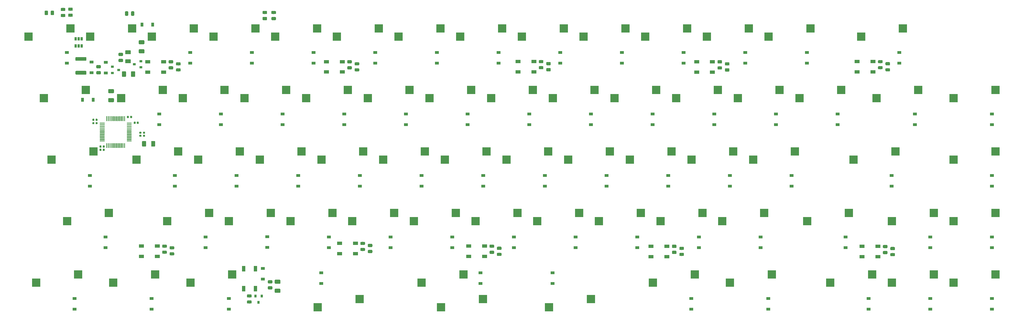
<source format=gbr>
%TF.GenerationSoftware,KiCad,Pcbnew,(5.1.4)-1*%
%TF.CreationDate,2020-06-13T02:43:16-04:00*%
%TF.ProjectId,sixtyfive,73697874-7966-4697-9665-2e6b69636164,rev?*%
%TF.SameCoordinates,Original*%
%TF.FileFunction,Paste,Bot*%
%TF.FilePolarity,Positive*%
%FSLAX46Y46*%
G04 Gerber Fmt 4.6, Leading zero omitted, Abs format (unit mm)*
G04 Created by KiCad (PCBNEW (5.1.4)-1) date 2020-06-13 02:43:16*
%MOMM*%
%LPD*%
G04 APERTURE LIST*
%ADD10C,0.100000*%
%ADD11C,0.975000*%
%ADD12R,2.550000X2.500000*%
%ADD13R,1.100000X1.800000*%
%ADD14R,1.200000X0.900000*%
%ADD15R,0.900000X0.800000*%
%ADD16C,0.300000*%
%ADD17R,0.650000X1.060000*%
%ADD18C,1.250000*%
%ADD19R,0.800000X0.900000*%
%ADD20C,1.125000*%
%ADD21R,1.500000X1.000000*%
%ADD22R,0.900000X1.200000*%
%ADD23C,0.590000*%
G04 APERTURE END LIST*
D10*
%TO.C,RSH2*%
G36*
X280642142Y-239416674D02*
G01*
X280665803Y-239420184D01*
X280689007Y-239425996D01*
X280711529Y-239434054D01*
X280733153Y-239444282D01*
X280753670Y-239456579D01*
X280772883Y-239470829D01*
X280790607Y-239486893D01*
X280806671Y-239504617D01*
X280820921Y-239523830D01*
X280833218Y-239544347D01*
X280843446Y-239565971D01*
X280851504Y-239588493D01*
X280857316Y-239611697D01*
X280860826Y-239635358D01*
X280862000Y-239659250D01*
X280862000Y-240146750D01*
X280860826Y-240170642D01*
X280857316Y-240194303D01*
X280851504Y-240217507D01*
X280843446Y-240240029D01*
X280833218Y-240261653D01*
X280820921Y-240282170D01*
X280806671Y-240301383D01*
X280790607Y-240319107D01*
X280772883Y-240335171D01*
X280753670Y-240349421D01*
X280733153Y-240361718D01*
X280711529Y-240371946D01*
X280689007Y-240380004D01*
X280665803Y-240385816D01*
X280642142Y-240389326D01*
X280618250Y-240390500D01*
X279705750Y-240390500D01*
X279681858Y-240389326D01*
X279658197Y-240385816D01*
X279634993Y-240380004D01*
X279612471Y-240371946D01*
X279590847Y-240361718D01*
X279570330Y-240349421D01*
X279551117Y-240335171D01*
X279533393Y-240319107D01*
X279517329Y-240301383D01*
X279503079Y-240282170D01*
X279490782Y-240261653D01*
X279480554Y-240240029D01*
X279472496Y-240217507D01*
X279466684Y-240194303D01*
X279463174Y-240170642D01*
X279462000Y-240146750D01*
X279462000Y-239659250D01*
X279463174Y-239635358D01*
X279466684Y-239611697D01*
X279472496Y-239588493D01*
X279480554Y-239565971D01*
X279490782Y-239544347D01*
X279503079Y-239523830D01*
X279517329Y-239504617D01*
X279533393Y-239486893D01*
X279551117Y-239470829D01*
X279570330Y-239456579D01*
X279590847Y-239444282D01*
X279612471Y-239434054D01*
X279634993Y-239425996D01*
X279658197Y-239420184D01*
X279681858Y-239416674D01*
X279705750Y-239415500D01*
X280618250Y-239415500D01*
X280642142Y-239416674D01*
X280642142Y-239416674D01*
G37*
D11*
X280162000Y-239903000D03*
D10*
G36*
X280642142Y-241291674D02*
G01*
X280665803Y-241295184D01*
X280689007Y-241300996D01*
X280711529Y-241309054D01*
X280733153Y-241319282D01*
X280753670Y-241331579D01*
X280772883Y-241345829D01*
X280790607Y-241361893D01*
X280806671Y-241379617D01*
X280820921Y-241398830D01*
X280833218Y-241419347D01*
X280843446Y-241440971D01*
X280851504Y-241463493D01*
X280857316Y-241486697D01*
X280860826Y-241510358D01*
X280862000Y-241534250D01*
X280862000Y-242021750D01*
X280860826Y-242045642D01*
X280857316Y-242069303D01*
X280851504Y-242092507D01*
X280843446Y-242115029D01*
X280833218Y-242136653D01*
X280820921Y-242157170D01*
X280806671Y-242176383D01*
X280790607Y-242194107D01*
X280772883Y-242210171D01*
X280753670Y-242224421D01*
X280733153Y-242236718D01*
X280711529Y-242246946D01*
X280689007Y-242255004D01*
X280665803Y-242260816D01*
X280642142Y-242264326D01*
X280618250Y-242265500D01*
X279705750Y-242265500D01*
X279681858Y-242264326D01*
X279658197Y-242260816D01*
X279634993Y-242255004D01*
X279612471Y-242246946D01*
X279590847Y-242236718D01*
X279570330Y-242224421D01*
X279551117Y-242210171D01*
X279533393Y-242194107D01*
X279517329Y-242176383D01*
X279503079Y-242157170D01*
X279490782Y-242136653D01*
X279480554Y-242115029D01*
X279472496Y-242092507D01*
X279466684Y-242069303D01*
X279463174Y-242045642D01*
X279462000Y-242021750D01*
X279462000Y-241534250D01*
X279463174Y-241510358D01*
X279466684Y-241486697D01*
X279472496Y-241463493D01*
X279480554Y-241440971D01*
X279490782Y-241419347D01*
X279503079Y-241398830D01*
X279517329Y-241379617D01*
X279533393Y-241361893D01*
X279551117Y-241345829D01*
X279570330Y-241331579D01*
X279590847Y-241319282D01*
X279612471Y-241309054D01*
X279634993Y-241300996D01*
X279658197Y-241295184D01*
X279681858Y-241291674D01*
X279705750Y-241290500D01*
X280618250Y-241290500D01*
X280642142Y-241291674D01*
X280642142Y-241291674D01*
G37*
D11*
X280162000Y-241778000D03*
%TD*%
D10*
%TO.C,RSH1*%
G36*
X345704242Y-242246474D02*
G01*
X345727903Y-242249984D01*
X345751107Y-242255796D01*
X345773629Y-242263854D01*
X345795253Y-242274082D01*
X345815770Y-242286379D01*
X345834983Y-242300629D01*
X345852707Y-242316693D01*
X345868771Y-242334417D01*
X345883021Y-242353630D01*
X345895318Y-242374147D01*
X345905546Y-242395771D01*
X345913604Y-242418293D01*
X345919416Y-242441497D01*
X345922926Y-242465158D01*
X345924100Y-242489050D01*
X345924100Y-242976550D01*
X345922926Y-243000442D01*
X345919416Y-243024103D01*
X345913604Y-243047307D01*
X345905546Y-243069829D01*
X345895318Y-243091453D01*
X345883021Y-243111970D01*
X345868771Y-243131183D01*
X345852707Y-243148907D01*
X345834983Y-243164971D01*
X345815770Y-243179221D01*
X345795253Y-243191518D01*
X345773629Y-243201746D01*
X345751107Y-243209804D01*
X345727903Y-243215616D01*
X345704242Y-243219126D01*
X345680350Y-243220300D01*
X344767850Y-243220300D01*
X344743958Y-243219126D01*
X344720297Y-243215616D01*
X344697093Y-243209804D01*
X344674571Y-243201746D01*
X344652947Y-243191518D01*
X344632430Y-243179221D01*
X344613217Y-243164971D01*
X344595493Y-243148907D01*
X344579429Y-243131183D01*
X344565179Y-243111970D01*
X344552882Y-243091453D01*
X344542654Y-243069829D01*
X344534596Y-243047307D01*
X344528784Y-243024103D01*
X344525274Y-243000442D01*
X344524100Y-242976550D01*
X344524100Y-242489050D01*
X344525274Y-242465158D01*
X344528784Y-242441497D01*
X344534596Y-242418293D01*
X344542654Y-242395771D01*
X344552882Y-242374147D01*
X344565179Y-242353630D01*
X344579429Y-242334417D01*
X344595493Y-242316693D01*
X344613217Y-242300629D01*
X344632430Y-242286379D01*
X344652947Y-242274082D01*
X344674571Y-242263854D01*
X344697093Y-242255796D01*
X344720297Y-242249984D01*
X344743958Y-242246474D01*
X344767850Y-242245300D01*
X345680350Y-242245300D01*
X345704242Y-242246474D01*
X345704242Y-242246474D01*
G37*
D11*
X345224100Y-242732800D03*
D10*
G36*
X345704242Y-240371474D02*
G01*
X345727903Y-240374984D01*
X345751107Y-240380796D01*
X345773629Y-240388854D01*
X345795253Y-240399082D01*
X345815770Y-240411379D01*
X345834983Y-240425629D01*
X345852707Y-240441693D01*
X345868771Y-240459417D01*
X345883021Y-240478630D01*
X345895318Y-240499147D01*
X345905546Y-240520771D01*
X345913604Y-240543293D01*
X345919416Y-240566497D01*
X345922926Y-240590158D01*
X345924100Y-240614050D01*
X345924100Y-241101550D01*
X345922926Y-241125442D01*
X345919416Y-241149103D01*
X345913604Y-241172307D01*
X345905546Y-241194829D01*
X345895318Y-241216453D01*
X345883021Y-241236970D01*
X345868771Y-241256183D01*
X345852707Y-241273907D01*
X345834983Y-241289971D01*
X345815770Y-241304221D01*
X345795253Y-241316518D01*
X345773629Y-241326746D01*
X345751107Y-241334804D01*
X345727903Y-241340616D01*
X345704242Y-241344126D01*
X345680350Y-241345300D01*
X344767850Y-241345300D01*
X344743958Y-241344126D01*
X344720297Y-241340616D01*
X344697093Y-241334804D01*
X344674571Y-241326746D01*
X344652947Y-241316518D01*
X344632430Y-241304221D01*
X344613217Y-241289971D01*
X344595493Y-241273907D01*
X344579429Y-241256183D01*
X344565179Y-241236970D01*
X344552882Y-241216453D01*
X344542654Y-241194829D01*
X344534596Y-241172307D01*
X344528784Y-241149103D01*
X344525274Y-241125442D01*
X344524100Y-241101550D01*
X344524100Y-240614050D01*
X344525274Y-240590158D01*
X344528784Y-240566497D01*
X344534596Y-240543293D01*
X344542654Y-240520771D01*
X344552882Y-240499147D01*
X344565179Y-240478630D01*
X344579429Y-240459417D01*
X344595493Y-240441693D01*
X344613217Y-240425629D01*
X344632430Y-240411379D01*
X344652947Y-240399082D01*
X344674571Y-240388854D01*
X344697093Y-240380796D01*
X344720297Y-240374984D01*
X344743958Y-240371474D01*
X344767850Y-240370300D01*
X345680350Y-240370300D01*
X345704242Y-240371474D01*
X345704242Y-240371474D01*
G37*
D11*
X345224100Y-240857800D03*
%TD*%
D10*
%TO.C,RRGB10*%
G36*
X314284442Y-313256774D02*
G01*
X314308103Y-313260284D01*
X314331307Y-313266096D01*
X314353829Y-313274154D01*
X314375453Y-313284382D01*
X314395970Y-313296679D01*
X314415183Y-313310929D01*
X314432907Y-313326993D01*
X314448971Y-313344717D01*
X314463221Y-313363930D01*
X314475518Y-313384447D01*
X314485746Y-313406071D01*
X314493804Y-313428593D01*
X314499616Y-313451797D01*
X314503126Y-313475458D01*
X314504300Y-313499350D01*
X314504300Y-313986850D01*
X314503126Y-314010742D01*
X314499616Y-314034403D01*
X314493804Y-314057607D01*
X314485746Y-314080129D01*
X314475518Y-314101753D01*
X314463221Y-314122270D01*
X314448971Y-314141483D01*
X314432907Y-314159207D01*
X314415183Y-314175271D01*
X314395970Y-314189521D01*
X314375453Y-314201818D01*
X314353829Y-314212046D01*
X314331307Y-314220104D01*
X314308103Y-314225916D01*
X314284442Y-314229426D01*
X314260550Y-314230600D01*
X313348050Y-314230600D01*
X313324158Y-314229426D01*
X313300497Y-314225916D01*
X313277293Y-314220104D01*
X313254771Y-314212046D01*
X313233147Y-314201818D01*
X313212630Y-314189521D01*
X313193417Y-314175271D01*
X313175693Y-314159207D01*
X313159629Y-314141483D01*
X313145379Y-314122270D01*
X313133082Y-314101753D01*
X313122854Y-314080129D01*
X313114796Y-314057607D01*
X313108984Y-314034403D01*
X313105474Y-314010742D01*
X313104300Y-313986850D01*
X313104300Y-313499350D01*
X313105474Y-313475458D01*
X313108984Y-313451797D01*
X313114796Y-313428593D01*
X313122854Y-313406071D01*
X313133082Y-313384447D01*
X313145379Y-313363930D01*
X313159629Y-313344717D01*
X313175693Y-313326993D01*
X313193417Y-313310929D01*
X313212630Y-313296679D01*
X313233147Y-313284382D01*
X313254771Y-313274154D01*
X313277293Y-313266096D01*
X313300497Y-313260284D01*
X313324158Y-313256774D01*
X313348050Y-313255600D01*
X314260550Y-313255600D01*
X314284442Y-313256774D01*
X314284442Y-313256774D01*
G37*
D11*
X313804300Y-313743100D03*
D10*
G36*
X314284442Y-315131774D02*
G01*
X314308103Y-315135284D01*
X314331307Y-315141096D01*
X314353829Y-315149154D01*
X314375453Y-315159382D01*
X314395970Y-315171679D01*
X314415183Y-315185929D01*
X314432907Y-315201993D01*
X314448971Y-315219717D01*
X314463221Y-315238930D01*
X314475518Y-315259447D01*
X314485746Y-315281071D01*
X314493804Y-315303593D01*
X314499616Y-315326797D01*
X314503126Y-315350458D01*
X314504300Y-315374350D01*
X314504300Y-315861850D01*
X314503126Y-315885742D01*
X314499616Y-315909403D01*
X314493804Y-315932607D01*
X314485746Y-315955129D01*
X314475518Y-315976753D01*
X314463221Y-315997270D01*
X314448971Y-316016483D01*
X314432907Y-316034207D01*
X314415183Y-316050271D01*
X314395970Y-316064521D01*
X314375453Y-316076818D01*
X314353829Y-316087046D01*
X314331307Y-316095104D01*
X314308103Y-316100916D01*
X314284442Y-316104426D01*
X314260550Y-316105600D01*
X313348050Y-316105600D01*
X313324158Y-316104426D01*
X313300497Y-316100916D01*
X313277293Y-316095104D01*
X313254771Y-316087046D01*
X313233147Y-316076818D01*
X313212630Y-316064521D01*
X313193417Y-316050271D01*
X313175693Y-316034207D01*
X313159629Y-316016483D01*
X313145379Y-315997270D01*
X313133082Y-315976753D01*
X313122854Y-315955129D01*
X313114796Y-315932607D01*
X313108984Y-315909403D01*
X313105474Y-315885742D01*
X313104300Y-315861850D01*
X313104300Y-315374350D01*
X313105474Y-315350458D01*
X313108984Y-315326797D01*
X313114796Y-315303593D01*
X313122854Y-315281071D01*
X313133082Y-315259447D01*
X313145379Y-315238930D01*
X313159629Y-315219717D01*
X313175693Y-315201993D01*
X313193417Y-315185929D01*
X313212630Y-315171679D01*
X313233147Y-315159382D01*
X313254771Y-315149154D01*
X313277293Y-315141096D01*
X313300497Y-315135284D01*
X313324158Y-315131774D01*
X313348050Y-315130600D01*
X314260550Y-315130600D01*
X314284442Y-315131774D01*
X314284442Y-315131774D01*
G37*
D11*
X313804300Y-315618100D03*
%TD*%
D10*
%TO.C,RRGB9*%
G36*
X375498442Y-312520174D02*
G01*
X375522103Y-312523684D01*
X375545307Y-312529496D01*
X375567829Y-312537554D01*
X375589453Y-312547782D01*
X375609970Y-312560079D01*
X375629183Y-312574329D01*
X375646907Y-312590393D01*
X375662971Y-312608117D01*
X375677221Y-312627330D01*
X375689518Y-312647847D01*
X375699746Y-312669471D01*
X375707804Y-312691993D01*
X375713616Y-312715197D01*
X375717126Y-312738858D01*
X375718300Y-312762750D01*
X375718300Y-313250250D01*
X375717126Y-313274142D01*
X375713616Y-313297803D01*
X375707804Y-313321007D01*
X375699746Y-313343529D01*
X375689518Y-313365153D01*
X375677221Y-313385670D01*
X375662971Y-313404883D01*
X375646907Y-313422607D01*
X375629183Y-313438671D01*
X375609970Y-313452921D01*
X375589453Y-313465218D01*
X375567829Y-313475446D01*
X375545307Y-313483504D01*
X375522103Y-313489316D01*
X375498442Y-313492826D01*
X375474550Y-313494000D01*
X374562050Y-313494000D01*
X374538158Y-313492826D01*
X374514497Y-313489316D01*
X374491293Y-313483504D01*
X374468771Y-313475446D01*
X374447147Y-313465218D01*
X374426630Y-313452921D01*
X374407417Y-313438671D01*
X374389693Y-313422607D01*
X374373629Y-313404883D01*
X374359379Y-313385670D01*
X374347082Y-313365153D01*
X374336854Y-313343529D01*
X374328796Y-313321007D01*
X374322984Y-313297803D01*
X374319474Y-313274142D01*
X374318300Y-313250250D01*
X374318300Y-312762750D01*
X374319474Y-312738858D01*
X374322984Y-312715197D01*
X374328796Y-312691993D01*
X374336854Y-312669471D01*
X374347082Y-312647847D01*
X374359379Y-312627330D01*
X374373629Y-312608117D01*
X374389693Y-312590393D01*
X374407417Y-312574329D01*
X374426630Y-312560079D01*
X374447147Y-312547782D01*
X374468771Y-312537554D01*
X374491293Y-312529496D01*
X374514497Y-312523684D01*
X374538158Y-312520174D01*
X374562050Y-312519000D01*
X375474550Y-312519000D01*
X375498442Y-312520174D01*
X375498442Y-312520174D01*
G37*
D11*
X375018300Y-313006500D03*
D10*
G36*
X375498442Y-314395174D02*
G01*
X375522103Y-314398684D01*
X375545307Y-314404496D01*
X375567829Y-314412554D01*
X375589453Y-314422782D01*
X375609970Y-314435079D01*
X375629183Y-314449329D01*
X375646907Y-314465393D01*
X375662971Y-314483117D01*
X375677221Y-314502330D01*
X375689518Y-314522847D01*
X375699746Y-314544471D01*
X375707804Y-314566993D01*
X375713616Y-314590197D01*
X375717126Y-314613858D01*
X375718300Y-314637750D01*
X375718300Y-315125250D01*
X375717126Y-315149142D01*
X375713616Y-315172803D01*
X375707804Y-315196007D01*
X375699746Y-315218529D01*
X375689518Y-315240153D01*
X375677221Y-315260670D01*
X375662971Y-315279883D01*
X375646907Y-315297607D01*
X375629183Y-315313671D01*
X375609970Y-315327921D01*
X375589453Y-315340218D01*
X375567829Y-315350446D01*
X375545307Y-315358504D01*
X375522103Y-315364316D01*
X375498442Y-315367826D01*
X375474550Y-315369000D01*
X374562050Y-315369000D01*
X374538158Y-315367826D01*
X374514497Y-315364316D01*
X374491293Y-315358504D01*
X374468771Y-315350446D01*
X374447147Y-315340218D01*
X374426630Y-315327921D01*
X374407417Y-315313671D01*
X374389693Y-315297607D01*
X374373629Y-315279883D01*
X374359379Y-315260670D01*
X374347082Y-315240153D01*
X374336854Y-315218529D01*
X374328796Y-315196007D01*
X374322984Y-315172803D01*
X374319474Y-315149142D01*
X374318300Y-315125250D01*
X374318300Y-314637750D01*
X374319474Y-314613858D01*
X374322984Y-314590197D01*
X374328796Y-314566993D01*
X374336854Y-314544471D01*
X374347082Y-314522847D01*
X374359379Y-314502330D01*
X374373629Y-314483117D01*
X374389693Y-314465393D01*
X374407417Y-314449329D01*
X374426630Y-314435079D01*
X374447147Y-314422782D01*
X374468771Y-314412554D01*
X374491293Y-314404496D01*
X374514497Y-314398684D01*
X374538158Y-314395174D01*
X374562050Y-314394000D01*
X375474550Y-314394000D01*
X375498442Y-314395174D01*
X375498442Y-314395174D01*
G37*
D11*
X375018300Y-314881500D03*
%TD*%
D10*
%TO.C,RRGB8*%
G36*
X415389142Y-313396474D02*
G01*
X415412803Y-313399984D01*
X415436007Y-313405796D01*
X415458529Y-313413854D01*
X415480153Y-313424082D01*
X415500670Y-313436379D01*
X415519883Y-313450629D01*
X415537607Y-313466693D01*
X415553671Y-313484417D01*
X415567921Y-313503630D01*
X415580218Y-313524147D01*
X415590446Y-313545771D01*
X415598504Y-313568293D01*
X415604316Y-313591497D01*
X415607826Y-313615158D01*
X415609000Y-313639050D01*
X415609000Y-314126550D01*
X415607826Y-314150442D01*
X415604316Y-314174103D01*
X415598504Y-314197307D01*
X415590446Y-314219829D01*
X415580218Y-314241453D01*
X415567921Y-314261970D01*
X415553671Y-314281183D01*
X415537607Y-314298907D01*
X415519883Y-314314971D01*
X415500670Y-314329221D01*
X415480153Y-314341518D01*
X415458529Y-314351746D01*
X415436007Y-314359804D01*
X415412803Y-314365616D01*
X415389142Y-314369126D01*
X415365250Y-314370300D01*
X414452750Y-314370300D01*
X414428858Y-314369126D01*
X414405197Y-314365616D01*
X414381993Y-314359804D01*
X414359471Y-314351746D01*
X414337847Y-314341518D01*
X414317330Y-314329221D01*
X414298117Y-314314971D01*
X414280393Y-314298907D01*
X414264329Y-314281183D01*
X414250079Y-314261970D01*
X414237782Y-314241453D01*
X414227554Y-314219829D01*
X414219496Y-314197307D01*
X414213684Y-314174103D01*
X414210174Y-314150442D01*
X414209000Y-314126550D01*
X414209000Y-313639050D01*
X414210174Y-313615158D01*
X414213684Y-313591497D01*
X414219496Y-313568293D01*
X414227554Y-313545771D01*
X414237782Y-313524147D01*
X414250079Y-313503630D01*
X414264329Y-313484417D01*
X414280393Y-313466693D01*
X414298117Y-313450629D01*
X414317330Y-313436379D01*
X414337847Y-313424082D01*
X414359471Y-313413854D01*
X414381993Y-313405796D01*
X414405197Y-313399984D01*
X414428858Y-313396474D01*
X414452750Y-313395300D01*
X415365250Y-313395300D01*
X415389142Y-313396474D01*
X415389142Y-313396474D01*
G37*
D11*
X414909000Y-313882800D03*
D10*
G36*
X415389142Y-315271474D02*
G01*
X415412803Y-315274984D01*
X415436007Y-315280796D01*
X415458529Y-315288854D01*
X415480153Y-315299082D01*
X415500670Y-315311379D01*
X415519883Y-315325629D01*
X415537607Y-315341693D01*
X415553671Y-315359417D01*
X415567921Y-315378630D01*
X415580218Y-315399147D01*
X415590446Y-315420771D01*
X415598504Y-315443293D01*
X415604316Y-315466497D01*
X415607826Y-315490158D01*
X415609000Y-315514050D01*
X415609000Y-316001550D01*
X415607826Y-316025442D01*
X415604316Y-316049103D01*
X415598504Y-316072307D01*
X415590446Y-316094829D01*
X415580218Y-316116453D01*
X415567921Y-316136970D01*
X415553671Y-316156183D01*
X415537607Y-316173907D01*
X415519883Y-316189971D01*
X415500670Y-316204221D01*
X415480153Y-316216518D01*
X415458529Y-316226746D01*
X415436007Y-316234804D01*
X415412803Y-316240616D01*
X415389142Y-316244126D01*
X415365250Y-316245300D01*
X414452750Y-316245300D01*
X414428858Y-316244126D01*
X414405197Y-316240616D01*
X414381993Y-316234804D01*
X414359471Y-316226746D01*
X414337847Y-316216518D01*
X414317330Y-316204221D01*
X414298117Y-316189971D01*
X414280393Y-316173907D01*
X414264329Y-316156183D01*
X414250079Y-316136970D01*
X414237782Y-316116453D01*
X414227554Y-316094829D01*
X414219496Y-316072307D01*
X414213684Y-316049103D01*
X414210174Y-316025442D01*
X414209000Y-316001550D01*
X414209000Y-315514050D01*
X414210174Y-315490158D01*
X414213684Y-315466497D01*
X414219496Y-315443293D01*
X414227554Y-315420771D01*
X414237782Y-315399147D01*
X414250079Y-315378630D01*
X414264329Y-315359417D01*
X414280393Y-315341693D01*
X414298117Y-315325629D01*
X414317330Y-315311379D01*
X414337847Y-315299082D01*
X414359471Y-315288854D01*
X414381993Y-315280796D01*
X414405197Y-315274984D01*
X414428858Y-315271474D01*
X414452750Y-315270300D01*
X415365250Y-315270300D01*
X415389142Y-315271474D01*
X415389142Y-315271474D01*
G37*
D11*
X414909000Y-315757800D03*
%TD*%
D10*
%TO.C,RRGB7*%
G36*
X471726342Y-313421874D02*
G01*
X471750003Y-313425384D01*
X471773207Y-313431196D01*
X471795729Y-313439254D01*
X471817353Y-313449482D01*
X471837870Y-313461779D01*
X471857083Y-313476029D01*
X471874807Y-313492093D01*
X471890871Y-313509817D01*
X471905121Y-313529030D01*
X471917418Y-313549547D01*
X471927646Y-313571171D01*
X471935704Y-313593693D01*
X471941516Y-313616897D01*
X471945026Y-313640558D01*
X471946200Y-313664450D01*
X471946200Y-314151950D01*
X471945026Y-314175842D01*
X471941516Y-314199503D01*
X471935704Y-314222707D01*
X471927646Y-314245229D01*
X471917418Y-314266853D01*
X471905121Y-314287370D01*
X471890871Y-314306583D01*
X471874807Y-314324307D01*
X471857083Y-314340371D01*
X471837870Y-314354621D01*
X471817353Y-314366918D01*
X471795729Y-314377146D01*
X471773207Y-314385204D01*
X471750003Y-314391016D01*
X471726342Y-314394526D01*
X471702450Y-314395700D01*
X470789950Y-314395700D01*
X470766058Y-314394526D01*
X470742397Y-314391016D01*
X470719193Y-314385204D01*
X470696671Y-314377146D01*
X470675047Y-314366918D01*
X470654530Y-314354621D01*
X470635317Y-314340371D01*
X470617593Y-314324307D01*
X470601529Y-314306583D01*
X470587279Y-314287370D01*
X470574982Y-314266853D01*
X470564754Y-314245229D01*
X470556696Y-314222707D01*
X470550884Y-314199503D01*
X470547374Y-314175842D01*
X470546200Y-314151950D01*
X470546200Y-313664450D01*
X470547374Y-313640558D01*
X470550884Y-313616897D01*
X470556696Y-313593693D01*
X470564754Y-313571171D01*
X470574982Y-313549547D01*
X470587279Y-313529030D01*
X470601529Y-313509817D01*
X470617593Y-313492093D01*
X470635317Y-313476029D01*
X470654530Y-313461779D01*
X470675047Y-313449482D01*
X470696671Y-313439254D01*
X470719193Y-313431196D01*
X470742397Y-313425384D01*
X470766058Y-313421874D01*
X470789950Y-313420700D01*
X471702450Y-313420700D01*
X471726342Y-313421874D01*
X471726342Y-313421874D01*
G37*
D11*
X471246200Y-313908200D03*
D10*
G36*
X471726342Y-315296874D02*
G01*
X471750003Y-315300384D01*
X471773207Y-315306196D01*
X471795729Y-315314254D01*
X471817353Y-315324482D01*
X471837870Y-315336779D01*
X471857083Y-315351029D01*
X471874807Y-315367093D01*
X471890871Y-315384817D01*
X471905121Y-315404030D01*
X471917418Y-315424547D01*
X471927646Y-315446171D01*
X471935704Y-315468693D01*
X471941516Y-315491897D01*
X471945026Y-315515558D01*
X471946200Y-315539450D01*
X471946200Y-316026950D01*
X471945026Y-316050842D01*
X471941516Y-316074503D01*
X471935704Y-316097707D01*
X471927646Y-316120229D01*
X471917418Y-316141853D01*
X471905121Y-316162370D01*
X471890871Y-316181583D01*
X471874807Y-316199307D01*
X471857083Y-316215371D01*
X471837870Y-316229621D01*
X471817353Y-316241918D01*
X471795729Y-316252146D01*
X471773207Y-316260204D01*
X471750003Y-316266016D01*
X471726342Y-316269526D01*
X471702450Y-316270700D01*
X470789950Y-316270700D01*
X470766058Y-316269526D01*
X470742397Y-316266016D01*
X470719193Y-316260204D01*
X470696671Y-316252146D01*
X470675047Y-316241918D01*
X470654530Y-316229621D01*
X470635317Y-316215371D01*
X470617593Y-316199307D01*
X470601529Y-316181583D01*
X470587279Y-316162370D01*
X470574982Y-316141853D01*
X470564754Y-316120229D01*
X470556696Y-316097707D01*
X470550884Y-316074503D01*
X470547374Y-316050842D01*
X470546200Y-316026950D01*
X470546200Y-315539450D01*
X470547374Y-315515558D01*
X470550884Y-315491897D01*
X470556696Y-315468693D01*
X470564754Y-315446171D01*
X470574982Y-315424547D01*
X470587279Y-315404030D01*
X470601529Y-315384817D01*
X470617593Y-315367093D01*
X470635317Y-315351029D01*
X470654530Y-315336779D01*
X470675047Y-315324482D01*
X470696671Y-315314254D01*
X470719193Y-315306196D01*
X470742397Y-315300384D01*
X470766058Y-315296874D01*
X470789950Y-315295700D01*
X471702450Y-315295700D01*
X471726342Y-315296874D01*
X471726342Y-315296874D01*
G37*
D11*
X471246200Y-315783200D03*
%TD*%
D10*
%TO.C,RRGB6*%
G36*
X536902742Y-313482374D02*
G01*
X536926403Y-313485884D01*
X536949607Y-313491696D01*
X536972129Y-313499754D01*
X536993753Y-313509982D01*
X537014270Y-313522279D01*
X537033483Y-313536529D01*
X537051207Y-313552593D01*
X537067271Y-313570317D01*
X537081521Y-313589530D01*
X537093818Y-313610047D01*
X537104046Y-313631671D01*
X537112104Y-313654193D01*
X537117916Y-313677397D01*
X537121426Y-313701058D01*
X537122600Y-313724950D01*
X537122600Y-314212450D01*
X537121426Y-314236342D01*
X537117916Y-314260003D01*
X537112104Y-314283207D01*
X537104046Y-314305729D01*
X537093818Y-314327353D01*
X537081521Y-314347870D01*
X537067271Y-314367083D01*
X537051207Y-314384807D01*
X537033483Y-314400871D01*
X537014270Y-314415121D01*
X536993753Y-314427418D01*
X536972129Y-314437646D01*
X536949607Y-314445704D01*
X536926403Y-314451516D01*
X536902742Y-314455026D01*
X536878850Y-314456200D01*
X535966350Y-314456200D01*
X535942458Y-314455026D01*
X535918797Y-314451516D01*
X535895593Y-314445704D01*
X535873071Y-314437646D01*
X535851447Y-314427418D01*
X535830930Y-314415121D01*
X535811717Y-314400871D01*
X535793993Y-314384807D01*
X535777929Y-314367083D01*
X535763679Y-314347870D01*
X535751382Y-314327353D01*
X535741154Y-314305729D01*
X535733096Y-314283207D01*
X535727284Y-314260003D01*
X535723774Y-314236342D01*
X535722600Y-314212450D01*
X535722600Y-313724950D01*
X535723774Y-313701058D01*
X535727284Y-313677397D01*
X535733096Y-313654193D01*
X535741154Y-313631671D01*
X535751382Y-313610047D01*
X535763679Y-313589530D01*
X535777929Y-313570317D01*
X535793993Y-313552593D01*
X535811717Y-313536529D01*
X535830930Y-313522279D01*
X535851447Y-313509982D01*
X535873071Y-313499754D01*
X535895593Y-313491696D01*
X535918797Y-313485884D01*
X535942458Y-313482374D01*
X535966350Y-313481200D01*
X536878850Y-313481200D01*
X536902742Y-313482374D01*
X536902742Y-313482374D01*
G37*
D11*
X536422600Y-313968700D03*
D10*
G36*
X536902742Y-315357374D02*
G01*
X536926403Y-315360884D01*
X536949607Y-315366696D01*
X536972129Y-315374754D01*
X536993753Y-315384982D01*
X537014270Y-315397279D01*
X537033483Y-315411529D01*
X537051207Y-315427593D01*
X537067271Y-315445317D01*
X537081521Y-315464530D01*
X537093818Y-315485047D01*
X537104046Y-315506671D01*
X537112104Y-315529193D01*
X537117916Y-315552397D01*
X537121426Y-315576058D01*
X537122600Y-315599950D01*
X537122600Y-316087450D01*
X537121426Y-316111342D01*
X537117916Y-316135003D01*
X537112104Y-316158207D01*
X537104046Y-316180729D01*
X537093818Y-316202353D01*
X537081521Y-316222870D01*
X537067271Y-316242083D01*
X537051207Y-316259807D01*
X537033483Y-316275871D01*
X537014270Y-316290121D01*
X536993753Y-316302418D01*
X536972129Y-316312646D01*
X536949607Y-316320704D01*
X536926403Y-316326516D01*
X536902742Y-316330026D01*
X536878850Y-316331200D01*
X535966350Y-316331200D01*
X535942458Y-316330026D01*
X535918797Y-316326516D01*
X535895593Y-316320704D01*
X535873071Y-316312646D01*
X535851447Y-316302418D01*
X535830930Y-316290121D01*
X535811717Y-316275871D01*
X535793993Y-316259807D01*
X535777929Y-316242083D01*
X535763679Y-316222870D01*
X535751382Y-316202353D01*
X535741154Y-316180729D01*
X535733096Y-316158207D01*
X535727284Y-316135003D01*
X535723774Y-316111342D01*
X535722600Y-316087450D01*
X535722600Y-315599950D01*
X535723774Y-315576058D01*
X535727284Y-315552397D01*
X535733096Y-315529193D01*
X535741154Y-315506671D01*
X535751382Y-315485047D01*
X535763679Y-315464530D01*
X535777929Y-315445317D01*
X535793993Y-315427593D01*
X535811717Y-315411529D01*
X535830930Y-315397279D01*
X535851447Y-315384982D01*
X535873071Y-315374754D01*
X535895593Y-315366696D01*
X535918797Y-315360884D01*
X535942458Y-315357374D01*
X535966350Y-315356200D01*
X536878850Y-315356200D01*
X536902742Y-315357374D01*
X536902742Y-315357374D01*
G37*
D11*
X536422600Y-315843700D03*
%TD*%
D10*
%TO.C,RRGB5*%
G36*
X535391442Y-256236774D02*
G01*
X535415103Y-256240284D01*
X535438307Y-256246096D01*
X535460829Y-256254154D01*
X535482453Y-256264382D01*
X535502970Y-256276679D01*
X535522183Y-256290929D01*
X535539907Y-256306993D01*
X535555971Y-256324717D01*
X535570221Y-256343930D01*
X535582518Y-256364447D01*
X535592746Y-256386071D01*
X535600804Y-256408593D01*
X535606616Y-256431797D01*
X535610126Y-256455458D01*
X535611300Y-256479350D01*
X535611300Y-256966850D01*
X535610126Y-256990742D01*
X535606616Y-257014403D01*
X535600804Y-257037607D01*
X535592746Y-257060129D01*
X535582518Y-257081753D01*
X535570221Y-257102270D01*
X535555971Y-257121483D01*
X535539907Y-257139207D01*
X535522183Y-257155271D01*
X535502970Y-257169521D01*
X535482453Y-257181818D01*
X535460829Y-257192046D01*
X535438307Y-257200104D01*
X535415103Y-257205916D01*
X535391442Y-257209426D01*
X535367550Y-257210600D01*
X534455050Y-257210600D01*
X534431158Y-257209426D01*
X534407497Y-257205916D01*
X534384293Y-257200104D01*
X534361771Y-257192046D01*
X534340147Y-257181818D01*
X534319630Y-257169521D01*
X534300417Y-257155271D01*
X534282693Y-257139207D01*
X534266629Y-257121483D01*
X534252379Y-257102270D01*
X534240082Y-257081753D01*
X534229854Y-257060129D01*
X534221796Y-257037607D01*
X534215984Y-257014403D01*
X534212474Y-256990742D01*
X534211300Y-256966850D01*
X534211300Y-256479350D01*
X534212474Y-256455458D01*
X534215984Y-256431797D01*
X534221796Y-256408593D01*
X534229854Y-256386071D01*
X534240082Y-256364447D01*
X534252379Y-256343930D01*
X534266629Y-256324717D01*
X534282693Y-256306993D01*
X534300417Y-256290929D01*
X534319630Y-256276679D01*
X534340147Y-256264382D01*
X534361771Y-256254154D01*
X534384293Y-256246096D01*
X534407497Y-256240284D01*
X534431158Y-256236774D01*
X534455050Y-256235600D01*
X535367550Y-256235600D01*
X535391442Y-256236774D01*
X535391442Y-256236774D01*
G37*
D11*
X534911300Y-256723100D03*
D10*
G36*
X535391442Y-258111774D02*
G01*
X535415103Y-258115284D01*
X535438307Y-258121096D01*
X535460829Y-258129154D01*
X535482453Y-258139382D01*
X535502970Y-258151679D01*
X535522183Y-258165929D01*
X535539907Y-258181993D01*
X535555971Y-258199717D01*
X535570221Y-258218930D01*
X535582518Y-258239447D01*
X535592746Y-258261071D01*
X535600804Y-258283593D01*
X535606616Y-258306797D01*
X535610126Y-258330458D01*
X535611300Y-258354350D01*
X535611300Y-258841850D01*
X535610126Y-258865742D01*
X535606616Y-258889403D01*
X535600804Y-258912607D01*
X535592746Y-258935129D01*
X535582518Y-258956753D01*
X535570221Y-258977270D01*
X535555971Y-258996483D01*
X535539907Y-259014207D01*
X535522183Y-259030271D01*
X535502970Y-259044521D01*
X535482453Y-259056818D01*
X535460829Y-259067046D01*
X535438307Y-259075104D01*
X535415103Y-259080916D01*
X535391442Y-259084426D01*
X535367550Y-259085600D01*
X534455050Y-259085600D01*
X534431158Y-259084426D01*
X534407497Y-259080916D01*
X534384293Y-259075104D01*
X534361771Y-259067046D01*
X534340147Y-259056818D01*
X534319630Y-259044521D01*
X534300417Y-259030271D01*
X534282693Y-259014207D01*
X534266629Y-258996483D01*
X534252379Y-258977270D01*
X534240082Y-258956753D01*
X534229854Y-258935129D01*
X534221796Y-258912607D01*
X534215984Y-258889403D01*
X534212474Y-258865742D01*
X534211300Y-258841850D01*
X534211300Y-258354350D01*
X534212474Y-258330458D01*
X534215984Y-258306797D01*
X534221796Y-258283593D01*
X534229854Y-258261071D01*
X534240082Y-258239447D01*
X534252379Y-258218930D01*
X534266629Y-258199717D01*
X534282693Y-258181993D01*
X534300417Y-258165929D01*
X534319630Y-258151679D01*
X534340147Y-258139382D01*
X534361771Y-258129154D01*
X534384293Y-258121096D01*
X534407497Y-258115284D01*
X534431158Y-258111774D01*
X534455050Y-258110600D01*
X535367550Y-258110600D01*
X535391442Y-258111774D01*
X535391442Y-258111774D01*
G37*
D11*
X534911300Y-258598100D03*
%TD*%
D10*
%TO.C,RRGB4*%
G36*
X485797942Y-256284574D02*
G01*
X485821603Y-256288084D01*
X485844807Y-256293896D01*
X485867329Y-256301954D01*
X485888953Y-256312182D01*
X485909470Y-256324479D01*
X485928683Y-256338729D01*
X485946407Y-256354793D01*
X485962471Y-256372517D01*
X485976721Y-256391730D01*
X485989018Y-256412247D01*
X485999246Y-256433871D01*
X486007304Y-256456393D01*
X486013116Y-256479597D01*
X486016626Y-256503258D01*
X486017800Y-256527150D01*
X486017800Y-257014650D01*
X486016626Y-257038542D01*
X486013116Y-257062203D01*
X486007304Y-257085407D01*
X485999246Y-257107929D01*
X485989018Y-257129553D01*
X485976721Y-257150070D01*
X485962471Y-257169283D01*
X485946407Y-257187007D01*
X485928683Y-257203071D01*
X485909470Y-257217321D01*
X485888953Y-257229618D01*
X485867329Y-257239846D01*
X485844807Y-257247904D01*
X485821603Y-257253716D01*
X485797942Y-257257226D01*
X485774050Y-257258400D01*
X484861550Y-257258400D01*
X484837658Y-257257226D01*
X484813997Y-257253716D01*
X484790793Y-257247904D01*
X484768271Y-257239846D01*
X484746647Y-257229618D01*
X484726130Y-257217321D01*
X484706917Y-257203071D01*
X484689193Y-257187007D01*
X484673129Y-257169283D01*
X484658879Y-257150070D01*
X484646582Y-257129553D01*
X484636354Y-257107929D01*
X484628296Y-257085407D01*
X484622484Y-257062203D01*
X484618974Y-257038542D01*
X484617800Y-257014650D01*
X484617800Y-256527150D01*
X484618974Y-256503258D01*
X484622484Y-256479597D01*
X484628296Y-256456393D01*
X484636354Y-256433871D01*
X484646582Y-256412247D01*
X484658879Y-256391730D01*
X484673129Y-256372517D01*
X484689193Y-256354793D01*
X484706917Y-256338729D01*
X484726130Y-256324479D01*
X484746647Y-256312182D01*
X484768271Y-256301954D01*
X484790793Y-256293896D01*
X484813997Y-256288084D01*
X484837658Y-256284574D01*
X484861550Y-256283400D01*
X485774050Y-256283400D01*
X485797942Y-256284574D01*
X485797942Y-256284574D01*
G37*
D11*
X485317800Y-256770900D03*
D10*
G36*
X485797942Y-258159574D02*
G01*
X485821603Y-258163084D01*
X485844807Y-258168896D01*
X485867329Y-258176954D01*
X485888953Y-258187182D01*
X485909470Y-258199479D01*
X485928683Y-258213729D01*
X485946407Y-258229793D01*
X485962471Y-258247517D01*
X485976721Y-258266730D01*
X485989018Y-258287247D01*
X485999246Y-258308871D01*
X486007304Y-258331393D01*
X486013116Y-258354597D01*
X486016626Y-258378258D01*
X486017800Y-258402150D01*
X486017800Y-258889650D01*
X486016626Y-258913542D01*
X486013116Y-258937203D01*
X486007304Y-258960407D01*
X485999246Y-258982929D01*
X485989018Y-259004553D01*
X485976721Y-259025070D01*
X485962471Y-259044283D01*
X485946407Y-259062007D01*
X485928683Y-259078071D01*
X485909470Y-259092321D01*
X485888953Y-259104618D01*
X485867329Y-259114846D01*
X485844807Y-259122904D01*
X485821603Y-259128716D01*
X485797942Y-259132226D01*
X485774050Y-259133400D01*
X484861550Y-259133400D01*
X484837658Y-259132226D01*
X484813997Y-259128716D01*
X484790793Y-259122904D01*
X484768271Y-259114846D01*
X484746647Y-259104618D01*
X484726130Y-259092321D01*
X484706917Y-259078071D01*
X484689193Y-259062007D01*
X484673129Y-259044283D01*
X484658879Y-259025070D01*
X484646582Y-259004553D01*
X484636354Y-258982929D01*
X484628296Y-258960407D01*
X484622484Y-258937203D01*
X484618974Y-258913542D01*
X484617800Y-258889650D01*
X484617800Y-258402150D01*
X484618974Y-258378258D01*
X484622484Y-258354597D01*
X484628296Y-258331393D01*
X484636354Y-258308871D01*
X484646582Y-258287247D01*
X484658879Y-258266730D01*
X484673129Y-258247517D01*
X484689193Y-258229793D01*
X484706917Y-258213729D01*
X484726130Y-258199479D01*
X484746647Y-258187182D01*
X484768271Y-258176954D01*
X484790793Y-258168896D01*
X484813997Y-258163084D01*
X484837658Y-258159574D01*
X484861550Y-258158400D01*
X485774050Y-258158400D01*
X485797942Y-258159574D01*
X485797942Y-258159574D01*
G37*
D11*
X485317800Y-258645900D03*
%TD*%
D10*
%TO.C,RRGB3*%
G36*
X430603742Y-256208374D02*
G01*
X430627403Y-256211884D01*
X430650607Y-256217696D01*
X430673129Y-256225754D01*
X430694753Y-256235982D01*
X430715270Y-256248279D01*
X430734483Y-256262529D01*
X430752207Y-256278593D01*
X430768271Y-256296317D01*
X430782521Y-256315530D01*
X430794818Y-256336047D01*
X430805046Y-256357671D01*
X430813104Y-256380193D01*
X430818916Y-256403397D01*
X430822426Y-256427058D01*
X430823600Y-256450950D01*
X430823600Y-256938450D01*
X430822426Y-256962342D01*
X430818916Y-256986003D01*
X430813104Y-257009207D01*
X430805046Y-257031729D01*
X430794818Y-257053353D01*
X430782521Y-257073870D01*
X430768271Y-257093083D01*
X430752207Y-257110807D01*
X430734483Y-257126871D01*
X430715270Y-257141121D01*
X430694753Y-257153418D01*
X430673129Y-257163646D01*
X430650607Y-257171704D01*
X430627403Y-257177516D01*
X430603742Y-257181026D01*
X430579850Y-257182200D01*
X429667350Y-257182200D01*
X429643458Y-257181026D01*
X429619797Y-257177516D01*
X429596593Y-257171704D01*
X429574071Y-257163646D01*
X429552447Y-257153418D01*
X429531930Y-257141121D01*
X429512717Y-257126871D01*
X429494993Y-257110807D01*
X429478929Y-257093083D01*
X429464679Y-257073870D01*
X429452382Y-257053353D01*
X429442154Y-257031729D01*
X429434096Y-257009207D01*
X429428284Y-256986003D01*
X429424774Y-256962342D01*
X429423600Y-256938450D01*
X429423600Y-256450950D01*
X429424774Y-256427058D01*
X429428284Y-256403397D01*
X429434096Y-256380193D01*
X429442154Y-256357671D01*
X429452382Y-256336047D01*
X429464679Y-256315530D01*
X429478929Y-256296317D01*
X429494993Y-256278593D01*
X429512717Y-256262529D01*
X429531930Y-256248279D01*
X429552447Y-256235982D01*
X429574071Y-256225754D01*
X429596593Y-256217696D01*
X429619797Y-256211884D01*
X429643458Y-256208374D01*
X429667350Y-256207200D01*
X430579850Y-256207200D01*
X430603742Y-256208374D01*
X430603742Y-256208374D01*
G37*
D11*
X430123600Y-256694700D03*
D10*
G36*
X430603742Y-258083374D02*
G01*
X430627403Y-258086884D01*
X430650607Y-258092696D01*
X430673129Y-258100754D01*
X430694753Y-258110982D01*
X430715270Y-258123279D01*
X430734483Y-258137529D01*
X430752207Y-258153593D01*
X430768271Y-258171317D01*
X430782521Y-258190530D01*
X430794818Y-258211047D01*
X430805046Y-258232671D01*
X430813104Y-258255193D01*
X430818916Y-258278397D01*
X430822426Y-258302058D01*
X430823600Y-258325950D01*
X430823600Y-258813450D01*
X430822426Y-258837342D01*
X430818916Y-258861003D01*
X430813104Y-258884207D01*
X430805046Y-258906729D01*
X430794818Y-258928353D01*
X430782521Y-258948870D01*
X430768271Y-258968083D01*
X430752207Y-258985807D01*
X430734483Y-259001871D01*
X430715270Y-259016121D01*
X430694753Y-259028418D01*
X430673129Y-259038646D01*
X430650607Y-259046704D01*
X430627403Y-259052516D01*
X430603742Y-259056026D01*
X430579850Y-259057200D01*
X429667350Y-259057200D01*
X429643458Y-259056026D01*
X429619797Y-259052516D01*
X429596593Y-259046704D01*
X429574071Y-259038646D01*
X429552447Y-259028418D01*
X429531930Y-259016121D01*
X429512717Y-259001871D01*
X429494993Y-258985807D01*
X429478929Y-258968083D01*
X429464679Y-258948870D01*
X429452382Y-258928353D01*
X429442154Y-258906729D01*
X429434096Y-258884207D01*
X429428284Y-258861003D01*
X429424774Y-258837342D01*
X429423600Y-258813450D01*
X429423600Y-258325950D01*
X429424774Y-258302058D01*
X429428284Y-258278397D01*
X429434096Y-258255193D01*
X429442154Y-258232671D01*
X429452382Y-258211047D01*
X429464679Y-258190530D01*
X429478929Y-258171317D01*
X429494993Y-258153593D01*
X429512717Y-258137529D01*
X429531930Y-258123279D01*
X429552447Y-258110982D01*
X429574071Y-258100754D01*
X429596593Y-258092696D01*
X429619797Y-258086884D01*
X429643458Y-258083374D01*
X429667350Y-258082200D01*
X430579850Y-258082200D01*
X430603742Y-258083374D01*
X430603742Y-258083374D01*
G37*
D11*
X430123600Y-258569700D03*
%TD*%
D10*
%TO.C,RRGB2*%
G36*
X371434442Y-256259174D02*
G01*
X371458103Y-256262684D01*
X371481307Y-256268496D01*
X371503829Y-256276554D01*
X371525453Y-256286782D01*
X371545970Y-256299079D01*
X371565183Y-256313329D01*
X371582907Y-256329393D01*
X371598971Y-256347117D01*
X371613221Y-256366330D01*
X371625518Y-256386847D01*
X371635746Y-256408471D01*
X371643804Y-256430993D01*
X371649616Y-256454197D01*
X371653126Y-256477858D01*
X371654300Y-256501750D01*
X371654300Y-256989250D01*
X371653126Y-257013142D01*
X371649616Y-257036803D01*
X371643804Y-257060007D01*
X371635746Y-257082529D01*
X371625518Y-257104153D01*
X371613221Y-257124670D01*
X371598971Y-257143883D01*
X371582907Y-257161607D01*
X371565183Y-257177671D01*
X371545970Y-257191921D01*
X371525453Y-257204218D01*
X371503829Y-257214446D01*
X371481307Y-257222504D01*
X371458103Y-257228316D01*
X371434442Y-257231826D01*
X371410550Y-257233000D01*
X370498050Y-257233000D01*
X370474158Y-257231826D01*
X370450497Y-257228316D01*
X370427293Y-257222504D01*
X370404771Y-257214446D01*
X370383147Y-257204218D01*
X370362630Y-257191921D01*
X370343417Y-257177671D01*
X370325693Y-257161607D01*
X370309629Y-257143883D01*
X370295379Y-257124670D01*
X370283082Y-257104153D01*
X370272854Y-257082529D01*
X370264796Y-257060007D01*
X370258984Y-257036803D01*
X370255474Y-257013142D01*
X370254300Y-256989250D01*
X370254300Y-256501750D01*
X370255474Y-256477858D01*
X370258984Y-256454197D01*
X370264796Y-256430993D01*
X370272854Y-256408471D01*
X370283082Y-256386847D01*
X370295379Y-256366330D01*
X370309629Y-256347117D01*
X370325693Y-256329393D01*
X370343417Y-256313329D01*
X370362630Y-256299079D01*
X370383147Y-256286782D01*
X370404771Y-256276554D01*
X370427293Y-256268496D01*
X370450497Y-256262684D01*
X370474158Y-256259174D01*
X370498050Y-256258000D01*
X371410550Y-256258000D01*
X371434442Y-256259174D01*
X371434442Y-256259174D01*
G37*
D11*
X370954300Y-256745500D03*
D10*
G36*
X371434442Y-258134174D02*
G01*
X371458103Y-258137684D01*
X371481307Y-258143496D01*
X371503829Y-258151554D01*
X371525453Y-258161782D01*
X371545970Y-258174079D01*
X371565183Y-258188329D01*
X371582907Y-258204393D01*
X371598971Y-258222117D01*
X371613221Y-258241330D01*
X371625518Y-258261847D01*
X371635746Y-258283471D01*
X371643804Y-258305993D01*
X371649616Y-258329197D01*
X371653126Y-258352858D01*
X371654300Y-258376750D01*
X371654300Y-258864250D01*
X371653126Y-258888142D01*
X371649616Y-258911803D01*
X371643804Y-258935007D01*
X371635746Y-258957529D01*
X371625518Y-258979153D01*
X371613221Y-258999670D01*
X371598971Y-259018883D01*
X371582907Y-259036607D01*
X371565183Y-259052671D01*
X371545970Y-259066921D01*
X371525453Y-259079218D01*
X371503829Y-259089446D01*
X371481307Y-259097504D01*
X371458103Y-259103316D01*
X371434442Y-259106826D01*
X371410550Y-259108000D01*
X370498050Y-259108000D01*
X370474158Y-259106826D01*
X370450497Y-259103316D01*
X370427293Y-259097504D01*
X370404771Y-259089446D01*
X370383147Y-259079218D01*
X370362630Y-259066921D01*
X370343417Y-259052671D01*
X370325693Y-259036607D01*
X370309629Y-259018883D01*
X370295379Y-258999670D01*
X370283082Y-258979153D01*
X370272854Y-258957529D01*
X370264796Y-258935007D01*
X370258984Y-258911803D01*
X370255474Y-258888142D01*
X370254300Y-258864250D01*
X370254300Y-258376750D01*
X370255474Y-258352858D01*
X370258984Y-258329197D01*
X370264796Y-258305993D01*
X370272854Y-258283471D01*
X370283082Y-258261847D01*
X370295379Y-258241330D01*
X370309629Y-258222117D01*
X370325693Y-258204393D01*
X370343417Y-258188329D01*
X370362630Y-258174079D01*
X370383147Y-258161782D01*
X370404771Y-258151554D01*
X370427293Y-258143496D01*
X370450497Y-258137684D01*
X370474158Y-258134174D01*
X370498050Y-258133000D01*
X371410550Y-258133000D01*
X371434442Y-258134174D01*
X371434442Y-258134174D01*
G37*
D11*
X370954300Y-258620500D03*
%TD*%
D10*
%TO.C,RRGB1*%
G36*
X316252942Y-256271874D02*
G01*
X316276603Y-256275384D01*
X316299807Y-256281196D01*
X316322329Y-256289254D01*
X316343953Y-256299482D01*
X316364470Y-256311779D01*
X316383683Y-256326029D01*
X316401407Y-256342093D01*
X316417471Y-256359817D01*
X316431721Y-256379030D01*
X316444018Y-256399547D01*
X316454246Y-256421171D01*
X316462304Y-256443693D01*
X316468116Y-256466897D01*
X316471626Y-256490558D01*
X316472800Y-256514450D01*
X316472800Y-257001950D01*
X316471626Y-257025842D01*
X316468116Y-257049503D01*
X316462304Y-257072707D01*
X316454246Y-257095229D01*
X316444018Y-257116853D01*
X316431721Y-257137370D01*
X316417471Y-257156583D01*
X316401407Y-257174307D01*
X316383683Y-257190371D01*
X316364470Y-257204621D01*
X316343953Y-257216918D01*
X316322329Y-257227146D01*
X316299807Y-257235204D01*
X316276603Y-257241016D01*
X316252942Y-257244526D01*
X316229050Y-257245700D01*
X315316550Y-257245700D01*
X315292658Y-257244526D01*
X315268997Y-257241016D01*
X315245793Y-257235204D01*
X315223271Y-257227146D01*
X315201647Y-257216918D01*
X315181130Y-257204621D01*
X315161917Y-257190371D01*
X315144193Y-257174307D01*
X315128129Y-257156583D01*
X315113879Y-257137370D01*
X315101582Y-257116853D01*
X315091354Y-257095229D01*
X315083296Y-257072707D01*
X315077484Y-257049503D01*
X315073974Y-257025842D01*
X315072800Y-257001950D01*
X315072800Y-256514450D01*
X315073974Y-256490558D01*
X315077484Y-256466897D01*
X315083296Y-256443693D01*
X315091354Y-256421171D01*
X315101582Y-256399547D01*
X315113879Y-256379030D01*
X315128129Y-256359817D01*
X315144193Y-256342093D01*
X315161917Y-256326029D01*
X315181130Y-256311779D01*
X315201647Y-256299482D01*
X315223271Y-256289254D01*
X315245793Y-256281196D01*
X315268997Y-256275384D01*
X315292658Y-256271874D01*
X315316550Y-256270700D01*
X316229050Y-256270700D01*
X316252942Y-256271874D01*
X316252942Y-256271874D01*
G37*
D11*
X315772800Y-256758200D03*
D10*
G36*
X316252942Y-258146874D02*
G01*
X316276603Y-258150384D01*
X316299807Y-258156196D01*
X316322329Y-258164254D01*
X316343953Y-258174482D01*
X316364470Y-258186779D01*
X316383683Y-258201029D01*
X316401407Y-258217093D01*
X316417471Y-258234817D01*
X316431721Y-258254030D01*
X316444018Y-258274547D01*
X316454246Y-258296171D01*
X316462304Y-258318693D01*
X316468116Y-258341897D01*
X316471626Y-258365558D01*
X316472800Y-258389450D01*
X316472800Y-258876950D01*
X316471626Y-258900842D01*
X316468116Y-258924503D01*
X316462304Y-258947707D01*
X316454246Y-258970229D01*
X316444018Y-258991853D01*
X316431721Y-259012370D01*
X316417471Y-259031583D01*
X316401407Y-259049307D01*
X316383683Y-259065371D01*
X316364470Y-259079621D01*
X316343953Y-259091918D01*
X316322329Y-259102146D01*
X316299807Y-259110204D01*
X316276603Y-259116016D01*
X316252942Y-259119526D01*
X316229050Y-259120700D01*
X315316550Y-259120700D01*
X315292658Y-259119526D01*
X315268997Y-259116016D01*
X315245793Y-259110204D01*
X315223271Y-259102146D01*
X315201647Y-259091918D01*
X315181130Y-259079621D01*
X315161917Y-259065371D01*
X315144193Y-259049307D01*
X315128129Y-259031583D01*
X315113879Y-259012370D01*
X315101582Y-258991853D01*
X315091354Y-258970229D01*
X315083296Y-258947707D01*
X315077484Y-258924503D01*
X315073974Y-258900842D01*
X315072800Y-258876950D01*
X315072800Y-258389450D01*
X315073974Y-258365558D01*
X315077484Y-258341897D01*
X315083296Y-258318693D01*
X315091354Y-258296171D01*
X315101582Y-258274547D01*
X315113879Y-258254030D01*
X315128129Y-258234817D01*
X315144193Y-258217093D01*
X315161917Y-258201029D01*
X315181130Y-258186779D01*
X315201647Y-258174482D01*
X315223271Y-258164254D01*
X315245793Y-258156196D01*
X315268997Y-258150384D01*
X315292658Y-258146874D01*
X315316550Y-258145700D01*
X316229050Y-258145700D01*
X316252942Y-258146874D01*
X316252942Y-258146874D01*
G37*
D11*
X315772800Y-258633200D03*
%TD*%
D10*
%TO.C,RCC2*%
G36*
X275263042Y-240270974D02*
G01*
X275286703Y-240274484D01*
X275309907Y-240280296D01*
X275332429Y-240288354D01*
X275354053Y-240298582D01*
X275374570Y-240310879D01*
X275393783Y-240325129D01*
X275411507Y-240341193D01*
X275427571Y-240358917D01*
X275441821Y-240378130D01*
X275454118Y-240398647D01*
X275464346Y-240420271D01*
X275472404Y-240442793D01*
X275478216Y-240465997D01*
X275481726Y-240489658D01*
X275482900Y-240513550D01*
X275482900Y-241426050D01*
X275481726Y-241449942D01*
X275478216Y-241473603D01*
X275472404Y-241496807D01*
X275464346Y-241519329D01*
X275454118Y-241540953D01*
X275441821Y-241561470D01*
X275427571Y-241580683D01*
X275411507Y-241598407D01*
X275393783Y-241614471D01*
X275374570Y-241628721D01*
X275354053Y-241641018D01*
X275332429Y-241651246D01*
X275309907Y-241659304D01*
X275286703Y-241665116D01*
X275263042Y-241668626D01*
X275239150Y-241669800D01*
X274751650Y-241669800D01*
X274727758Y-241668626D01*
X274704097Y-241665116D01*
X274680893Y-241659304D01*
X274658371Y-241651246D01*
X274636747Y-241641018D01*
X274616230Y-241628721D01*
X274597017Y-241614471D01*
X274579293Y-241598407D01*
X274563229Y-241580683D01*
X274548979Y-241561470D01*
X274536682Y-241540953D01*
X274526454Y-241519329D01*
X274518396Y-241496807D01*
X274512584Y-241473603D01*
X274509074Y-241449942D01*
X274507900Y-241426050D01*
X274507900Y-240513550D01*
X274509074Y-240489658D01*
X274512584Y-240465997D01*
X274518396Y-240442793D01*
X274526454Y-240420271D01*
X274536682Y-240398647D01*
X274548979Y-240378130D01*
X274563229Y-240358917D01*
X274579293Y-240341193D01*
X274597017Y-240325129D01*
X274616230Y-240310879D01*
X274636747Y-240298582D01*
X274658371Y-240288354D01*
X274680893Y-240280296D01*
X274704097Y-240274484D01*
X274727758Y-240270974D01*
X274751650Y-240269800D01*
X275239150Y-240269800D01*
X275263042Y-240270974D01*
X275263042Y-240270974D01*
G37*
D11*
X274995400Y-240969800D03*
D10*
G36*
X277138042Y-240270974D02*
G01*
X277161703Y-240274484D01*
X277184907Y-240280296D01*
X277207429Y-240288354D01*
X277229053Y-240298582D01*
X277249570Y-240310879D01*
X277268783Y-240325129D01*
X277286507Y-240341193D01*
X277302571Y-240358917D01*
X277316821Y-240378130D01*
X277329118Y-240398647D01*
X277339346Y-240420271D01*
X277347404Y-240442793D01*
X277353216Y-240465997D01*
X277356726Y-240489658D01*
X277357900Y-240513550D01*
X277357900Y-241426050D01*
X277356726Y-241449942D01*
X277353216Y-241473603D01*
X277347404Y-241496807D01*
X277339346Y-241519329D01*
X277329118Y-241540953D01*
X277316821Y-241561470D01*
X277302571Y-241580683D01*
X277286507Y-241598407D01*
X277268783Y-241614471D01*
X277249570Y-241628721D01*
X277229053Y-241641018D01*
X277207429Y-241651246D01*
X277184907Y-241659304D01*
X277161703Y-241665116D01*
X277138042Y-241668626D01*
X277114150Y-241669800D01*
X276626650Y-241669800D01*
X276602758Y-241668626D01*
X276579097Y-241665116D01*
X276555893Y-241659304D01*
X276533371Y-241651246D01*
X276511747Y-241641018D01*
X276491230Y-241628721D01*
X276472017Y-241614471D01*
X276454293Y-241598407D01*
X276438229Y-241580683D01*
X276423979Y-241561470D01*
X276411682Y-241540953D01*
X276401454Y-241519329D01*
X276393396Y-241496807D01*
X276387584Y-241473603D01*
X276384074Y-241449942D01*
X276382900Y-241426050D01*
X276382900Y-240513550D01*
X276384074Y-240489658D01*
X276387584Y-240465997D01*
X276393396Y-240442793D01*
X276401454Y-240420271D01*
X276411682Y-240398647D01*
X276423979Y-240378130D01*
X276438229Y-240358917D01*
X276454293Y-240341193D01*
X276472017Y-240325129D01*
X276491230Y-240310879D01*
X276511747Y-240298582D01*
X276533371Y-240288354D01*
X276555893Y-240280296D01*
X276579097Y-240274484D01*
X276602758Y-240270974D01*
X276626650Y-240269800D01*
X277114150Y-240269800D01*
X277138042Y-240270974D01*
X277138042Y-240270974D01*
G37*
D11*
X276870400Y-240969800D03*
%TD*%
D10*
%TO.C,RCC1*%
G36*
X300078842Y-240474174D02*
G01*
X300102503Y-240477684D01*
X300125707Y-240483496D01*
X300148229Y-240491554D01*
X300169853Y-240501782D01*
X300190370Y-240514079D01*
X300209583Y-240528329D01*
X300227307Y-240544393D01*
X300243371Y-240562117D01*
X300257621Y-240581330D01*
X300269918Y-240601847D01*
X300280146Y-240623471D01*
X300288204Y-240645993D01*
X300294016Y-240669197D01*
X300297526Y-240692858D01*
X300298700Y-240716750D01*
X300298700Y-241629250D01*
X300297526Y-241653142D01*
X300294016Y-241676803D01*
X300288204Y-241700007D01*
X300280146Y-241722529D01*
X300269918Y-241744153D01*
X300257621Y-241764670D01*
X300243371Y-241783883D01*
X300227307Y-241801607D01*
X300209583Y-241817671D01*
X300190370Y-241831921D01*
X300169853Y-241844218D01*
X300148229Y-241854446D01*
X300125707Y-241862504D01*
X300102503Y-241868316D01*
X300078842Y-241871826D01*
X300054950Y-241873000D01*
X299567450Y-241873000D01*
X299543558Y-241871826D01*
X299519897Y-241868316D01*
X299496693Y-241862504D01*
X299474171Y-241854446D01*
X299452547Y-241844218D01*
X299432030Y-241831921D01*
X299412817Y-241817671D01*
X299395093Y-241801607D01*
X299379029Y-241783883D01*
X299364779Y-241764670D01*
X299352482Y-241744153D01*
X299342254Y-241722529D01*
X299334196Y-241700007D01*
X299328384Y-241676803D01*
X299324874Y-241653142D01*
X299323700Y-241629250D01*
X299323700Y-240716750D01*
X299324874Y-240692858D01*
X299328384Y-240669197D01*
X299334196Y-240645993D01*
X299342254Y-240623471D01*
X299352482Y-240601847D01*
X299364779Y-240581330D01*
X299379029Y-240562117D01*
X299395093Y-240544393D01*
X299412817Y-240528329D01*
X299432030Y-240514079D01*
X299452547Y-240501782D01*
X299474171Y-240491554D01*
X299496693Y-240483496D01*
X299519897Y-240477684D01*
X299543558Y-240474174D01*
X299567450Y-240473000D01*
X300054950Y-240473000D01*
X300078842Y-240474174D01*
X300078842Y-240474174D01*
G37*
D11*
X299811200Y-241173000D03*
D10*
G36*
X301953842Y-240474174D02*
G01*
X301977503Y-240477684D01*
X302000707Y-240483496D01*
X302023229Y-240491554D01*
X302044853Y-240501782D01*
X302065370Y-240514079D01*
X302084583Y-240528329D01*
X302102307Y-240544393D01*
X302118371Y-240562117D01*
X302132621Y-240581330D01*
X302144918Y-240601847D01*
X302155146Y-240623471D01*
X302163204Y-240645993D01*
X302169016Y-240669197D01*
X302172526Y-240692858D01*
X302173700Y-240716750D01*
X302173700Y-241629250D01*
X302172526Y-241653142D01*
X302169016Y-241676803D01*
X302163204Y-241700007D01*
X302155146Y-241722529D01*
X302144918Y-241744153D01*
X302132621Y-241764670D01*
X302118371Y-241783883D01*
X302102307Y-241801607D01*
X302084583Y-241817671D01*
X302065370Y-241831921D01*
X302044853Y-241844218D01*
X302023229Y-241854446D01*
X302000707Y-241862504D01*
X301977503Y-241868316D01*
X301953842Y-241871826D01*
X301929950Y-241873000D01*
X301442450Y-241873000D01*
X301418558Y-241871826D01*
X301394897Y-241868316D01*
X301371693Y-241862504D01*
X301349171Y-241854446D01*
X301327547Y-241844218D01*
X301307030Y-241831921D01*
X301287817Y-241817671D01*
X301270093Y-241801607D01*
X301254029Y-241783883D01*
X301239779Y-241764670D01*
X301227482Y-241744153D01*
X301217254Y-241722529D01*
X301209196Y-241700007D01*
X301203384Y-241676803D01*
X301199874Y-241653142D01*
X301198700Y-241629250D01*
X301198700Y-240716750D01*
X301199874Y-240692858D01*
X301203384Y-240669197D01*
X301209196Y-240645993D01*
X301217254Y-240623471D01*
X301227482Y-240601847D01*
X301239779Y-240581330D01*
X301254029Y-240562117D01*
X301270093Y-240544393D01*
X301287817Y-240528329D01*
X301307030Y-240514079D01*
X301327547Y-240501782D01*
X301349171Y-240491554D01*
X301371693Y-240483496D01*
X301394897Y-240477684D01*
X301418558Y-240474174D01*
X301442450Y-240473000D01*
X301929950Y-240473000D01*
X301953842Y-240474174D01*
X301953842Y-240474174D01*
G37*
D11*
X301686200Y-241173000D03*
%TD*%
D12*
%TO.C,MX68*%
X430288700Y-332187550D03*
X443215700Y-329647550D03*
%TD*%
%TO.C,MX67*%
X358851200Y-332187550D03*
X371778200Y-329647550D03*
%TD*%
%TO.C,MX60*%
X403872700Y-322027550D03*
X390945700Y-324567550D03*
%TD*%
D10*
%TO.C,CSO1*%
G36*
X298485642Y-253338174D02*
G01*
X298509303Y-253341684D01*
X298532507Y-253347496D01*
X298555029Y-253355554D01*
X298576653Y-253365782D01*
X298597170Y-253378079D01*
X298616383Y-253392329D01*
X298634107Y-253408393D01*
X298650171Y-253426117D01*
X298664421Y-253445330D01*
X298676718Y-253465847D01*
X298686946Y-253487471D01*
X298695004Y-253509993D01*
X298700816Y-253533197D01*
X298704326Y-253556858D01*
X298705500Y-253580750D01*
X298705500Y-254068250D01*
X298704326Y-254092142D01*
X298700816Y-254115803D01*
X298695004Y-254139007D01*
X298686946Y-254161529D01*
X298676718Y-254183153D01*
X298664421Y-254203670D01*
X298650171Y-254222883D01*
X298634107Y-254240607D01*
X298616383Y-254256671D01*
X298597170Y-254270921D01*
X298576653Y-254283218D01*
X298555029Y-254293446D01*
X298532507Y-254301504D01*
X298509303Y-254307316D01*
X298485642Y-254310826D01*
X298461750Y-254312000D01*
X297549250Y-254312000D01*
X297525358Y-254310826D01*
X297501697Y-254307316D01*
X297478493Y-254301504D01*
X297455971Y-254293446D01*
X297434347Y-254283218D01*
X297413830Y-254270921D01*
X297394617Y-254256671D01*
X297376893Y-254240607D01*
X297360829Y-254222883D01*
X297346579Y-254203670D01*
X297334282Y-254183153D01*
X297324054Y-254161529D01*
X297315996Y-254139007D01*
X297310184Y-254115803D01*
X297306674Y-254092142D01*
X297305500Y-254068250D01*
X297305500Y-253580750D01*
X297306674Y-253556858D01*
X297310184Y-253533197D01*
X297315996Y-253509993D01*
X297324054Y-253487471D01*
X297334282Y-253465847D01*
X297346579Y-253445330D01*
X297360829Y-253426117D01*
X297376893Y-253408393D01*
X297394617Y-253392329D01*
X297413830Y-253378079D01*
X297434347Y-253365782D01*
X297455971Y-253355554D01*
X297478493Y-253347496D01*
X297501697Y-253341684D01*
X297525358Y-253338174D01*
X297549250Y-253337000D01*
X298461750Y-253337000D01*
X298485642Y-253338174D01*
X298485642Y-253338174D01*
G37*
D11*
X298005500Y-253824500D03*
D10*
G36*
X298485642Y-255213174D02*
G01*
X298509303Y-255216684D01*
X298532507Y-255222496D01*
X298555029Y-255230554D01*
X298576653Y-255240782D01*
X298597170Y-255253079D01*
X298616383Y-255267329D01*
X298634107Y-255283393D01*
X298650171Y-255301117D01*
X298664421Y-255320330D01*
X298676718Y-255340847D01*
X298686946Y-255362471D01*
X298695004Y-255384993D01*
X298700816Y-255408197D01*
X298704326Y-255431858D01*
X298705500Y-255455750D01*
X298705500Y-255943250D01*
X298704326Y-255967142D01*
X298700816Y-255990803D01*
X298695004Y-256014007D01*
X298686946Y-256036529D01*
X298676718Y-256058153D01*
X298664421Y-256078670D01*
X298650171Y-256097883D01*
X298634107Y-256115607D01*
X298616383Y-256131671D01*
X298597170Y-256145921D01*
X298576653Y-256158218D01*
X298555029Y-256168446D01*
X298532507Y-256176504D01*
X298509303Y-256182316D01*
X298485642Y-256185826D01*
X298461750Y-256187000D01*
X297549250Y-256187000D01*
X297525358Y-256185826D01*
X297501697Y-256182316D01*
X297478493Y-256176504D01*
X297455971Y-256168446D01*
X297434347Y-256158218D01*
X297413830Y-256145921D01*
X297394617Y-256131671D01*
X297376893Y-256115607D01*
X297360829Y-256097883D01*
X297346579Y-256078670D01*
X297334282Y-256058153D01*
X297324054Y-256036529D01*
X297315996Y-256014007D01*
X297310184Y-255990803D01*
X297306674Y-255967142D01*
X297305500Y-255943250D01*
X297305500Y-255455750D01*
X297306674Y-255431858D01*
X297310184Y-255408197D01*
X297315996Y-255384993D01*
X297324054Y-255362471D01*
X297334282Y-255340847D01*
X297346579Y-255320330D01*
X297360829Y-255301117D01*
X297376893Y-255283393D01*
X297394617Y-255267329D01*
X297413830Y-255253079D01*
X297434347Y-255240782D01*
X297455971Y-255230554D01*
X297478493Y-255222496D01*
X297501697Y-255216684D01*
X297525358Y-255213174D01*
X297549250Y-255212000D01*
X298461750Y-255212000D01*
X298485642Y-255213174D01*
X298485642Y-255213174D01*
G37*
D11*
X298005500Y-255699500D03*
%TD*%
D10*
%TO.C,CSI1*%
G36*
X291627642Y-257148174D02*
G01*
X291651303Y-257151684D01*
X291674507Y-257157496D01*
X291697029Y-257165554D01*
X291718653Y-257175782D01*
X291739170Y-257188079D01*
X291758383Y-257202329D01*
X291776107Y-257218393D01*
X291792171Y-257236117D01*
X291806421Y-257255330D01*
X291818718Y-257275847D01*
X291828946Y-257297471D01*
X291837004Y-257319993D01*
X291842816Y-257343197D01*
X291846326Y-257366858D01*
X291847500Y-257390750D01*
X291847500Y-257878250D01*
X291846326Y-257902142D01*
X291842816Y-257925803D01*
X291837004Y-257949007D01*
X291828946Y-257971529D01*
X291818718Y-257993153D01*
X291806421Y-258013670D01*
X291792171Y-258032883D01*
X291776107Y-258050607D01*
X291758383Y-258066671D01*
X291739170Y-258080921D01*
X291718653Y-258093218D01*
X291697029Y-258103446D01*
X291674507Y-258111504D01*
X291651303Y-258117316D01*
X291627642Y-258120826D01*
X291603750Y-258122000D01*
X290691250Y-258122000D01*
X290667358Y-258120826D01*
X290643697Y-258117316D01*
X290620493Y-258111504D01*
X290597971Y-258103446D01*
X290576347Y-258093218D01*
X290555830Y-258080921D01*
X290536617Y-258066671D01*
X290518893Y-258050607D01*
X290502829Y-258032883D01*
X290488579Y-258013670D01*
X290476282Y-257993153D01*
X290466054Y-257971529D01*
X290457996Y-257949007D01*
X290452184Y-257925803D01*
X290448674Y-257902142D01*
X290447500Y-257878250D01*
X290447500Y-257390750D01*
X290448674Y-257366858D01*
X290452184Y-257343197D01*
X290457996Y-257319993D01*
X290466054Y-257297471D01*
X290476282Y-257275847D01*
X290488579Y-257255330D01*
X290502829Y-257236117D01*
X290518893Y-257218393D01*
X290536617Y-257202329D01*
X290555830Y-257188079D01*
X290576347Y-257175782D01*
X290597971Y-257165554D01*
X290620493Y-257157496D01*
X290643697Y-257151684D01*
X290667358Y-257148174D01*
X290691250Y-257147000D01*
X291603750Y-257147000D01*
X291627642Y-257148174D01*
X291627642Y-257148174D01*
G37*
D11*
X291147500Y-257634500D03*
D10*
G36*
X291627642Y-259023174D02*
G01*
X291651303Y-259026684D01*
X291674507Y-259032496D01*
X291697029Y-259040554D01*
X291718653Y-259050782D01*
X291739170Y-259063079D01*
X291758383Y-259077329D01*
X291776107Y-259093393D01*
X291792171Y-259111117D01*
X291806421Y-259130330D01*
X291818718Y-259150847D01*
X291828946Y-259172471D01*
X291837004Y-259194993D01*
X291842816Y-259218197D01*
X291846326Y-259241858D01*
X291847500Y-259265750D01*
X291847500Y-259753250D01*
X291846326Y-259777142D01*
X291842816Y-259800803D01*
X291837004Y-259824007D01*
X291828946Y-259846529D01*
X291818718Y-259868153D01*
X291806421Y-259888670D01*
X291792171Y-259907883D01*
X291776107Y-259925607D01*
X291758383Y-259941671D01*
X291739170Y-259955921D01*
X291718653Y-259968218D01*
X291697029Y-259978446D01*
X291674507Y-259986504D01*
X291651303Y-259992316D01*
X291627642Y-259995826D01*
X291603750Y-259997000D01*
X290691250Y-259997000D01*
X290667358Y-259995826D01*
X290643697Y-259992316D01*
X290620493Y-259986504D01*
X290597971Y-259978446D01*
X290576347Y-259968218D01*
X290555830Y-259955921D01*
X290536617Y-259941671D01*
X290518893Y-259925607D01*
X290502829Y-259907883D01*
X290488579Y-259888670D01*
X290476282Y-259868153D01*
X290466054Y-259846529D01*
X290457996Y-259824007D01*
X290452184Y-259800803D01*
X290448674Y-259777142D01*
X290447500Y-259753250D01*
X290447500Y-259265750D01*
X290448674Y-259241858D01*
X290452184Y-259218197D01*
X290457996Y-259194993D01*
X290466054Y-259172471D01*
X290476282Y-259150847D01*
X290488579Y-259130330D01*
X290502829Y-259111117D01*
X290518893Y-259093393D01*
X290536617Y-259077329D01*
X290555830Y-259063079D01*
X290576347Y-259050782D01*
X290597971Y-259040554D01*
X290620493Y-259032496D01*
X290643697Y-259026684D01*
X290667358Y-259023174D01*
X290691250Y-259022000D01*
X291603750Y-259022000D01*
X291627642Y-259023174D01*
X291627642Y-259023174D01*
G37*
D11*
X291147500Y-259509500D03*
%TD*%
D10*
%TO.C,CR2*%
G36*
X338185842Y-330032574D02*
G01*
X338209503Y-330036084D01*
X338232707Y-330041896D01*
X338255229Y-330049954D01*
X338276853Y-330060182D01*
X338297370Y-330072479D01*
X338316583Y-330086729D01*
X338334307Y-330102793D01*
X338350371Y-330120517D01*
X338364621Y-330139730D01*
X338376918Y-330160247D01*
X338387146Y-330181871D01*
X338395204Y-330204393D01*
X338401016Y-330227597D01*
X338404526Y-330251258D01*
X338405700Y-330275150D01*
X338405700Y-330762650D01*
X338404526Y-330786542D01*
X338401016Y-330810203D01*
X338395204Y-330833407D01*
X338387146Y-330855929D01*
X338376918Y-330877553D01*
X338364621Y-330898070D01*
X338350371Y-330917283D01*
X338334307Y-330935007D01*
X338316583Y-330951071D01*
X338297370Y-330965321D01*
X338276853Y-330977618D01*
X338255229Y-330987846D01*
X338232707Y-330995904D01*
X338209503Y-331001716D01*
X338185842Y-331005226D01*
X338161950Y-331006400D01*
X337249450Y-331006400D01*
X337225558Y-331005226D01*
X337201897Y-331001716D01*
X337178693Y-330995904D01*
X337156171Y-330987846D01*
X337134547Y-330977618D01*
X337114030Y-330965321D01*
X337094817Y-330951071D01*
X337077093Y-330935007D01*
X337061029Y-330917283D01*
X337046779Y-330898070D01*
X337034482Y-330877553D01*
X337024254Y-330855929D01*
X337016196Y-330833407D01*
X337010384Y-330810203D01*
X337006874Y-330786542D01*
X337005700Y-330762650D01*
X337005700Y-330275150D01*
X337006874Y-330251258D01*
X337010384Y-330227597D01*
X337016196Y-330204393D01*
X337024254Y-330181871D01*
X337034482Y-330160247D01*
X337046779Y-330139730D01*
X337061029Y-330120517D01*
X337077093Y-330102793D01*
X337094817Y-330086729D01*
X337114030Y-330072479D01*
X337134547Y-330060182D01*
X337156171Y-330049954D01*
X337178693Y-330041896D01*
X337201897Y-330036084D01*
X337225558Y-330032574D01*
X337249450Y-330031400D01*
X338161950Y-330031400D01*
X338185842Y-330032574D01*
X338185842Y-330032574D01*
G37*
D11*
X337705700Y-330518900D03*
D10*
G36*
X338185842Y-328157574D02*
G01*
X338209503Y-328161084D01*
X338232707Y-328166896D01*
X338255229Y-328174954D01*
X338276853Y-328185182D01*
X338297370Y-328197479D01*
X338316583Y-328211729D01*
X338334307Y-328227793D01*
X338350371Y-328245517D01*
X338364621Y-328264730D01*
X338376918Y-328285247D01*
X338387146Y-328306871D01*
X338395204Y-328329393D01*
X338401016Y-328352597D01*
X338404526Y-328376258D01*
X338405700Y-328400150D01*
X338405700Y-328887650D01*
X338404526Y-328911542D01*
X338401016Y-328935203D01*
X338395204Y-328958407D01*
X338387146Y-328980929D01*
X338376918Y-329002553D01*
X338364621Y-329023070D01*
X338350371Y-329042283D01*
X338334307Y-329060007D01*
X338316583Y-329076071D01*
X338297370Y-329090321D01*
X338276853Y-329102618D01*
X338255229Y-329112846D01*
X338232707Y-329120904D01*
X338209503Y-329126716D01*
X338185842Y-329130226D01*
X338161950Y-329131400D01*
X337249450Y-329131400D01*
X337225558Y-329130226D01*
X337201897Y-329126716D01*
X337178693Y-329120904D01*
X337156171Y-329112846D01*
X337134547Y-329102618D01*
X337114030Y-329090321D01*
X337094817Y-329076071D01*
X337077093Y-329060007D01*
X337061029Y-329042283D01*
X337046779Y-329023070D01*
X337034482Y-329002553D01*
X337024254Y-328980929D01*
X337016196Y-328958407D01*
X337010384Y-328935203D01*
X337006874Y-328911542D01*
X337005700Y-328887650D01*
X337005700Y-328400150D01*
X337006874Y-328376258D01*
X337010384Y-328352597D01*
X337016196Y-328329393D01*
X337024254Y-328306871D01*
X337034482Y-328285247D01*
X337046779Y-328264730D01*
X337061029Y-328245517D01*
X337077093Y-328227793D01*
X337094817Y-328211729D01*
X337114030Y-328197479D01*
X337134547Y-328185182D01*
X337156171Y-328174954D01*
X337178693Y-328166896D01*
X337201897Y-328161084D01*
X337225558Y-328157574D01*
X337249450Y-328156400D01*
X338161950Y-328156400D01*
X338185842Y-328157574D01*
X338185842Y-328157574D01*
G37*
D11*
X337705700Y-328643900D03*
%TD*%
D10*
%TO.C,CR1*%
G36*
X344611542Y-325655374D02*
G01*
X344635203Y-325658884D01*
X344658407Y-325664696D01*
X344680929Y-325672754D01*
X344702553Y-325682982D01*
X344723070Y-325695279D01*
X344742283Y-325709529D01*
X344760007Y-325725593D01*
X344776071Y-325743317D01*
X344790321Y-325762530D01*
X344802618Y-325783047D01*
X344812846Y-325804671D01*
X344820904Y-325827193D01*
X344826716Y-325850397D01*
X344830226Y-325874058D01*
X344831400Y-325897950D01*
X344831400Y-326385450D01*
X344830226Y-326409342D01*
X344826716Y-326433003D01*
X344820904Y-326456207D01*
X344812846Y-326478729D01*
X344802618Y-326500353D01*
X344790321Y-326520870D01*
X344776071Y-326540083D01*
X344760007Y-326557807D01*
X344742283Y-326573871D01*
X344723070Y-326588121D01*
X344702553Y-326600418D01*
X344680929Y-326610646D01*
X344658407Y-326618704D01*
X344635203Y-326624516D01*
X344611542Y-326628026D01*
X344587650Y-326629200D01*
X343675150Y-326629200D01*
X343651258Y-326628026D01*
X343627597Y-326624516D01*
X343604393Y-326618704D01*
X343581871Y-326610646D01*
X343560247Y-326600418D01*
X343539730Y-326588121D01*
X343520517Y-326573871D01*
X343502793Y-326557807D01*
X343486729Y-326540083D01*
X343472479Y-326520870D01*
X343460182Y-326500353D01*
X343449954Y-326478729D01*
X343441896Y-326456207D01*
X343436084Y-326433003D01*
X343432574Y-326409342D01*
X343431400Y-326385450D01*
X343431400Y-325897950D01*
X343432574Y-325874058D01*
X343436084Y-325850397D01*
X343441896Y-325827193D01*
X343449954Y-325804671D01*
X343460182Y-325783047D01*
X343472479Y-325762530D01*
X343486729Y-325743317D01*
X343502793Y-325725593D01*
X343520517Y-325709529D01*
X343539730Y-325695279D01*
X343560247Y-325682982D01*
X343581871Y-325672754D01*
X343604393Y-325664696D01*
X343627597Y-325658884D01*
X343651258Y-325655374D01*
X343675150Y-325654200D01*
X344587650Y-325654200D01*
X344611542Y-325655374D01*
X344611542Y-325655374D01*
G37*
D11*
X344131400Y-326141700D03*
D10*
G36*
X344611542Y-323780374D02*
G01*
X344635203Y-323783884D01*
X344658407Y-323789696D01*
X344680929Y-323797754D01*
X344702553Y-323807982D01*
X344723070Y-323820279D01*
X344742283Y-323834529D01*
X344760007Y-323850593D01*
X344776071Y-323868317D01*
X344790321Y-323887530D01*
X344802618Y-323908047D01*
X344812846Y-323929671D01*
X344820904Y-323952193D01*
X344826716Y-323975397D01*
X344830226Y-323999058D01*
X344831400Y-324022950D01*
X344831400Y-324510450D01*
X344830226Y-324534342D01*
X344826716Y-324558003D01*
X344820904Y-324581207D01*
X344812846Y-324603729D01*
X344802618Y-324625353D01*
X344790321Y-324645870D01*
X344776071Y-324665083D01*
X344760007Y-324682807D01*
X344742283Y-324698871D01*
X344723070Y-324713121D01*
X344702553Y-324725418D01*
X344680929Y-324735646D01*
X344658407Y-324743704D01*
X344635203Y-324749516D01*
X344611542Y-324753026D01*
X344587650Y-324754200D01*
X343675150Y-324754200D01*
X343651258Y-324753026D01*
X343627597Y-324749516D01*
X343604393Y-324743704D01*
X343581871Y-324735646D01*
X343560247Y-324725418D01*
X343539730Y-324713121D01*
X343520517Y-324698871D01*
X343502793Y-324682807D01*
X343486729Y-324665083D01*
X343472479Y-324645870D01*
X343460182Y-324625353D01*
X343449954Y-324603729D01*
X343441896Y-324581207D01*
X343436084Y-324558003D01*
X343432574Y-324534342D01*
X343431400Y-324510450D01*
X343431400Y-324022950D01*
X343432574Y-323999058D01*
X343436084Y-323975397D01*
X343441896Y-323952193D01*
X343449954Y-323929671D01*
X343460182Y-323908047D01*
X343472479Y-323887530D01*
X343486729Y-323868317D01*
X343502793Y-323850593D01*
X343520517Y-323834529D01*
X343539730Y-323820279D01*
X343560247Y-323807982D01*
X343581871Y-323797754D01*
X343604393Y-323789696D01*
X343627597Y-323783884D01*
X343651258Y-323780374D01*
X343675150Y-323779200D01*
X344587650Y-323779200D01*
X344611542Y-323780374D01*
X344611542Y-323780374D01*
G37*
D11*
X344131400Y-324266700D03*
%TD*%
D13*
%TO.C,SW1*%
X339631900Y-326429300D03*
X339631900Y-320229300D03*
X335931900Y-326429300D03*
X335931900Y-320229300D03*
%TD*%
D12*
%TO.C,MX54*%
X522935200Y-302977550D03*
X510008200Y-305517550D03*
%TD*%
%TO.C,MX8*%
X415778950Y-245827550D03*
X402851950Y-248367550D03*
%TD*%
%TO.C,MX15*%
X287191450Y-264877550D03*
X274264450Y-267417550D03*
%TD*%
%TO.C,MX69*%
X396951200Y-332187550D03*
X409878200Y-329647550D03*
%TD*%
D14*
%TO.C,D68*%
X431368200Y-324788800D03*
X431368200Y-321488800D03*
%TD*%
%TO.C,D67*%
X359930700Y-324788800D03*
X359930700Y-321488800D03*
%TD*%
D15*
%TO.C,U3*%
X297379900Y-258622800D03*
X295379900Y-257672800D03*
X295379900Y-259572800D03*
%TD*%
D10*
%TO.C,U2*%
G36*
X301263051Y-274995411D02*
G01*
X301270332Y-274996491D01*
X301277471Y-274998279D01*
X301284401Y-275000759D01*
X301291055Y-275003906D01*
X301297368Y-275007690D01*
X301303279Y-275012074D01*
X301308733Y-275017017D01*
X301313676Y-275022471D01*
X301318060Y-275028382D01*
X301321844Y-275034695D01*
X301324991Y-275041349D01*
X301327471Y-275048279D01*
X301329259Y-275055418D01*
X301330339Y-275062699D01*
X301330700Y-275070050D01*
X301330700Y-275220050D01*
X301330339Y-275227401D01*
X301329259Y-275234682D01*
X301327471Y-275241821D01*
X301324991Y-275248751D01*
X301321844Y-275255405D01*
X301318060Y-275261718D01*
X301313676Y-275267629D01*
X301308733Y-275273083D01*
X301303279Y-275278026D01*
X301297368Y-275282410D01*
X301291055Y-275286194D01*
X301284401Y-275289341D01*
X301277471Y-275291821D01*
X301270332Y-275293609D01*
X301263051Y-275294689D01*
X301255700Y-275295050D01*
X299930700Y-275295050D01*
X299923349Y-275294689D01*
X299916068Y-275293609D01*
X299908929Y-275291821D01*
X299901999Y-275289341D01*
X299895345Y-275286194D01*
X299889032Y-275282410D01*
X299883121Y-275278026D01*
X299877667Y-275273083D01*
X299872724Y-275267629D01*
X299868340Y-275261718D01*
X299864556Y-275255405D01*
X299861409Y-275248751D01*
X299858929Y-275241821D01*
X299857141Y-275234682D01*
X299856061Y-275227401D01*
X299855700Y-275220050D01*
X299855700Y-275070050D01*
X299856061Y-275062699D01*
X299857141Y-275055418D01*
X299858929Y-275048279D01*
X299861409Y-275041349D01*
X299864556Y-275034695D01*
X299868340Y-275028382D01*
X299872724Y-275022471D01*
X299877667Y-275017017D01*
X299883121Y-275012074D01*
X299889032Y-275007690D01*
X299895345Y-275003906D01*
X299901999Y-275000759D01*
X299908929Y-274998279D01*
X299916068Y-274996491D01*
X299923349Y-274995411D01*
X299930700Y-274995050D01*
X301255700Y-274995050D01*
X301263051Y-274995411D01*
X301263051Y-274995411D01*
G37*
D16*
X300593200Y-275145050D03*
D10*
G36*
X301263051Y-275495411D02*
G01*
X301270332Y-275496491D01*
X301277471Y-275498279D01*
X301284401Y-275500759D01*
X301291055Y-275503906D01*
X301297368Y-275507690D01*
X301303279Y-275512074D01*
X301308733Y-275517017D01*
X301313676Y-275522471D01*
X301318060Y-275528382D01*
X301321844Y-275534695D01*
X301324991Y-275541349D01*
X301327471Y-275548279D01*
X301329259Y-275555418D01*
X301330339Y-275562699D01*
X301330700Y-275570050D01*
X301330700Y-275720050D01*
X301330339Y-275727401D01*
X301329259Y-275734682D01*
X301327471Y-275741821D01*
X301324991Y-275748751D01*
X301321844Y-275755405D01*
X301318060Y-275761718D01*
X301313676Y-275767629D01*
X301308733Y-275773083D01*
X301303279Y-275778026D01*
X301297368Y-275782410D01*
X301291055Y-275786194D01*
X301284401Y-275789341D01*
X301277471Y-275791821D01*
X301270332Y-275793609D01*
X301263051Y-275794689D01*
X301255700Y-275795050D01*
X299930700Y-275795050D01*
X299923349Y-275794689D01*
X299916068Y-275793609D01*
X299908929Y-275791821D01*
X299901999Y-275789341D01*
X299895345Y-275786194D01*
X299889032Y-275782410D01*
X299883121Y-275778026D01*
X299877667Y-275773083D01*
X299872724Y-275767629D01*
X299868340Y-275761718D01*
X299864556Y-275755405D01*
X299861409Y-275748751D01*
X299858929Y-275741821D01*
X299857141Y-275734682D01*
X299856061Y-275727401D01*
X299855700Y-275720050D01*
X299855700Y-275570050D01*
X299856061Y-275562699D01*
X299857141Y-275555418D01*
X299858929Y-275548279D01*
X299861409Y-275541349D01*
X299864556Y-275534695D01*
X299868340Y-275528382D01*
X299872724Y-275522471D01*
X299877667Y-275517017D01*
X299883121Y-275512074D01*
X299889032Y-275507690D01*
X299895345Y-275503906D01*
X299901999Y-275500759D01*
X299908929Y-275498279D01*
X299916068Y-275496491D01*
X299923349Y-275495411D01*
X299930700Y-275495050D01*
X301255700Y-275495050D01*
X301263051Y-275495411D01*
X301263051Y-275495411D01*
G37*
D16*
X300593200Y-275645050D03*
D10*
G36*
X301263051Y-275995411D02*
G01*
X301270332Y-275996491D01*
X301277471Y-275998279D01*
X301284401Y-276000759D01*
X301291055Y-276003906D01*
X301297368Y-276007690D01*
X301303279Y-276012074D01*
X301308733Y-276017017D01*
X301313676Y-276022471D01*
X301318060Y-276028382D01*
X301321844Y-276034695D01*
X301324991Y-276041349D01*
X301327471Y-276048279D01*
X301329259Y-276055418D01*
X301330339Y-276062699D01*
X301330700Y-276070050D01*
X301330700Y-276220050D01*
X301330339Y-276227401D01*
X301329259Y-276234682D01*
X301327471Y-276241821D01*
X301324991Y-276248751D01*
X301321844Y-276255405D01*
X301318060Y-276261718D01*
X301313676Y-276267629D01*
X301308733Y-276273083D01*
X301303279Y-276278026D01*
X301297368Y-276282410D01*
X301291055Y-276286194D01*
X301284401Y-276289341D01*
X301277471Y-276291821D01*
X301270332Y-276293609D01*
X301263051Y-276294689D01*
X301255700Y-276295050D01*
X299930700Y-276295050D01*
X299923349Y-276294689D01*
X299916068Y-276293609D01*
X299908929Y-276291821D01*
X299901999Y-276289341D01*
X299895345Y-276286194D01*
X299889032Y-276282410D01*
X299883121Y-276278026D01*
X299877667Y-276273083D01*
X299872724Y-276267629D01*
X299868340Y-276261718D01*
X299864556Y-276255405D01*
X299861409Y-276248751D01*
X299858929Y-276241821D01*
X299857141Y-276234682D01*
X299856061Y-276227401D01*
X299855700Y-276220050D01*
X299855700Y-276070050D01*
X299856061Y-276062699D01*
X299857141Y-276055418D01*
X299858929Y-276048279D01*
X299861409Y-276041349D01*
X299864556Y-276034695D01*
X299868340Y-276028382D01*
X299872724Y-276022471D01*
X299877667Y-276017017D01*
X299883121Y-276012074D01*
X299889032Y-276007690D01*
X299895345Y-276003906D01*
X299901999Y-276000759D01*
X299908929Y-275998279D01*
X299916068Y-275996491D01*
X299923349Y-275995411D01*
X299930700Y-275995050D01*
X301255700Y-275995050D01*
X301263051Y-275995411D01*
X301263051Y-275995411D01*
G37*
D16*
X300593200Y-276145050D03*
D10*
G36*
X301263051Y-276495411D02*
G01*
X301270332Y-276496491D01*
X301277471Y-276498279D01*
X301284401Y-276500759D01*
X301291055Y-276503906D01*
X301297368Y-276507690D01*
X301303279Y-276512074D01*
X301308733Y-276517017D01*
X301313676Y-276522471D01*
X301318060Y-276528382D01*
X301321844Y-276534695D01*
X301324991Y-276541349D01*
X301327471Y-276548279D01*
X301329259Y-276555418D01*
X301330339Y-276562699D01*
X301330700Y-276570050D01*
X301330700Y-276720050D01*
X301330339Y-276727401D01*
X301329259Y-276734682D01*
X301327471Y-276741821D01*
X301324991Y-276748751D01*
X301321844Y-276755405D01*
X301318060Y-276761718D01*
X301313676Y-276767629D01*
X301308733Y-276773083D01*
X301303279Y-276778026D01*
X301297368Y-276782410D01*
X301291055Y-276786194D01*
X301284401Y-276789341D01*
X301277471Y-276791821D01*
X301270332Y-276793609D01*
X301263051Y-276794689D01*
X301255700Y-276795050D01*
X299930700Y-276795050D01*
X299923349Y-276794689D01*
X299916068Y-276793609D01*
X299908929Y-276791821D01*
X299901999Y-276789341D01*
X299895345Y-276786194D01*
X299889032Y-276782410D01*
X299883121Y-276778026D01*
X299877667Y-276773083D01*
X299872724Y-276767629D01*
X299868340Y-276761718D01*
X299864556Y-276755405D01*
X299861409Y-276748751D01*
X299858929Y-276741821D01*
X299857141Y-276734682D01*
X299856061Y-276727401D01*
X299855700Y-276720050D01*
X299855700Y-276570050D01*
X299856061Y-276562699D01*
X299857141Y-276555418D01*
X299858929Y-276548279D01*
X299861409Y-276541349D01*
X299864556Y-276534695D01*
X299868340Y-276528382D01*
X299872724Y-276522471D01*
X299877667Y-276517017D01*
X299883121Y-276512074D01*
X299889032Y-276507690D01*
X299895345Y-276503906D01*
X299901999Y-276500759D01*
X299908929Y-276498279D01*
X299916068Y-276496491D01*
X299923349Y-276495411D01*
X299930700Y-276495050D01*
X301255700Y-276495050D01*
X301263051Y-276495411D01*
X301263051Y-276495411D01*
G37*
D16*
X300593200Y-276645050D03*
D10*
G36*
X301263051Y-276995411D02*
G01*
X301270332Y-276996491D01*
X301277471Y-276998279D01*
X301284401Y-277000759D01*
X301291055Y-277003906D01*
X301297368Y-277007690D01*
X301303279Y-277012074D01*
X301308733Y-277017017D01*
X301313676Y-277022471D01*
X301318060Y-277028382D01*
X301321844Y-277034695D01*
X301324991Y-277041349D01*
X301327471Y-277048279D01*
X301329259Y-277055418D01*
X301330339Y-277062699D01*
X301330700Y-277070050D01*
X301330700Y-277220050D01*
X301330339Y-277227401D01*
X301329259Y-277234682D01*
X301327471Y-277241821D01*
X301324991Y-277248751D01*
X301321844Y-277255405D01*
X301318060Y-277261718D01*
X301313676Y-277267629D01*
X301308733Y-277273083D01*
X301303279Y-277278026D01*
X301297368Y-277282410D01*
X301291055Y-277286194D01*
X301284401Y-277289341D01*
X301277471Y-277291821D01*
X301270332Y-277293609D01*
X301263051Y-277294689D01*
X301255700Y-277295050D01*
X299930700Y-277295050D01*
X299923349Y-277294689D01*
X299916068Y-277293609D01*
X299908929Y-277291821D01*
X299901999Y-277289341D01*
X299895345Y-277286194D01*
X299889032Y-277282410D01*
X299883121Y-277278026D01*
X299877667Y-277273083D01*
X299872724Y-277267629D01*
X299868340Y-277261718D01*
X299864556Y-277255405D01*
X299861409Y-277248751D01*
X299858929Y-277241821D01*
X299857141Y-277234682D01*
X299856061Y-277227401D01*
X299855700Y-277220050D01*
X299855700Y-277070050D01*
X299856061Y-277062699D01*
X299857141Y-277055418D01*
X299858929Y-277048279D01*
X299861409Y-277041349D01*
X299864556Y-277034695D01*
X299868340Y-277028382D01*
X299872724Y-277022471D01*
X299877667Y-277017017D01*
X299883121Y-277012074D01*
X299889032Y-277007690D01*
X299895345Y-277003906D01*
X299901999Y-277000759D01*
X299908929Y-276998279D01*
X299916068Y-276996491D01*
X299923349Y-276995411D01*
X299930700Y-276995050D01*
X301255700Y-276995050D01*
X301263051Y-276995411D01*
X301263051Y-276995411D01*
G37*
D16*
X300593200Y-277145050D03*
D10*
G36*
X301263051Y-277495411D02*
G01*
X301270332Y-277496491D01*
X301277471Y-277498279D01*
X301284401Y-277500759D01*
X301291055Y-277503906D01*
X301297368Y-277507690D01*
X301303279Y-277512074D01*
X301308733Y-277517017D01*
X301313676Y-277522471D01*
X301318060Y-277528382D01*
X301321844Y-277534695D01*
X301324991Y-277541349D01*
X301327471Y-277548279D01*
X301329259Y-277555418D01*
X301330339Y-277562699D01*
X301330700Y-277570050D01*
X301330700Y-277720050D01*
X301330339Y-277727401D01*
X301329259Y-277734682D01*
X301327471Y-277741821D01*
X301324991Y-277748751D01*
X301321844Y-277755405D01*
X301318060Y-277761718D01*
X301313676Y-277767629D01*
X301308733Y-277773083D01*
X301303279Y-277778026D01*
X301297368Y-277782410D01*
X301291055Y-277786194D01*
X301284401Y-277789341D01*
X301277471Y-277791821D01*
X301270332Y-277793609D01*
X301263051Y-277794689D01*
X301255700Y-277795050D01*
X299930700Y-277795050D01*
X299923349Y-277794689D01*
X299916068Y-277793609D01*
X299908929Y-277791821D01*
X299901999Y-277789341D01*
X299895345Y-277786194D01*
X299889032Y-277782410D01*
X299883121Y-277778026D01*
X299877667Y-277773083D01*
X299872724Y-277767629D01*
X299868340Y-277761718D01*
X299864556Y-277755405D01*
X299861409Y-277748751D01*
X299858929Y-277741821D01*
X299857141Y-277734682D01*
X299856061Y-277727401D01*
X299855700Y-277720050D01*
X299855700Y-277570050D01*
X299856061Y-277562699D01*
X299857141Y-277555418D01*
X299858929Y-277548279D01*
X299861409Y-277541349D01*
X299864556Y-277534695D01*
X299868340Y-277528382D01*
X299872724Y-277522471D01*
X299877667Y-277517017D01*
X299883121Y-277512074D01*
X299889032Y-277507690D01*
X299895345Y-277503906D01*
X299901999Y-277500759D01*
X299908929Y-277498279D01*
X299916068Y-277496491D01*
X299923349Y-277495411D01*
X299930700Y-277495050D01*
X301255700Y-277495050D01*
X301263051Y-277495411D01*
X301263051Y-277495411D01*
G37*
D16*
X300593200Y-277645050D03*
D10*
G36*
X301263051Y-277995411D02*
G01*
X301270332Y-277996491D01*
X301277471Y-277998279D01*
X301284401Y-278000759D01*
X301291055Y-278003906D01*
X301297368Y-278007690D01*
X301303279Y-278012074D01*
X301308733Y-278017017D01*
X301313676Y-278022471D01*
X301318060Y-278028382D01*
X301321844Y-278034695D01*
X301324991Y-278041349D01*
X301327471Y-278048279D01*
X301329259Y-278055418D01*
X301330339Y-278062699D01*
X301330700Y-278070050D01*
X301330700Y-278220050D01*
X301330339Y-278227401D01*
X301329259Y-278234682D01*
X301327471Y-278241821D01*
X301324991Y-278248751D01*
X301321844Y-278255405D01*
X301318060Y-278261718D01*
X301313676Y-278267629D01*
X301308733Y-278273083D01*
X301303279Y-278278026D01*
X301297368Y-278282410D01*
X301291055Y-278286194D01*
X301284401Y-278289341D01*
X301277471Y-278291821D01*
X301270332Y-278293609D01*
X301263051Y-278294689D01*
X301255700Y-278295050D01*
X299930700Y-278295050D01*
X299923349Y-278294689D01*
X299916068Y-278293609D01*
X299908929Y-278291821D01*
X299901999Y-278289341D01*
X299895345Y-278286194D01*
X299889032Y-278282410D01*
X299883121Y-278278026D01*
X299877667Y-278273083D01*
X299872724Y-278267629D01*
X299868340Y-278261718D01*
X299864556Y-278255405D01*
X299861409Y-278248751D01*
X299858929Y-278241821D01*
X299857141Y-278234682D01*
X299856061Y-278227401D01*
X299855700Y-278220050D01*
X299855700Y-278070050D01*
X299856061Y-278062699D01*
X299857141Y-278055418D01*
X299858929Y-278048279D01*
X299861409Y-278041349D01*
X299864556Y-278034695D01*
X299868340Y-278028382D01*
X299872724Y-278022471D01*
X299877667Y-278017017D01*
X299883121Y-278012074D01*
X299889032Y-278007690D01*
X299895345Y-278003906D01*
X299901999Y-278000759D01*
X299908929Y-277998279D01*
X299916068Y-277996491D01*
X299923349Y-277995411D01*
X299930700Y-277995050D01*
X301255700Y-277995050D01*
X301263051Y-277995411D01*
X301263051Y-277995411D01*
G37*
D16*
X300593200Y-278145050D03*
D10*
G36*
X301263051Y-278495411D02*
G01*
X301270332Y-278496491D01*
X301277471Y-278498279D01*
X301284401Y-278500759D01*
X301291055Y-278503906D01*
X301297368Y-278507690D01*
X301303279Y-278512074D01*
X301308733Y-278517017D01*
X301313676Y-278522471D01*
X301318060Y-278528382D01*
X301321844Y-278534695D01*
X301324991Y-278541349D01*
X301327471Y-278548279D01*
X301329259Y-278555418D01*
X301330339Y-278562699D01*
X301330700Y-278570050D01*
X301330700Y-278720050D01*
X301330339Y-278727401D01*
X301329259Y-278734682D01*
X301327471Y-278741821D01*
X301324991Y-278748751D01*
X301321844Y-278755405D01*
X301318060Y-278761718D01*
X301313676Y-278767629D01*
X301308733Y-278773083D01*
X301303279Y-278778026D01*
X301297368Y-278782410D01*
X301291055Y-278786194D01*
X301284401Y-278789341D01*
X301277471Y-278791821D01*
X301270332Y-278793609D01*
X301263051Y-278794689D01*
X301255700Y-278795050D01*
X299930700Y-278795050D01*
X299923349Y-278794689D01*
X299916068Y-278793609D01*
X299908929Y-278791821D01*
X299901999Y-278789341D01*
X299895345Y-278786194D01*
X299889032Y-278782410D01*
X299883121Y-278778026D01*
X299877667Y-278773083D01*
X299872724Y-278767629D01*
X299868340Y-278761718D01*
X299864556Y-278755405D01*
X299861409Y-278748751D01*
X299858929Y-278741821D01*
X299857141Y-278734682D01*
X299856061Y-278727401D01*
X299855700Y-278720050D01*
X299855700Y-278570050D01*
X299856061Y-278562699D01*
X299857141Y-278555418D01*
X299858929Y-278548279D01*
X299861409Y-278541349D01*
X299864556Y-278534695D01*
X299868340Y-278528382D01*
X299872724Y-278522471D01*
X299877667Y-278517017D01*
X299883121Y-278512074D01*
X299889032Y-278507690D01*
X299895345Y-278503906D01*
X299901999Y-278500759D01*
X299908929Y-278498279D01*
X299916068Y-278496491D01*
X299923349Y-278495411D01*
X299930700Y-278495050D01*
X301255700Y-278495050D01*
X301263051Y-278495411D01*
X301263051Y-278495411D01*
G37*
D16*
X300593200Y-278645050D03*
D10*
G36*
X301263051Y-278995411D02*
G01*
X301270332Y-278996491D01*
X301277471Y-278998279D01*
X301284401Y-279000759D01*
X301291055Y-279003906D01*
X301297368Y-279007690D01*
X301303279Y-279012074D01*
X301308733Y-279017017D01*
X301313676Y-279022471D01*
X301318060Y-279028382D01*
X301321844Y-279034695D01*
X301324991Y-279041349D01*
X301327471Y-279048279D01*
X301329259Y-279055418D01*
X301330339Y-279062699D01*
X301330700Y-279070050D01*
X301330700Y-279220050D01*
X301330339Y-279227401D01*
X301329259Y-279234682D01*
X301327471Y-279241821D01*
X301324991Y-279248751D01*
X301321844Y-279255405D01*
X301318060Y-279261718D01*
X301313676Y-279267629D01*
X301308733Y-279273083D01*
X301303279Y-279278026D01*
X301297368Y-279282410D01*
X301291055Y-279286194D01*
X301284401Y-279289341D01*
X301277471Y-279291821D01*
X301270332Y-279293609D01*
X301263051Y-279294689D01*
X301255700Y-279295050D01*
X299930700Y-279295050D01*
X299923349Y-279294689D01*
X299916068Y-279293609D01*
X299908929Y-279291821D01*
X299901999Y-279289341D01*
X299895345Y-279286194D01*
X299889032Y-279282410D01*
X299883121Y-279278026D01*
X299877667Y-279273083D01*
X299872724Y-279267629D01*
X299868340Y-279261718D01*
X299864556Y-279255405D01*
X299861409Y-279248751D01*
X299858929Y-279241821D01*
X299857141Y-279234682D01*
X299856061Y-279227401D01*
X299855700Y-279220050D01*
X299855700Y-279070050D01*
X299856061Y-279062699D01*
X299857141Y-279055418D01*
X299858929Y-279048279D01*
X299861409Y-279041349D01*
X299864556Y-279034695D01*
X299868340Y-279028382D01*
X299872724Y-279022471D01*
X299877667Y-279017017D01*
X299883121Y-279012074D01*
X299889032Y-279007690D01*
X299895345Y-279003906D01*
X299901999Y-279000759D01*
X299908929Y-278998279D01*
X299916068Y-278996491D01*
X299923349Y-278995411D01*
X299930700Y-278995050D01*
X301255700Y-278995050D01*
X301263051Y-278995411D01*
X301263051Y-278995411D01*
G37*
D16*
X300593200Y-279145050D03*
D10*
G36*
X301263051Y-279495411D02*
G01*
X301270332Y-279496491D01*
X301277471Y-279498279D01*
X301284401Y-279500759D01*
X301291055Y-279503906D01*
X301297368Y-279507690D01*
X301303279Y-279512074D01*
X301308733Y-279517017D01*
X301313676Y-279522471D01*
X301318060Y-279528382D01*
X301321844Y-279534695D01*
X301324991Y-279541349D01*
X301327471Y-279548279D01*
X301329259Y-279555418D01*
X301330339Y-279562699D01*
X301330700Y-279570050D01*
X301330700Y-279720050D01*
X301330339Y-279727401D01*
X301329259Y-279734682D01*
X301327471Y-279741821D01*
X301324991Y-279748751D01*
X301321844Y-279755405D01*
X301318060Y-279761718D01*
X301313676Y-279767629D01*
X301308733Y-279773083D01*
X301303279Y-279778026D01*
X301297368Y-279782410D01*
X301291055Y-279786194D01*
X301284401Y-279789341D01*
X301277471Y-279791821D01*
X301270332Y-279793609D01*
X301263051Y-279794689D01*
X301255700Y-279795050D01*
X299930700Y-279795050D01*
X299923349Y-279794689D01*
X299916068Y-279793609D01*
X299908929Y-279791821D01*
X299901999Y-279789341D01*
X299895345Y-279786194D01*
X299889032Y-279782410D01*
X299883121Y-279778026D01*
X299877667Y-279773083D01*
X299872724Y-279767629D01*
X299868340Y-279761718D01*
X299864556Y-279755405D01*
X299861409Y-279748751D01*
X299858929Y-279741821D01*
X299857141Y-279734682D01*
X299856061Y-279727401D01*
X299855700Y-279720050D01*
X299855700Y-279570050D01*
X299856061Y-279562699D01*
X299857141Y-279555418D01*
X299858929Y-279548279D01*
X299861409Y-279541349D01*
X299864556Y-279534695D01*
X299868340Y-279528382D01*
X299872724Y-279522471D01*
X299877667Y-279517017D01*
X299883121Y-279512074D01*
X299889032Y-279507690D01*
X299895345Y-279503906D01*
X299901999Y-279500759D01*
X299908929Y-279498279D01*
X299916068Y-279496491D01*
X299923349Y-279495411D01*
X299930700Y-279495050D01*
X301255700Y-279495050D01*
X301263051Y-279495411D01*
X301263051Y-279495411D01*
G37*
D16*
X300593200Y-279645050D03*
D10*
G36*
X301263051Y-279995411D02*
G01*
X301270332Y-279996491D01*
X301277471Y-279998279D01*
X301284401Y-280000759D01*
X301291055Y-280003906D01*
X301297368Y-280007690D01*
X301303279Y-280012074D01*
X301308733Y-280017017D01*
X301313676Y-280022471D01*
X301318060Y-280028382D01*
X301321844Y-280034695D01*
X301324991Y-280041349D01*
X301327471Y-280048279D01*
X301329259Y-280055418D01*
X301330339Y-280062699D01*
X301330700Y-280070050D01*
X301330700Y-280220050D01*
X301330339Y-280227401D01*
X301329259Y-280234682D01*
X301327471Y-280241821D01*
X301324991Y-280248751D01*
X301321844Y-280255405D01*
X301318060Y-280261718D01*
X301313676Y-280267629D01*
X301308733Y-280273083D01*
X301303279Y-280278026D01*
X301297368Y-280282410D01*
X301291055Y-280286194D01*
X301284401Y-280289341D01*
X301277471Y-280291821D01*
X301270332Y-280293609D01*
X301263051Y-280294689D01*
X301255700Y-280295050D01*
X299930700Y-280295050D01*
X299923349Y-280294689D01*
X299916068Y-280293609D01*
X299908929Y-280291821D01*
X299901999Y-280289341D01*
X299895345Y-280286194D01*
X299889032Y-280282410D01*
X299883121Y-280278026D01*
X299877667Y-280273083D01*
X299872724Y-280267629D01*
X299868340Y-280261718D01*
X299864556Y-280255405D01*
X299861409Y-280248751D01*
X299858929Y-280241821D01*
X299857141Y-280234682D01*
X299856061Y-280227401D01*
X299855700Y-280220050D01*
X299855700Y-280070050D01*
X299856061Y-280062699D01*
X299857141Y-280055418D01*
X299858929Y-280048279D01*
X299861409Y-280041349D01*
X299864556Y-280034695D01*
X299868340Y-280028382D01*
X299872724Y-280022471D01*
X299877667Y-280017017D01*
X299883121Y-280012074D01*
X299889032Y-280007690D01*
X299895345Y-280003906D01*
X299901999Y-280000759D01*
X299908929Y-279998279D01*
X299916068Y-279996491D01*
X299923349Y-279995411D01*
X299930700Y-279995050D01*
X301255700Y-279995050D01*
X301263051Y-279995411D01*
X301263051Y-279995411D01*
G37*
D16*
X300593200Y-280145050D03*
D10*
G36*
X301263051Y-280495411D02*
G01*
X301270332Y-280496491D01*
X301277471Y-280498279D01*
X301284401Y-280500759D01*
X301291055Y-280503906D01*
X301297368Y-280507690D01*
X301303279Y-280512074D01*
X301308733Y-280517017D01*
X301313676Y-280522471D01*
X301318060Y-280528382D01*
X301321844Y-280534695D01*
X301324991Y-280541349D01*
X301327471Y-280548279D01*
X301329259Y-280555418D01*
X301330339Y-280562699D01*
X301330700Y-280570050D01*
X301330700Y-280720050D01*
X301330339Y-280727401D01*
X301329259Y-280734682D01*
X301327471Y-280741821D01*
X301324991Y-280748751D01*
X301321844Y-280755405D01*
X301318060Y-280761718D01*
X301313676Y-280767629D01*
X301308733Y-280773083D01*
X301303279Y-280778026D01*
X301297368Y-280782410D01*
X301291055Y-280786194D01*
X301284401Y-280789341D01*
X301277471Y-280791821D01*
X301270332Y-280793609D01*
X301263051Y-280794689D01*
X301255700Y-280795050D01*
X299930700Y-280795050D01*
X299923349Y-280794689D01*
X299916068Y-280793609D01*
X299908929Y-280791821D01*
X299901999Y-280789341D01*
X299895345Y-280786194D01*
X299889032Y-280782410D01*
X299883121Y-280778026D01*
X299877667Y-280773083D01*
X299872724Y-280767629D01*
X299868340Y-280761718D01*
X299864556Y-280755405D01*
X299861409Y-280748751D01*
X299858929Y-280741821D01*
X299857141Y-280734682D01*
X299856061Y-280727401D01*
X299855700Y-280720050D01*
X299855700Y-280570050D01*
X299856061Y-280562699D01*
X299857141Y-280555418D01*
X299858929Y-280548279D01*
X299861409Y-280541349D01*
X299864556Y-280534695D01*
X299868340Y-280528382D01*
X299872724Y-280522471D01*
X299877667Y-280517017D01*
X299883121Y-280512074D01*
X299889032Y-280507690D01*
X299895345Y-280503906D01*
X299901999Y-280500759D01*
X299908929Y-280498279D01*
X299916068Y-280496491D01*
X299923349Y-280495411D01*
X299930700Y-280495050D01*
X301255700Y-280495050D01*
X301263051Y-280495411D01*
X301263051Y-280495411D01*
G37*
D16*
X300593200Y-280645050D03*
D10*
G36*
X299263051Y-281320411D02*
G01*
X299270332Y-281321491D01*
X299277471Y-281323279D01*
X299284401Y-281325759D01*
X299291055Y-281328906D01*
X299297368Y-281332690D01*
X299303279Y-281337074D01*
X299308733Y-281342017D01*
X299313676Y-281347471D01*
X299318060Y-281353382D01*
X299321844Y-281359695D01*
X299324991Y-281366349D01*
X299327471Y-281373279D01*
X299329259Y-281380418D01*
X299330339Y-281387699D01*
X299330700Y-281395050D01*
X299330700Y-282720050D01*
X299330339Y-282727401D01*
X299329259Y-282734682D01*
X299327471Y-282741821D01*
X299324991Y-282748751D01*
X299321844Y-282755405D01*
X299318060Y-282761718D01*
X299313676Y-282767629D01*
X299308733Y-282773083D01*
X299303279Y-282778026D01*
X299297368Y-282782410D01*
X299291055Y-282786194D01*
X299284401Y-282789341D01*
X299277471Y-282791821D01*
X299270332Y-282793609D01*
X299263051Y-282794689D01*
X299255700Y-282795050D01*
X299105700Y-282795050D01*
X299098349Y-282794689D01*
X299091068Y-282793609D01*
X299083929Y-282791821D01*
X299076999Y-282789341D01*
X299070345Y-282786194D01*
X299064032Y-282782410D01*
X299058121Y-282778026D01*
X299052667Y-282773083D01*
X299047724Y-282767629D01*
X299043340Y-282761718D01*
X299039556Y-282755405D01*
X299036409Y-282748751D01*
X299033929Y-282741821D01*
X299032141Y-282734682D01*
X299031061Y-282727401D01*
X299030700Y-282720050D01*
X299030700Y-281395050D01*
X299031061Y-281387699D01*
X299032141Y-281380418D01*
X299033929Y-281373279D01*
X299036409Y-281366349D01*
X299039556Y-281359695D01*
X299043340Y-281353382D01*
X299047724Y-281347471D01*
X299052667Y-281342017D01*
X299058121Y-281337074D01*
X299064032Y-281332690D01*
X299070345Y-281328906D01*
X299076999Y-281325759D01*
X299083929Y-281323279D01*
X299091068Y-281321491D01*
X299098349Y-281320411D01*
X299105700Y-281320050D01*
X299255700Y-281320050D01*
X299263051Y-281320411D01*
X299263051Y-281320411D01*
G37*
D16*
X299180700Y-282057550D03*
D10*
G36*
X298763051Y-281320411D02*
G01*
X298770332Y-281321491D01*
X298777471Y-281323279D01*
X298784401Y-281325759D01*
X298791055Y-281328906D01*
X298797368Y-281332690D01*
X298803279Y-281337074D01*
X298808733Y-281342017D01*
X298813676Y-281347471D01*
X298818060Y-281353382D01*
X298821844Y-281359695D01*
X298824991Y-281366349D01*
X298827471Y-281373279D01*
X298829259Y-281380418D01*
X298830339Y-281387699D01*
X298830700Y-281395050D01*
X298830700Y-282720050D01*
X298830339Y-282727401D01*
X298829259Y-282734682D01*
X298827471Y-282741821D01*
X298824991Y-282748751D01*
X298821844Y-282755405D01*
X298818060Y-282761718D01*
X298813676Y-282767629D01*
X298808733Y-282773083D01*
X298803279Y-282778026D01*
X298797368Y-282782410D01*
X298791055Y-282786194D01*
X298784401Y-282789341D01*
X298777471Y-282791821D01*
X298770332Y-282793609D01*
X298763051Y-282794689D01*
X298755700Y-282795050D01*
X298605700Y-282795050D01*
X298598349Y-282794689D01*
X298591068Y-282793609D01*
X298583929Y-282791821D01*
X298576999Y-282789341D01*
X298570345Y-282786194D01*
X298564032Y-282782410D01*
X298558121Y-282778026D01*
X298552667Y-282773083D01*
X298547724Y-282767629D01*
X298543340Y-282761718D01*
X298539556Y-282755405D01*
X298536409Y-282748751D01*
X298533929Y-282741821D01*
X298532141Y-282734682D01*
X298531061Y-282727401D01*
X298530700Y-282720050D01*
X298530700Y-281395050D01*
X298531061Y-281387699D01*
X298532141Y-281380418D01*
X298533929Y-281373279D01*
X298536409Y-281366349D01*
X298539556Y-281359695D01*
X298543340Y-281353382D01*
X298547724Y-281347471D01*
X298552667Y-281342017D01*
X298558121Y-281337074D01*
X298564032Y-281332690D01*
X298570345Y-281328906D01*
X298576999Y-281325759D01*
X298583929Y-281323279D01*
X298591068Y-281321491D01*
X298598349Y-281320411D01*
X298605700Y-281320050D01*
X298755700Y-281320050D01*
X298763051Y-281320411D01*
X298763051Y-281320411D01*
G37*
D16*
X298680700Y-282057550D03*
D10*
G36*
X298263051Y-281320411D02*
G01*
X298270332Y-281321491D01*
X298277471Y-281323279D01*
X298284401Y-281325759D01*
X298291055Y-281328906D01*
X298297368Y-281332690D01*
X298303279Y-281337074D01*
X298308733Y-281342017D01*
X298313676Y-281347471D01*
X298318060Y-281353382D01*
X298321844Y-281359695D01*
X298324991Y-281366349D01*
X298327471Y-281373279D01*
X298329259Y-281380418D01*
X298330339Y-281387699D01*
X298330700Y-281395050D01*
X298330700Y-282720050D01*
X298330339Y-282727401D01*
X298329259Y-282734682D01*
X298327471Y-282741821D01*
X298324991Y-282748751D01*
X298321844Y-282755405D01*
X298318060Y-282761718D01*
X298313676Y-282767629D01*
X298308733Y-282773083D01*
X298303279Y-282778026D01*
X298297368Y-282782410D01*
X298291055Y-282786194D01*
X298284401Y-282789341D01*
X298277471Y-282791821D01*
X298270332Y-282793609D01*
X298263051Y-282794689D01*
X298255700Y-282795050D01*
X298105700Y-282795050D01*
X298098349Y-282794689D01*
X298091068Y-282793609D01*
X298083929Y-282791821D01*
X298076999Y-282789341D01*
X298070345Y-282786194D01*
X298064032Y-282782410D01*
X298058121Y-282778026D01*
X298052667Y-282773083D01*
X298047724Y-282767629D01*
X298043340Y-282761718D01*
X298039556Y-282755405D01*
X298036409Y-282748751D01*
X298033929Y-282741821D01*
X298032141Y-282734682D01*
X298031061Y-282727401D01*
X298030700Y-282720050D01*
X298030700Y-281395050D01*
X298031061Y-281387699D01*
X298032141Y-281380418D01*
X298033929Y-281373279D01*
X298036409Y-281366349D01*
X298039556Y-281359695D01*
X298043340Y-281353382D01*
X298047724Y-281347471D01*
X298052667Y-281342017D01*
X298058121Y-281337074D01*
X298064032Y-281332690D01*
X298070345Y-281328906D01*
X298076999Y-281325759D01*
X298083929Y-281323279D01*
X298091068Y-281321491D01*
X298098349Y-281320411D01*
X298105700Y-281320050D01*
X298255700Y-281320050D01*
X298263051Y-281320411D01*
X298263051Y-281320411D01*
G37*
D16*
X298180700Y-282057550D03*
D10*
G36*
X297763051Y-281320411D02*
G01*
X297770332Y-281321491D01*
X297777471Y-281323279D01*
X297784401Y-281325759D01*
X297791055Y-281328906D01*
X297797368Y-281332690D01*
X297803279Y-281337074D01*
X297808733Y-281342017D01*
X297813676Y-281347471D01*
X297818060Y-281353382D01*
X297821844Y-281359695D01*
X297824991Y-281366349D01*
X297827471Y-281373279D01*
X297829259Y-281380418D01*
X297830339Y-281387699D01*
X297830700Y-281395050D01*
X297830700Y-282720050D01*
X297830339Y-282727401D01*
X297829259Y-282734682D01*
X297827471Y-282741821D01*
X297824991Y-282748751D01*
X297821844Y-282755405D01*
X297818060Y-282761718D01*
X297813676Y-282767629D01*
X297808733Y-282773083D01*
X297803279Y-282778026D01*
X297797368Y-282782410D01*
X297791055Y-282786194D01*
X297784401Y-282789341D01*
X297777471Y-282791821D01*
X297770332Y-282793609D01*
X297763051Y-282794689D01*
X297755700Y-282795050D01*
X297605700Y-282795050D01*
X297598349Y-282794689D01*
X297591068Y-282793609D01*
X297583929Y-282791821D01*
X297576999Y-282789341D01*
X297570345Y-282786194D01*
X297564032Y-282782410D01*
X297558121Y-282778026D01*
X297552667Y-282773083D01*
X297547724Y-282767629D01*
X297543340Y-282761718D01*
X297539556Y-282755405D01*
X297536409Y-282748751D01*
X297533929Y-282741821D01*
X297532141Y-282734682D01*
X297531061Y-282727401D01*
X297530700Y-282720050D01*
X297530700Y-281395050D01*
X297531061Y-281387699D01*
X297532141Y-281380418D01*
X297533929Y-281373279D01*
X297536409Y-281366349D01*
X297539556Y-281359695D01*
X297543340Y-281353382D01*
X297547724Y-281347471D01*
X297552667Y-281342017D01*
X297558121Y-281337074D01*
X297564032Y-281332690D01*
X297570345Y-281328906D01*
X297576999Y-281325759D01*
X297583929Y-281323279D01*
X297591068Y-281321491D01*
X297598349Y-281320411D01*
X297605700Y-281320050D01*
X297755700Y-281320050D01*
X297763051Y-281320411D01*
X297763051Y-281320411D01*
G37*
D16*
X297680700Y-282057550D03*
D10*
G36*
X297263051Y-281320411D02*
G01*
X297270332Y-281321491D01*
X297277471Y-281323279D01*
X297284401Y-281325759D01*
X297291055Y-281328906D01*
X297297368Y-281332690D01*
X297303279Y-281337074D01*
X297308733Y-281342017D01*
X297313676Y-281347471D01*
X297318060Y-281353382D01*
X297321844Y-281359695D01*
X297324991Y-281366349D01*
X297327471Y-281373279D01*
X297329259Y-281380418D01*
X297330339Y-281387699D01*
X297330700Y-281395050D01*
X297330700Y-282720050D01*
X297330339Y-282727401D01*
X297329259Y-282734682D01*
X297327471Y-282741821D01*
X297324991Y-282748751D01*
X297321844Y-282755405D01*
X297318060Y-282761718D01*
X297313676Y-282767629D01*
X297308733Y-282773083D01*
X297303279Y-282778026D01*
X297297368Y-282782410D01*
X297291055Y-282786194D01*
X297284401Y-282789341D01*
X297277471Y-282791821D01*
X297270332Y-282793609D01*
X297263051Y-282794689D01*
X297255700Y-282795050D01*
X297105700Y-282795050D01*
X297098349Y-282794689D01*
X297091068Y-282793609D01*
X297083929Y-282791821D01*
X297076999Y-282789341D01*
X297070345Y-282786194D01*
X297064032Y-282782410D01*
X297058121Y-282778026D01*
X297052667Y-282773083D01*
X297047724Y-282767629D01*
X297043340Y-282761718D01*
X297039556Y-282755405D01*
X297036409Y-282748751D01*
X297033929Y-282741821D01*
X297032141Y-282734682D01*
X297031061Y-282727401D01*
X297030700Y-282720050D01*
X297030700Y-281395050D01*
X297031061Y-281387699D01*
X297032141Y-281380418D01*
X297033929Y-281373279D01*
X297036409Y-281366349D01*
X297039556Y-281359695D01*
X297043340Y-281353382D01*
X297047724Y-281347471D01*
X297052667Y-281342017D01*
X297058121Y-281337074D01*
X297064032Y-281332690D01*
X297070345Y-281328906D01*
X297076999Y-281325759D01*
X297083929Y-281323279D01*
X297091068Y-281321491D01*
X297098349Y-281320411D01*
X297105700Y-281320050D01*
X297255700Y-281320050D01*
X297263051Y-281320411D01*
X297263051Y-281320411D01*
G37*
D16*
X297180700Y-282057550D03*
D10*
G36*
X296763051Y-281320411D02*
G01*
X296770332Y-281321491D01*
X296777471Y-281323279D01*
X296784401Y-281325759D01*
X296791055Y-281328906D01*
X296797368Y-281332690D01*
X296803279Y-281337074D01*
X296808733Y-281342017D01*
X296813676Y-281347471D01*
X296818060Y-281353382D01*
X296821844Y-281359695D01*
X296824991Y-281366349D01*
X296827471Y-281373279D01*
X296829259Y-281380418D01*
X296830339Y-281387699D01*
X296830700Y-281395050D01*
X296830700Y-282720050D01*
X296830339Y-282727401D01*
X296829259Y-282734682D01*
X296827471Y-282741821D01*
X296824991Y-282748751D01*
X296821844Y-282755405D01*
X296818060Y-282761718D01*
X296813676Y-282767629D01*
X296808733Y-282773083D01*
X296803279Y-282778026D01*
X296797368Y-282782410D01*
X296791055Y-282786194D01*
X296784401Y-282789341D01*
X296777471Y-282791821D01*
X296770332Y-282793609D01*
X296763051Y-282794689D01*
X296755700Y-282795050D01*
X296605700Y-282795050D01*
X296598349Y-282794689D01*
X296591068Y-282793609D01*
X296583929Y-282791821D01*
X296576999Y-282789341D01*
X296570345Y-282786194D01*
X296564032Y-282782410D01*
X296558121Y-282778026D01*
X296552667Y-282773083D01*
X296547724Y-282767629D01*
X296543340Y-282761718D01*
X296539556Y-282755405D01*
X296536409Y-282748751D01*
X296533929Y-282741821D01*
X296532141Y-282734682D01*
X296531061Y-282727401D01*
X296530700Y-282720050D01*
X296530700Y-281395050D01*
X296531061Y-281387699D01*
X296532141Y-281380418D01*
X296533929Y-281373279D01*
X296536409Y-281366349D01*
X296539556Y-281359695D01*
X296543340Y-281353382D01*
X296547724Y-281347471D01*
X296552667Y-281342017D01*
X296558121Y-281337074D01*
X296564032Y-281332690D01*
X296570345Y-281328906D01*
X296576999Y-281325759D01*
X296583929Y-281323279D01*
X296591068Y-281321491D01*
X296598349Y-281320411D01*
X296605700Y-281320050D01*
X296755700Y-281320050D01*
X296763051Y-281320411D01*
X296763051Y-281320411D01*
G37*
D16*
X296680700Y-282057550D03*
D10*
G36*
X296263051Y-281320411D02*
G01*
X296270332Y-281321491D01*
X296277471Y-281323279D01*
X296284401Y-281325759D01*
X296291055Y-281328906D01*
X296297368Y-281332690D01*
X296303279Y-281337074D01*
X296308733Y-281342017D01*
X296313676Y-281347471D01*
X296318060Y-281353382D01*
X296321844Y-281359695D01*
X296324991Y-281366349D01*
X296327471Y-281373279D01*
X296329259Y-281380418D01*
X296330339Y-281387699D01*
X296330700Y-281395050D01*
X296330700Y-282720050D01*
X296330339Y-282727401D01*
X296329259Y-282734682D01*
X296327471Y-282741821D01*
X296324991Y-282748751D01*
X296321844Y-282755405D01*
X296318060Y-282761718D01*
X296313676Y-282767629D01*
X296308733Y-282773083D01*
X296303279Y-282778026D01*
X296297368Y-282782410D01*
X296291055Y-282786194D01*
X296284401Y-282789341D01*
X296277471Y-282791821D01*
X296270332Y-282793609D01*
X296263051Y-282794689D01*
X296255700Y-282795050D01*
X296105700Y-282795050D01*
X296098349Y-282794689D01*
X296091068Y-282793609D01*
X296083929Y-282791821D01*
X296076999Y-282789341D01*
X296070345Y-282786194D01*
X296064032Y-282782410D01*
X296058121Y-282778026D01*
X296052667Y-282773083D01*
X296047724Y-282767629D01*
X296043340Y-282761718D01*
X296039556Y-282755405D01*
X296036409Y-282748751D01*
X296033929Y-282741821D01*
X296032141Y-282734682D01*
X296031061Y-282727401D01*
X296030700Y-282720050D01*
X296030700Y-281395050D01*
X296031061Y-281387699D01*
X296032141Y-281380418D01*
X296033929Y-281373279D01*
X296036409Y-281366349D01*
X296039556Y-281359695D01*
X296043340Y-281353382D01*
X296047724Y-281347471D01*
X296052667Y-281342017D01*
X296058121Y-281337074D01*
X296064032Y-281332690D01*
X296070345Y-281328906D01*
X296076999Y-281325759D01*
X296083929Y-281323279D01*
X296091068Y-281321491D01*
X296098349Y-281320411D01*
X296105700Y-281320050D01*
X296255700Y-281320050D01*
X296263051Y-281320411D01*
X296263051Y-281320411D01*
G37*
D16*
X296180700Y-282057550D03*
D10*
G36*
X295763051Y-281320411D02*
G01*
X295770332Y-281321491D01*
X295777471Y-281323279D01*
X295784401Y-281325759D01*
X295791055Y-281328906D01*
X295797368Y-281332690D01*
X295803279Y-281337074D01*
X295808733Y-281342017D01*
X295813676Y-281347471D01*
X295818060Y-281353382D01*
X295821844Y-281359695D01*
X295824991Y-281366349D01*
X295827471Y-281373279D01*
X295829259Y-281380418D01*
X295830339Y-281387699D01*
X295830700Y-281395050D01*
X295830700Y-282720050D01*
X295830339Y-282727401D01*
X295829259Y-282734682D01*
X295827471Y-282741821D01*
X295824991Y-282748751D01*
X295821844Y-282755405D01*
X295818060Y-282761718D01*
X295813676Y-282767629D01*
X295808733Y-282773083D01*
X295803279Y-282778026D01*
X295797368Y-282782410D01*
X295791055Y-282786194D01*
X295784401Y-282789341D01*
X295777471Y-282791821D01*
X295770332Y-282793609D01*
X295763051Y-282794689D01*
X295755700Y-282795050D01*
X295605700Y-282795050D01*
X295598349Y-282794689D01*
X295591068Y-282793609D01*
X295583929Y-282791821D01*
X295576999Y-282789341D01*
X295570345Y-282786194D01*
X295564032Y-282782410D01*
X295558121Y-282778026D01*
X295552667Y-282773083D01*
X295547724Y-282767629D01*
X295543340Y-282761718D01*
X295539556Y-282755405D01*
X295536409Y-282748751D01*
X295533929Y-282741821D01*
X295532141Y-282734682D01*
X295531061Y-282727401D01*
X295530700Y-282720050D01*
X295530700Y-281395050D01*
X295531061Y-281387699D01*
X295532141Y-281380418D01*
X295533929Y-281373279D01*
X295536409Y-281366349D01*
X295539556Y-281359695D01*
X295543340Y-281353382D01*
X295547724Y-281347471D01*
X295552667Y-281342017D01*
X295558121Y-281337074D01*
X295564032Y-281332690D01*
X295570345Y-281328906D01*
X295576999Y-281325759D01*
X295583929Y-281323279D01*
X295591068Y-281321491D01*
X295598349Y-281320411D01*
X295605700Y-281320050D01*
X295755700Y-281320050D01*
X295763051Y-281320411D01*
X295763051Y-281320411D01*
G37*
D16*
X295680700Y-282057550D03*
D10*
G36*
X295263051Y-281320411D02*
G01*
X295270332Y-281321491D01*
X295277471Y-281323279D01*
X295284401Y-281325759D01*
X295291055Y-281328906D01*
X295297368Y-281332690D01*
X295303279Y-281337074D01*
X295308733Y-281342017D01*
X295313676Y-281347471D01*
X295318060Y-281353382D01*
X295321844Y-281359695D01*
X295324991Y-281366349D01*
X295327471Y-281373279D01*
X295329259Y-281380418D01*
X295330339Y-281387699D01*
X295330700Y-281395050D01*
X295330700Y-282720050D01*
X295330339Y-282727401D01*
X295329259Y-282734682D01*
X295327471Y-282741821D01*
X295324991Y-282748751D01*
X295321844Y-282755405D01*
X295318060Y-282761718D01*
X295313676Y-282767629D01*
X295308733Y-282773083D01*
X295303279Y-282778026D01*
X295297368Y-282782410D01*
X295291055Y-282786194D01*
X295284401Y-282789341D01*
X295277471Y-282791821D01*
X295270332Y-282793609D01*
X295263051Y-282794689D01*
X295255700Y-282795050D01*
X295105700Y-282795050D01*
X295098349Y-282794689D01*
X295091068Y-282793609D01*
X295083929Y-282791821D01*
X295076999Y-282789341D01*
X295070345Y-282786194D01*
X295064032Y-282782410D01*
X295058121Y-282778026D01*
X295052667Y-282773083D01*
X295047724Y-282767629D01*
X295043340Y-282761718D01*
X295039556Y-282755405D01*
X295036409Y-282748751D01*
X295033929Y-282741821D01*
X295032141Y-282734682D01*
X295031061Y-282727401D01*
X295030700Y-282720050D01*
X295030700Y-281395050D01*
X295031061Y-281387699D01*
X295032141Y-281380418D01*
X295033929Y-281373279D01*
X295036409Y-281366349D01*
X295039556Y-281359695D01*
X295043340Y-281353382D01*
X295047724Y-281347471D01*
X295052667Y-281342017D01*
X295058121Y-281337074D01*
X295064032Y-281332690D01*
X295070345Y-281328906D01*
X295076999Y-281325759D01*
X295083929Y-281323279D01*
X295091068Y-281321491D01*
X295098349Y-281320411D01*
X295105700Y-281320050D01*
X295255700Y-281320050D01*
X295263051Y-281320411D01*
X295263051Y-281320411D01*
G37*
D16*
X295180700Y-282057550D03*
D10*
G36*
X294763051Y-281320411D02*
G01*
X294770332Y-281321491D01*
X294777471Y-281323279D01*
X294784401Y-281325759D01*
X294791055Y-281328906D01*
X294797368Y-281332690D01*
X294803279Y-281337074D01*
X294808733Y-281342017D01*
X294813676Y-281347471D01*
X294818060Y-281353382D01*
X294821844Y-281359695D01*
X294824991Y-281366349D01*
X294827471Y-281373279D01*
X294829259Y-281380418D01*
X294830339Y-281387699D01*
X294830700Y-281395050D01*
X294830700Y-282720050D01*
X294830339Y-282727401D01*
X294829259Y-282734682D01*
X294827471Y-282741821D01*
X294824991Y-282748751D01*
X294821844Y-282755405D01*
X294818060Y-282761718D01*
X294813676Y-282767629D01*
X294808733Y-282773083D01*
X294803279Y-282778026D01*
X294797368Y-282782410D01*
X294791055Y-282786194D01*
X294784401Y-282789341D01*
X294777471Y-282791821D01*
X294770332Y-282793609D01*
X294763051Y-282794689D01*
X294755700Y-282795050D01*
X294605700Y-282795050D01*
X294598349Y-282794689D01*
X294591068Y-282793609D01*
X294583929Y-282791821D01*
X294576999Y-282789341D01*
X294570345Y-282786194D01*
X294564032Y-282782410D01*
X294558121Y-282778026D01*
X294552667Y-282773083D01*
X294547724Y-282767629D01*
X294543340Y-282761718D01*
X294539556Y-282755405D01*
X294536409Y-282748751D01*
X294533929Y-282741821D01*
X294532141Y-282734682D01*
X294531061Y-282727401D01*
X294530700Y-282720050D01*
X294530700Y-281395050D01*
X294531061Y-281387699D01*
X294532141Y-281380418D01*
X294533929Y-281373279D01*
X294536409Y-281366349D01*
X294539556Y-281359695D01*
X294543340Y-281353382D01*
X294547724Y-281347471D01*
X294552667Y-281342017D01*
X294558121Y-281337074D01*
X294564032Y-281332690D01*
X294570345Y-281328906D01*
X294576999Y-281325759D01*
X294583929Y-281323279D01*
X294591068Y-281321491D01*
X294598349Y-281320411D01*
X294605700Y-281320050D01*
X294755700Y-281320050D01*
X294763051Y-281320411D01*
X294763051Y-281320411D01*
G37*
D16*
X294680700Y-282057550D03*
D10*
G36*
X294263051Y-281320411D02*
G01*
X294270332Y-281321491D01*
X294277471Y-281323279D01*
X294284401Y-281325759D01*
X294291055Y-281328906D01*
X294297368Y-281332690D01*
X294303279Y-281337074D01*
X294308733Y-281342017D01*
X294313676Y-281347471D01*
X294318060Y-281353382D01*
X294321844Y-281359695D01*
X294324991Y-281366349D01*
X294327471Y-281373279D01*
X294329259Y-281380418D01*
X294330339Y-281387699D01*
X294330700Y-281395050D01*
X294330700Y-282720050D01*
X294330339Y-282727401D01*
X294329259Y-282734682D01*
X294327471Y-282741821D01*
X294324991Y-282748751D01*
X294321844Y-282755405D01*
X294318060Y-282761718D01*
X294313676Y-282767629D01*
X294308733Y-282773083D01*
X294303279Y-282778026D01*
X294297368Y-282782410D01*
X294291055Y-282786194D01*
X294284401Y-282789341D01*
X294277471Y-282791821D01*
X294270332Y-282793609D01*
X294263051Y-282794689D01*
X294255700Y-282795050D01*
X294105700Y-282795050D01*
X294098349Y-282794689D01*
X294091068Y-282793609D01*
X294083929Y-282791821D01*
X294076999Y-282789341D01*
X294070345Y-282786194D01*
X294064032Y-282782410D01*
X294058121Y-282778026D01*
X294052667Y-282773083D01*
X294047724Y-282767629D01*
X294043340Y-282761718D01*
X294039556Y-282755405D01*
X294036409Y-282748751D01*
X294033929Y-282741821D01*
X294032141Y-282734682D01*
X294031061Y-282727401D01*
X294030700Y-282720050D01*
X294030700Y-281395050D01*
X294031061Y-281387699D01*
X294032141Y-281380418D01*
X294033929Y-281373279D01*
X294036409Y-281366349D01*
X294039556Y-281359695D01*
X294043340Y-281353382D01*
X294047724Y-281347471D01*
X294052667Y-281342017D01*
X294058121Y-281337074D01*
X294064032Y-281332690D01*
X294070345Y-281328906D01*
X294076999Y-281325759D01*
X294083929Y-281323279D01*
X294091068Y-281321491D01*
X294098349Y-281320411D01*
X294105700Y-281320050D01*
X294255700Y-281320050D01*
X294263051Y-281320411D01*
X294263051Y-281320411D01*
G37*
D16*
X294180700Y-282057550D03*
D10*
G36*
X293763051Y-281320411D02*
G01*
X293770332Y-281321491D01*
X293777471Y-281323279D01*
X293784401Y-281325759D01*
X293791055Y-281328906D01*
X293797368Y-281332690D01*
X293803279Y-281337074D01*
X293808733Y-281342017D01*
X293813676Y-281347471D01*
X293818060Y-281353382D01*
X293821844Y-281359695D01*
X293824991Y-281366349D01*
X293827471Y-281373279D01*
X293829259Y-281380418D01*
X293830339Y-281387699D01*
X293830700Y-281395050D01*
X293830700Y-282720050D01*
X293830339Y-282727401D01*
X293829259Y-282734682D01*
X293827471Y-282741821D01*
X293824991Y-282748751D01*
X293821844Y-282755405D01*
X293818060Y-282761718D01*
X293813676Y-282767629D01*
X293808733Y-282773083D01*
X293803279Y-282778026D01*
X293797368Y-282782410D01*
X293791055Y-282786194D01*
X293784401Y-282789341D01*
X293777471Y-282791821D01*
X293770332Y-282793609D01*
X293763051Y-282794689D01*
X293755700Y-282795050D01*
X293605700Y-282795050D01*
X293598349Y-282794689D01*
X293591068Y-282793609D01*
X293583929Y-282791821D01*
X293576999Y-282789341D01*
X293570345Y-282786194D01*
X293564032Y-282782410D01*
X293558121Y-282778026D01*
X293552667Y-282773083D01*
X293547724Y-282767629D01*
X293543340Y-282761718D01*
X293539556Y-282755405D01*
X293536409Y-282748751D01*
X293533929Y-282741821D01*
X293532141Y-282734682D01*
X293531061Y-282727401D01*
X293530700Y-282720050D01*
X293530700Y-281395050D01*
X293531061Y-281387699D01*
X293532141Y-281380418D01*
X293533929Y-281373279D01*
X293536409Y-281366349D01*
X293539556Y-281359695D01*
X293543340Y-281353382D01*
X293547724Y-281347471D01*
X293552667Y-281342017D01*
X293558121Y-281337074D01*
X293564032Y-281332690D01*
X293570345Y-281328906D01*
X293576999Y-281325759D01*
X293583929Y-281323279D01*
X293591068Y-281321491D01*
X293598349Y-281320411D01*
X293605700Y-281320050D01*
X293755700Y-281320050D01*
X293763051Y-281320411D01*
X293763051Y-281320411D01*
G37*
D16*
X293680700Y-282057550D03*
D10*
G36*
X292938051Y-280495411D02*
G01*
X292945332Y-280496491D01*
X292952471Y-280498279D01*
X292959401Y-280500759D01*
X292966055Y-280503906D01*
X292972368Y-280507690D01*
X292978279Y-280512074D01*
X292983733Y-280517017D01*
X292988676Y-280522471D01*
X292993060Y-280528382D01*
X292996844Y-280534695D01*
X292999991Y-280541349D01*
X293002471Y-280548279D01*
X293004259Y-280555418D01*
X293005339Y-280562699D01*
X293005700Y-280570050D01*
X293005700Y-280720050D01*
X293005339Y-280727401D01*
X293004259Y-280734682D01*
X293002471Y-280741821D01*
X292999991Y-280748751D01*
X292996844Y-280755405D01*
X292993060Y-280761718D01*
X292988676Y-280767629D01*
X292983733Y-280773083D01*
X292978279Y-280778026D01*
X292972368Y-280782410D01*
X292966055Y-280786194D01*
X292959401Y-280789341D01*
X292952471Y-280791821D01*
X292945332Y-280793609D01*
X292938051Y-280794689D01*
X292930700Y-280795050D01*
X291605700Y-280795050D01*
X291598349Y-280794689D01*
X291591068Y-280793609D01*
X291583929Y-280791821D01*
X291576999Y-280789341D01*
X291570345Y-280786194D01*
X291564032Y-280782410D01*
X291558121Y-280778026D01*
X291552667Y-280773083D01*
X291547724Y-280767629D01*
X291543340Y-280761718D01*
X291539556Y-280755405D01*
X291536409Y-280748751D01*
X291533929Y-280741821D01*
X291532141Y-280734682D01*
X291531061Y-280727401D01*
X291530700Y-280720050D01*
X291530700Y-280570050D01*
X291531061Y-280562699D01*
X291532141Y-280555418D01*
X291533929Y-280548279D01*
X291536409Y-280541349D01*
X291539556Y-280534695D01*
X291543340Y-280528382D01*
X291547724Y-280522471D01*
X291552667Y-280517017D01*
X291558121Y-280512074D01*
X291564032Y-280507690D01*
X291570345Y-280503906D01*
X291576999Y-280500759D01*
X291583929Y-280498279D01*
X291591068Y-280496491D01*
X291598349Y-280495411D01*
X291605700Y-280495050D01*
X292930700Y-280495050D01*
X292938051Y-280495411D01*
X292938051Y-280495411D01*
G37*
D16*
X292268200Y-280645050D03*
D10*
G36*
X292938051Y-279995411D02*
G01*
X292945332Y-279996491D01*
X292952471Y-279998279D01*
X292959401Y-280000759D01*
X292966055Y-280003906D01*
X292972368Y-280007690D01*
X292978279Y-280012074D01*
X292983733Y-280017017D01*
X292988676Y-280022471D01*
X292993060Y-280028382D01*
X292996844Y-280034695D01*
X292999991Y-280041349D01*
X293002471Y-280048279D01*
X293004259Y-280055418D01*
X293005339Y-280062699D01*
X293005700Y-280070050D01*
X293005700Y-280220050D01*
X293005339Y-280227401D01*
X293004259Y-280234682D01*
X293002471Y-280241821D01*
X292999991Y-280248751D01*
X292996844Y-280255405D01*
X292993060Y-280261718D01*
X292988676Y-280267629D01*
X292983733Y-280273083D01*
X292978279Y-280278026D01*
X292972368Y-280282410D01*
X292966055Y-280286194D01*
X292959401Y-280289341D01*
X292952471Y-280291821D01*
X292945332Y-280293609D01*
X292938051Y-280294689D01*
X292930700Y-280295050D01*
X291605700Y-280295050D01*
X291598349Y-280294689D01*
X291591068Y-280293609D01*
X291583929Y-280291821D01*
X291576999Y-280289341D01*
X291570345Y-280286194D01*
X291564032Y-280282410D01*
X291558121Y-280278026D01*
X291552667Y-280273083D01*
X291547724Y-280267629D01*
X291543340Y-280261718D01*
X291539556Y-280255405D01*
X291536409Y-280248751D01*
X291533929Y-280241821D01*
X291532141Y-280234682D01*
X291531061Y-280227401D01*
X291530700Y-280220050D01*
X291530700Y-280070050D01*
X291531061Y-280062699D01*
X291532141Y-280055418D01*
X291533929Y-280048279D01*
X291536409Y-280041349D01*
X291539556Y-280034695D01*
X291543340Y-280028382D01*
X291547724Y-280022471D01*
X291552667Y-280017017D01*
X291558121Y-280012074D01*
X291564032Y-280007690D01*
X291570345Y-280003906D01*
X291576999Y-280000759D01*
X291583929Y-279998279D01*
X291591068Y-279996491D01*
X291598349Y-279995411D01*
X291605700Y-279995050D01*
X292930700Y-279995050D01*
X292938051Y-279995411D01*
X292938051Y-279995411D01*
G37*
D16*
X292268200Y-280145050D03*
D10*
G36*
X292938051Y-279495411D02*
G01*
X292945332Y-279496491D01*
X292952471Y-279498279D01*
X292959401Y-279500759D01*
X292966055Y-279503906D01*
X292972368Y-279507690D01*
X292978279Y-279512074D01*
X292983733Y-279517017D01*
X292988676Y-279522471D01*
X292993060Y-279528382D01*
X292996844Y-279534695D01*
X292999991Y-279541349D01*
X293002471Y-279548279D01*
X293004259Y-279555418D01*
X293005339Y-279562699D01*
X293005700Y-279570050D01*
X293005700Y-279720050D01*
X293005339Y-279727401D01*
X293004259Y-279734682D01*
X293002471Y-279741821D01*
X292999991Y-279748751D01*
X292996844Y-279755405D01*
X292993060Y-279761718D01*
X292988676Y-279767629D01*
X292983733Y-279773083D01*
X292978279Y-279778026D01*
X292972368Y-279782410D01*
X292966055Y-279786194D01*
X292959401Y-279789341D01*
X292952471Y-279791821D01*
X292945332Y-279793609D01*
X292938051Y-279794689D01*
X292930700Y-279795050D01*
X291605700Y-279795050D01*
X291598349Y-279794689D01*
X291591068Y-279793609D01*
X291583929Y-279791821D01*
X291576999Y-279789341D01*
X291570345Y-279786194D01*
X291564032Y-279782410D01*
X291558121Y-279778026D01*
X291552667Y-279773083D01*
X291547724Y-279767629D01*
X291543340Y-279761718D01*
X291539556Y-279755405D01*
X291536409Y-279748751D01*
X291533929Y-279741821D01*
X291532141Y-279734682D01*
X291531061Y-279727401D01*
X291530700Y-279720050D01*
X291530700Y-279570050D01*
X291531061Y-279562699D01*
X291532141Y-279555418D01*
X291533929Y-279548279D01*
X291536409Y-279541349D01*
X291539556Y-279534695D01*
X291543340Y-279528382D01*
X291547724Y-279522471D01*
X291552667Y-279517017D01*
X291558121Y-279512074D01*
X291564032Y-279507690D01*
X291570345Y-279503906D01*
X291576999Y-279500759D01*
X291583929Y-279498279D01*
X291591068Y-279496491D01*
X291598349Y-279495411D01*
X291605700Y-279495050D01*
X292930700Y-279495050D01*
X292938051Y-279495411D01*
X292938051Y-279495411D01*
G37*
D16*
X292268200Y-279645050D03*
D10*
G36*
X292938051Y-278995411D02*
G01*
X292945332Y-278996491D01*
X292952471Y-278998279D01*
X292959401Y-279000759D01*
X292966055Y-279003906D01*
X292972368Y-279007690D01*
X292978279Y-279012074D01*
X292983733Y-279017017D01*
X292988676Y-279022471D01*
X292993060Y-279028382D01*
X292996844Y-279034695D01*
X292999991Y-279041349D01*
X293002471Y-279048279D01*
X293004259Y-279055418D01*
X293005339Y-279062699D01*
X293005700Y-279070050D01*
X293005700Y-279220050D01*
X293005339Y-279227401D01*
X293004259Y-279234682D01*
X293002471Y-279241821D01*
X292999991Y-279248751D01*
X292996844Y-279255405D01*
X292993060Y-279261718D01*
X292988676Y-279267629D01*
X292983733Y-279273083D01*
X292978279Y-279278026D01*
X292972368Y-279282410D01*
X292966055Y-279286194D01*
X292959401Y-279289341D01*
X292952471Y-279291821D01*
X292945332Y-279293609D01*
X292938051Y-279294689D01*
X292930700Y-279295050D01*
X291605700Y-279295050D01*
X291598349Y-279294689D01*
X291591068Y-279293609D01*
X291583929Y-279291821D01*
X291576999Y-279289341D01*
X291570345Y-279286194D01*
X291564032Y-279282410D01*
X291558121Y-279278026D01*
X291552667Y-279273083D01*
X291547724Y-279267629D01*
X291543340Y-279261718D01*
X291539556Y-279255405D01*
X291536409Y-279248751D01*
X291533929Y-279241821D01*
X291532141Y-279234682D01*
X291531061Y-279227401D01*
X291530700Y-279220050D01*
X291530700Y-279070050D01*
X291531061Y-279062699D01*
X291532141Y-279055418D01*
X291533929Y-279048279D01*
X291536409Y-279041349D01*
X291539556Y-279034695D01*
X291543340Y-279028382D01*
X291547724Y-279022471D01*
X291552667Y-279017017D01*
X291558121Y-279012074D01*
X291564032Y-279007690D01*
X291570345Y-279003906D01*
X291576999Y-279000759D01*
X291583929Y-278998279D01*
X291591068Y-278996491D01*
X291598349Y-278995411D01*
X291605700Y-278995050D01*
X292930700Y-278995050D01*
X292938051Y-278995411D01*
X292938051Y-278995411D01*
G37*
D16*
X292268200Y-279145050D03*
D10*
G36*
X292938051Y-278495411D02*
G01*
X292945332Y-278496491D01*
X292952471Y-278498279D01*
X292959401Y-278500759D01*
X292966055Y-278503906D01*
X292972368Y-278507690D01*
X292978279Y-278512074D01*
X292983733Y-278517017D01*
X292988676Y-278522471D01*
X292993060Y-278528382D01*
X292996844Y-278534695D01*
X292999991Y-278541349D01*
X293002471Y-278548279D01*
X293004259Y-278555418D01*
X293005339Y-278562699D01*
X293005700Y-278570050D01*
X293005700Y-278720050D01*
X293005339Y-278727401D01*
X293004259Y-278734682D01*
X293002471Y-278741821D01*
X292999991Y-278748751D01*
X292996844Y-278755405D01*
X292993060Y-278761718D01*
X292988676Y-278767629D01*
X292983733Y-278773083D01*
X292978279Y-278778026D01*
X292972368Y-278782410D01*
X292966055Y-278786194D01*
X292959401Y-278789341D01*
X292952471Y-278791821D01*
X292945332Y-278793609D01*
X292938051Y-278794689D01*
X292930700Y-278795050D01*
X291605700Y-278795050D01*
X291598349Y-278794689D01*
X291591068Y-278793609D01*
X291583929Y-278791821D01*
X291576999Y-278789341D01*
X291570345Y-278786194D01*
X291564032Y-278782410D01*
X291558121Y-278778026D01*
X291552667Y-278773083D01*
X291547724Y-278767629D01*
X291543340Y-278761718D01*
X291539556Y-278755405D01*
X291536409Y-278748751D01*
X291533929Y-278741821D01*
X291532141Y-278734682D01*
X291531061Y-278727401D01*
X291530700Y-278720050D01*
X291530700Y-278570050D01*
X291531061Y-278562699D01*
X291532141Y-278555418D01*
X291533929Y-278548279D01*
X291536409Y-278541349D01*
X291539556Y-278534695D01*
X291543340Y-278528382D01*
X291547724Y-278522471D01*
X291552667Y-278517017D01*
X291558121Y-278512074D01*
X291564032Y-278507690D01*
X291570345Y-278503906D01*
X291576999Y-278500759D01*
X291583929Y-278498279D01*
X291591068Y-278496491D01*
X291598349Y-278495411D01*
X291605700Y-278495050D01*
X292930700Y-278495050D01*
X292938051Y-278495411D01*
X292938051Y-278495411D01*
G37*
D16*
X292268200Y-278645050D03*
D10*
G36*
X292938051Y-277995411D02*
G01*
X292945332Y-277996491D01*
X292952471Y-277998279D01*
X292959401Y-278000759D01*
X292966055Y-278003906D01*
X292972368Y-278007690D01*
X292978279Y-278012074D01*
X292983733Y-278017017D01*
X292988676Y-278022471D01*
X292993060Y-278028382D01*
X292996844Y-278034695D01*
X292999991Y-278041349D01*
X293002471Y-278048279D01*
X293004259Y-278055418D01*
X293005339Y-278062699D01*
X293005700Y-278070050D01*
X293005700Y-278220050D01*
X293005339Y-278227401D01*
X293004259Y-278234682D01*
X293002471Y-278241821D01*
X292999991Y-278248751D01*
X292996844Y-278255405D01*
X292993060Y-278261718D01*
X292988676Y-278267629D01*
X292983733Y-278273083D01*
X292978279Y-278278026D01*
X292972368Y-278282410D01*
X292966055Y-278286194D01*
X292959401Y-278289341D01*
X292952471Y-278291821D01*
X292945332Y-278293609D01*
X292938051Y-278294689D01*
X292930700Y-278295050D01*
X291605700Y-278295050D01*
X291598349Y-278294689D01*
X291591068Y-278293609D01*
X291583929Y-278291821D01*
X291576999Y-278289341D01*
X291570345Y-278286194D01*
X291564032Y-278282410D01*
X291558121Y-278278026D01*
X291552667Y-278273083D01*
X291547724Y-278267629D01*
X291543340Y-278261718D01*
X291539556Y-278255405D01*
X291536409Y-278248751D01*
X291533929Y-278241821D01*
X291532141Y-278234682D01*
X291531061Y-278227401D01*
X291530700Y-278220050D01*
X291530700Y-278070050D01*
X291531061Y-278062699D01*
X291532141Y-278055418D01*
X291533929Y-278048279D01*
X291536409Y-278041349D01*
X291539556Y-278034695D01*
X291543340Y-278028382D01*
X291547724Y-278022471D01*
X291552667Y-278017017D01*
X291558121Y-278012074D01*
X291564032Y-278007690D01*
X291570345Y-278003906D01*
X291576999Y-278000759D01*
X291583929Y-277998279D01*
X291591068Y-277996491D01*
X291598349Y-277995411D01*
X291605700Y-277995050D01*
X292930700Y-277995050D01*
X292938051Y-277995411D01*
X292938051Y-277995411D01*
G37*
D16*
X292268200Y-278145050D03*
D10*
G36*
X292938051Y-277495411D02*
G01*
X292945332Y-277496491D01*
X292952471Y-277498279D01*
X292959401Y-277500759D01*
X292966055Y-277503906D01*
X292972368Y-277507690D01*
X292978279Y-277512074D01*
X292983733Y-277517017D01*
X292988676Y-277522471D01*
X292993060Y-277528382D01*
X292996844Y-277534695D01*
X292999991Y-277541349D01*
X293002471Y-277548279D01*
X293004259Y-277555418D01*
X293005339Y-277562699D01*
X293005700Y-277570050D01*
X293005700Y-277720050D01*
X293005339Y-277727401D01*
X293004259Y-277734682D01*
X293002471Y-277741821D01*
X292999991Y-277748751D01*
X292996844Y-277755405D01*
X292993060Y-277761718D01*
X292988676Y-277767629D01*
X292983733Y-277773083D01*
X292978279Y-277778026D01*
X292972368Y-277782410D01*
X292966055Y-277786194D01*
X292959401Y-277789341D01*
X292952471Y-277791821D01*
X292945332Y-277793609D01*
X292938051Y-277794689D01*
X292930700Y-277795050D01*
X291605700Y-277795050D01*
X291598349Y-277794689D01*
X291591068Y-277793609D01*
X291583929Y-277791821D01*
X291576999Y-277789341D01*
X291570345Y-277786194D01*
X291564032Y-277782410D01*
X291558121Y-277778026D01*
X291552667Y-277773083D01*
X291547724Y-277767629D01*
X291543340Y-277761718D01*
X291539556Y-277755405D01*
X291536409Y-277748751D01*
X291533929Y-277741821D01*
X291532141Y-277734682D01*
X291531061Y-277727401D01*
X291530700Y-277720050D01*
X291530700Y-277570050D01*
X291531061Y-277562699D01*
X291532141Y-277555418D01*
X291533929Y-277548279D01*
X291536409Y-277541349D01*
X291539556Y-277534695D01*
X291543340Y-277528382D01*
X291547724Y-277522471D01*
X291552667Y-277517017D01*
X291558121Y-277512074D01*
X291564032Y-277507690D01*
X291570345Y-277503906D01*
X291576999Y-277500759D01*
X291583929Y-277498279D01*
X291591068Y-277496491D01*
X291598349Y-277495411D01*
X291605700Y-277495050D01*
X292930700Y-277495050D01*
X292938051Y-277495411D01*
X292938051Y-277495411D01*
G37*
D16*
X292268200Y-277645050D03*
D10*
G36*
X292938051Y-276995411D02*
G01*
X292945332Y-276996491D01*
X292952471Y-276998279D01*
X292959401Y-277000759D01*
X292966055Y-277003906D01*
X292972368Y-277007690D01*
X292978279Y-277012074D01*
X292983733Y-277017017D01*
X292988676Y-277022471D01*
X292993060Y-277028382D01*
X292996844Y-277034695D01*
X292999991Y-277041349D01*
X293002471Y-277048279D01*
X293004259Y-277055418D01*
X293005339Y-277062699D01*
X293005700Y-277070050D01*
X293005700Y-277220050D01*
X293005339Y-277227401D01*
X293004259Y-277234682D01*
X293002471Y-277241821D01*
X292999991Y-277248751D01*
X292996844Y-277255405D01*
X292993060Y-277261718D01*
X292988676Y-277267629D01*
X292983733Y-277273083D01*
X292978279Y-277278026D01*
X292972368Y-277282410D01*
X292966055Y-277286194D01*
X292959401Y-277289341D01*
X292952471Y-277291821D01*
X292945332Y-277293609D01*
X292938051Y-277294689D01*
X292930700Y-277295050D01*
X291605700Y-277295050D01*
X291598349Y-277294689D01*
X291591068Y-277293609D01*
X291583929Y-277291821D01*
X291576999Y-277289341D01*
X291570345Y-277286194D01*
X291564032Y-277282410D01*
X291558121Y-277278026D01*
X291552667Y-277273083D01*
X291547724Y-277267629D01*
X291543340Y-277261718D01*
X291539556Y-277255405D01*
X291536409Y-277248751D01*
X291533929Y-277241821D01*
X291532141Y-277234682D01*
X291531061Y-277227401D01*
X291530700Y-277220050D01*
X291530700Y-277070050D01*
X291531061Y-277062699D01*
X291532141Y-277055418D01*
X291533929Y-277048279D01*
X291536409Y-277041349D01*
X291539556Y-277034695D01*
X291543340Y-277028382D01*
X291547724Y-277022471D01*
X291552667Y-277017017D01*
X291558121Y-277012074D01*
X291564032Y-277007690D01*
X291570345Y-277003906D01*
X291576999Y-277000759D01*
X291583929Y-276998279D01*
X291591068Y-276996491D01*
X291598349Y-276995411D01*
X291605700Y-276995050D01*
X292930700Y-276995050D01*
X292938051Y-276995411D01*
X292938051Y-276995411D01*
G37*
D16*
X292268200Y-277145050D03*
D10*
G36*
X292938051Y-276495411D02*
G01*
X292945332Y-276496491D01*
X292952471Y-276498279D01*
X292959401Y-276500759D01*
X292966055Y-276503906D01*
X292972368Y-276507690D01*
X292978279Y-276512074D01*
X292983733Y-276517017D01*
X292988676Y-276522471D01*
X292993060Y-276528382D01*
X292996844Y-276534695D01*
X292999991Y-276541349D01*
X293002471Y-276548279D01*
X293004259Y-276555418D01*
X293005339Y-276562699D01*
X293005700Y-276570050D01*
X293005700Y-276720050D01*
X293005339Y-276727401D01*
X293004259Y-276734682D01*
X293002471Y-276741821D01*
X292999991Y-276748751D01*
X292996844Y-276755405D01*
X292993060Y-276761718D01*
X292988676Y-276767629D01*
X292983733Y-276773083D01*
X292978279Y-276778026D01*
X292972368Y-276782410D01*
X292966055Y-276786194D01*
X292959401Y-276789341D01*
X292952471Y-276791821D01*
X292945332Y-276793609D01*
X292938051Y-276794689D01*
X292930700Y-276795050D01*
X291605700Y-276795050D01*
X291598349Y-276794689D01*
X291591068Y-276793609D01*
X291583929Y-276791821D01*
X291576999Y-276789341D01*
X291570345Y-276786194D01*
X291564032Y-276782410D01*
X291558121Y-276778026D01*
X291552667Y-276773083D01*
X291547724Y-276767629D01*
X291543340Y-276761718D01*
X291539556Y-276755405D01*
X291536409Y-276748751D01*
X291533929Y-276741821D01*
X291532141Y-276734682D01*
X291531061Y-276727401D01*
X291530700Y-276720050D01*
X291530700Y-276570050D01*
X291531061Y-276562699D01*
X291532141Y-276555418D01*
X291533929Y-276548279D01*
X291536409Y-276541349D01*
X291539556Y-276534695D01*
X291543340Y-276528382D01*
X291547724Y-276522471D01*
X291552667Y-276517017D01*
X291558121Y-276512074D01*
X291564032Y-276507690D01*
X291570345Y-276503906D01*
X291576999Y-276500759D01*
X291583929Y-276498279D01*
X291591068Y-276496491D01*
X291598349Y-276495411D01*
X291605700Y-276495050D01*
X292930700Y-276495050D01*
X292938051Y-276495411D01*
X292938051Y-276495411D01*
G37*
D16*
X292268200Y-276645050D03*
D10*
G36*
X292938051Y-275995411D02*
G01*
X292945332Y-275996491D01*
X292952471Y-275998279D01*
X292959401Y-276000759D01*
X292966055Y-276003906D01*
X292972368Y-276007690D01*
X292978279Y-276012074D01*
X292983733Y-276017017D01*
X292988676Y-276022471D01*
X292993060Y-276028382D01*
X292996844Y-276034695D01*
X292999991Y-276041349D01*
X293002471Y-276048279D01*
X293004259Y-276055418D01*
X293005339Y-276062699D01*
X293005700Y-276070050D01*
X293005700Y-276220050D01*
X293005339Y-276227401D01*
X293004259Y-276234682D01*
X293002471Y-276241821D01*
X292999991Y-276248751D01*
X292996844Y-276255405D01*
X292993060Y-276261718D01*
X292988676Y-276267629D01*
X292983733Y-276273083D01*
X292978279Y-276278026D01*
X292972368Y-276282410D01*
X292966055Y-276286194D01*
X292959401Y-276289341D01*
X292952471Y-276291821D01*
X292945332Y-276293609D01*
X292938051Y-276294689D01*
X292930700Y-276295050D01*
X291605700Y-276295050D01*
X291598349Y-276294689D01*
X291591068Y-276293609D01*
X291583929Y-276291821D01*
X291576999Y-276289341D01*
X291570345Y-276286194D01*
X291564032Y-276282410D01*
X291558121Y-276278026D01*
X291552667Y-276273083D01*
X291547724Y-276267629D01*
X291543340Y-276261718D01*
X291539556Y-276255405D01*
X291536409Y-276248751D01*
X291533929Y-276241821D01*
X291532141Y-276234682D01*
X291531061Y-276227401D01*
X291530700Y-276220050D01*
X291530700Y-276070050D01*
X291531061Y-276062699D01*
X291532141Y-276055418D01*
X291533929Y-276048279D01*
X291536409Y-276041349D01*
X291539556Y-276034695D01*
X291543340Y-276028382D01*
X291547724Y-276022471D01*
X291552667Y-276017017D01*
X291558121Y-276012074D01*
X291564032Y-276007690D01*
X291570345Y-276003906D01*
X291576999Y-276000759D01*
X291583929Y-275998279D01*
X291591068Y-275996491D01*
X291598349Y-275995411D01*
X291605700Y-275995050D01*
X292930700Y-275995050D01*
X292938051Y-275995411D01*
X292938051Y-275995411D01*
G37*
D16*
X292268200Y-276145050D03*
D10*
G36*
X292938051Y-275495411D02*
G01*
X292945332Y-275496491D01*
X292952471Y-275498279D01*
X292959401Y-275500759D01*
X292966055Y-275503906D01*
X292972368Y-275507690D01*
X292978279Y-275512074D01*
X292983733Y-275517017D01*
X292988676Y-275522471D01*
X292993060Y-275528382D01*
X292996844Y-275534695D01*
X292999991Y-275541349D01*
X293002471Y-275548279D01*
X293004259Y-275555418D01*
X293005339Y-275562699D01*
X293005700Y-275570050D01*
X293005700Y-275720050D01*
X293005339Y-275727401D01*
X293004259Y-275734682D01*
X293002471Y-275741821D01*
X292999991Y-275748751D01*
X292996844Y-275755405D01*
X292993060Y-275761718D01*
X292988676Y-275767629D01*
X292983733Y-275773083D01*
X292978279Y-275778026D01*
X292972368Y-275782410D01*
X292966055Y-275786194D01*
X292959401Y-275789341D01*
X292952471Y-275791821D01*
X292945332Y-275793609D01*
X292938051Y-275794689D01*
X292930700Y-275795050D01*
X291605700Y-275795050D01*
X291598349Y-275794689D01*
X291591068Y-275793609D01*
X291583929Y-275791821D01*
X291576999Y-275789341D01*
X291570345Y-275786194D01*
X291564032Y-275782410D01*
X291558121Y-275778026D01*
X291552667Y-275773083D01*
X291547724Y-275767629D01*
X291543340Y-275761718D01*
X291539556Y-275755405D01*
X291536409Y-275748751D01*
X291533929Y-275741821D01*
X291532141Y-275734682D01*
X291531061Y-275727401D01*
X291530700Y-275720050D01*
X291530700Y-275570050D01*
X291531061Y-275562699D01*
X291532141Y-275555418D01*
X291533929Y-275548279D01*
X291536409Y-275541349D01*
X291539556Y-275534695D01*
X291543340Y-275528382D01*
X291547724Y-275522471D01*
X291552667Y-275517017D01*
X291558121Y-275512074D01*
X291564032Y-275507690D01*
X291570345Y-275503906D01*
X291576999Y-275500759D01*
X291583929Y-275498279D01*
X291591068Y-275496491D01*
X291598349Y-275495411D01*
X291605700Y-275495050D01*
X292930700Y-275495050D01*
X292938051Y-275495411D01*
X292938051Y-275495411D01*
G37*
D16*
X292268200Y-275645050D03*
D10*
G36*
X292938051Y-274995411D02*
G01*
X292945332Y-274996491D01*
X292952471Y-274998279D01*
X292959401Y-275000759D01*
X292966055Y-275003906D01*
X292972368Y-275007690D01*
X292978279Y-275012074D01*
X292983733Y-275017017D01*
X292988676Y-275022471D01*
X292993060Y-275028382D01*
X292996844Y-275034695D01*
X292999991Y-275041349D01*
X293002471Y-275048279D01*
X293004259Y-275055418D01*
X293005339Y-275062699D01*
X293005700Y-275070050D01*
X293005700Y-275220050D01*
X293005339Y-275227401D01*
X293004259Y-275234682D01*
X293002471Y-275241821D01*
X292999991Y-275248751D01*
X292996844Y-275255405D01*
X292993060Y-275261718D01*
X292988676Y-275267629D01*
X292983733Y-275273083D01*
X292978279Y-275278026D01*
X292972368Y-275282410D01*
X292966055Y-275286194D01*
X292959401Y-275289341D01*
X292952471Y-275291821D01*
X292945332Y-275293609D01*
X292938051Y-275294689D01*
X292930700Y-275295050D01*
X291605700Y-275295050D01*
X291598349Y-275294689D01*
X291591068Y-275293609D01*
X291583929Y-275291821D01*
X291576999Y-275289341D01*
X291570345Y-275286194D01*
X291564032Y-275282410D01*
X291558121Y-275278026D01*
X291552667Y-275273083D01*
X291547724Y-275267629D01*
X291543340Y-275261718D01*
X291539556Y-275255405D01*
X291536409Y-275248751D01*
X291533929Y-275241821D01*
X291532141Y-275234682D01*
X291531061Y-275227401D01*
X291530700Y-275220050D01*
X291530700Y-275070050D01*
X291531061Y-275062699D01*
X291532141Y-275055418D01*
X291533929Y-275048279D01*
X291536409Y-275041349D01*
X291539556Y-275034695D01*
X291543340Y-275028382D01*
X291547724Y-275022471D01*
X291552667Y-275017017D01*
X291558121Y-275012074D01*
X291564032Y-275007690D01*
X291570345Y-275003906D01*
X291576999Y-275000759D01*
X291583929Y-274998279D01*
X291591068Y-274996491D01*
X291598349Y-274995411D01*
X291605700Y-274995050D01*
X292930700Y-274995050D01*
X292938051Y-274995411D01*
X292938051Y-274995411D01*
G37*
D16*
X292268200Y-275145050D03*
D10*
G36*
X293763051Y-272995411D02*
G01*
X293770332Y-272996491D01*
X293777471Y-272998279D01*
X293784401Y-273000759D01*
X293791055Y-273003906D01*
X293797368Y-273007690D01*
X293803279Y-273012074D01*
X293808733Y-273017017D01*
X293813676Y-273022471D01*
X293818060Y-273028382D01*
X293821844Y-273034695D01*
X293824991Y-273041349D01*
X293827471Y-273048279D01*
X293829259Y-273055418D01*
X293830339Y-273062699D01*
X293830700Y-273070050D01*
X293830700Y-274395050D01*
X293830339Y-274402401D01*
X293829259Y-274409682D01*
X293827471Y-274416821D01*
X293824991Y-274423751D01*
X293821844Y-274430405D01*
X293818060Y-274436718D01*
X293813676Y-274442629D01*
X293808733Y-274448083D01*
X293803279Y-274453026D01*
X293797368Y-274457410D01*
X293791055Y-274461194D01*
X293784401Y-274464341D01*
X293777471Y-274466821D01*
X293770332Y-274468609D01*
X293763051Y-274469689D01*
X293755700Y-274470050D01*
X293605700Y-274470050D01*
X293598349Y-274469689D01*
X293591068Y-274468609D01*
X293583929Y-274466821D01*
X293576999Y-274464341D01*
X293570345Y-274461194D01*
X293564032Y-274457410D01*
X293558121Y-274453026D01*
X293552667Y-274448083D01*
X293547724Y-274442629D01*
X293543340Y-274436718D01*
X293539556Y-274430405D01*
X293536409Y-274423751D01*
X293533929Y-274416821D01*
X293532141Y-274409682D01*
X293531061Y-274402401D01*
X293530700Y-274395050D01*
X293530700Y-273070050D01*
X293531061Y-273062699D01*
X293532141Y-273055418D01*
X293533929Y-273048279D01*
X293536409Y-273041349D01*
X293539556Y-273034695D01*
X293543340Y-273028382D01*
X293547724Y-273022471D01*
X293552667Y-273017017D01*
X293558121Y-273012074D01*
X293564032Y-273007690D01*
X293570345Y-273003906D01*
X293576999Y-273000759D01*
X293583929Y-272998279D01*
X293591068Y-272996491D01*
X293598349Y-272995411D01*
X293605700Y-272995050D01*
X293755700Y-272995050D01*
X293763051Y-272995411D01*
X293763051Y-272995411D01*
G37*
D16*
X293680700Y-273732550D03*
D10*
G36*
X294263051Y-272995411D02*
G01*
X294270332Y-272996491D01*
X294277471Y-272998279D01*
X294284401Y-273000759D01*
X294291055Y-273003906D01*
X294297368Y-273007690D01*
X294303279Y-273012074D01*
X294308733Y-273017017D01*
X294313676Y-273022471D01*
X294318060Y-273028382D01*
X294321844Y-273034695D01*
X294324991Y-273041349D01*
X294327471Y-273048279D01*
X294329259Y-273055418D01*
X294330339Y-273062699D01*
X294330700Y-273070050D01*
X294330700Y-274395050D01*
X294330339Y-274402401D01*
X294329259Y-274409682D01*
X294327471Y-274416821D01*
X294324991Y-274423751D01*
X294321844Y-274430405D01*
X294318060Y-274436718D01*
X294313676Y-274442629D01*
X294308733Y-274448083D01*
X294303279Y-274453026D01*
X294297368Y-274457410D01*
X294291055Y-274461194D01*
X294284401Y-274464341D01*
X294277471Y-274466821D01*
X294270332Y-274468609D01*
X294263051Y-274469689D01*
X294255700Y-274470050D01*
X294105700Y-274470050D01*
X294098349Y-274469689D01*
X294091068Y-274468609D01*
X294083929Y-274466821D01*
X294076999Y-274464341D01*
X294070345Y-274461194D01*
X294064032Y-274457410D01*
X294058121Y-274453026D01*
X294052667Y-274448083D01*
X294047724Y-274442629D01*
X294043340Y-274436718D01*
X294039556Y-274430405D01*
X294036409Y-274423751D01*
X294033929Y-274416821D01*
X294032141Y-274409682D01*
X294031061Y-274402401D01*
X294030700Y-274395050D01*
X294030700Y-273070050D01*
X294031061Y-273062699D01*
X294032141Y-273055418D01*
X294033929Y-273048279D01*
X294036409Y-273041349D01*
X294039556Y-273034695D01*
X294043340Y-273028382D01*
X294047724Y-273022471D01*
X294052667Y-273017017D01*
X294058121Y-273012074D01*
X294064032Y-273007690D01*
X294070345Y-273003906D01*
X294076999Y-273000759D01*
X294083929Y-272998279D01*
X294091068Y-272996491D01*
X294098349Y-272995411D01*
X294105700Y-272995050D01*
X294255700Y-272995050D01*
X294263051Y-272995411D01*
X294263051Y-272995411D01*
G37*
D16*
X294180700Y-273732550D03*
D10*
G36*
X294763051Y-272995411D02*
G01*
X294770332Y-272996491D01*
X294777471Y-272998279D01*
X294784401Y-273000759D01*
X294791055Y-273003906D01*
X294797368Y-273007690D01*
X294803279Y-273012074D01*
X294808733Y-273017017D01*
X294813676Y-273022471D01*
X294818060Y-273028382D01*
X294821844Y-273034695D01*
X294824991Y-273041349D01*
X294827471Y-273048279D01*
X294829259Y-273055418D01*
X294830339Y-273062699D01*
X294830700Y-273070050D01*
X294830700Y-274395050D01*
X294830339Y-274402401D01*
X294829259Y-274409682D01*
X294827471Y-274416821D01*
X294824991Y-274423751D01*
X294821844Y-274430405D01*
X294818060Y-274436718D01*
X294813676Y-274442629D01*
X294808733Y-274448083D01*
X294803279Y-274453026D01*
X294797368Y-274457410D01*
X294791055Y-274461194D01*
X294784401Y-274464341D01*
X294777471Y-274466821D01*
X294770332Y-274468609D01*
X294763051Y-274469689D01*
X294755700Y-274470050D01*
X294605700Y-274470050D01*
X294598349Y-274469689D01*
X294591068Y-274468609D01*
X294583929Y-274466821D01*
X294576999Y-274464341D01*
X294570345Y-274461194D01*
X294564032Y-274457410D01*
X294558121Y-274453026D01*
X294552667Y-274448083D01*
X294547724Y-274442629D01*
X294543340Y-274436718D01*
X294539556Y-274430405D01*
X294536409Y-274423751D01*
X294533929Y-274416821D01*
X294532141Y-274409682D01*
X294531061Y-274402401D01*
X294530700Y-274395050D01*
X294530700Y-273070050D01*
X294531061Y-273062699D01*
X294532141Y-273055418D01*
X294533929Y-273048279D01*
X294536409Y-273041349D01*
X294539556Y-273034695D01*
X294543340Y-273028382D01*
X294547724Y-273022471D01*
X294552667Y-273017017D01*
X294558121Y-273012074D01*
X294564032Y-273007690D01*
X294570345Y-273003906D01*
X294576999Y-273000759D01*
X294583929Y-272998279D01*
X294591068Y-272996491D01*
X294598349Y-272995411D01*
X294605700Y-272995050D01*
X294755700Y-272995050D01*
X294763051Y-272995411D01*
X294763051Y-272995411D01*
G37*
D16*
X294680700Y-273732550D03*
D10*
G36*
X295263051Y-272995411D02*
G01*
X295270332Y-272996491D01*
X295277471Y-272998279D01*
X295284401Y-273000759D01*
X295291055Y-273003906D01*
X295297368Y-273007690D01*
X295303279Y-273012074D01*
X295308733Y-273017017D01*
X295313676Y-273022471D01*
X295318060Y-273028382D01*
X295321844Y-273034695D01*
X295324991Y-273041349D01*
X295327471Y-273048279D01*
X295329259Y-273055418D01*
X295330339Y-273062699D01*
X295330700Y-273070050D01*
X295330700Y-274395050D01*
X295330339Y-274402401D01*
X295329259Y-274409682D01*
X295327471Y-274416821D01*
X295324991Y-274423751D01*
X295321844Y-274430405D01*
X295318060Y-274436718D01*
X295313676Y-274442629D01*
X295308733Y-274448083D01*
X295303279Y-274453026D01*
X295297368Y-274457410D01*
X295291055Y-274461194D01*
X295284401Y-274464341D01*
X295277471Y-274466821D01*
X295270332Y-274468609D01*
X295263051Y-274469689D01*
X295255700Y-274470050D01*
X295105700Y-274470050D01*
X295098349Y-274469689D01*
X295091068Y-274468609D01*
X295083929Y-274466821D01*
X295076999Y-274464341D01*
X295070345Y-274461194D01*
X295064032Y-274457410D01*
X295058121Y-274453026D01*
X295052667Y-274448083D01*
X295047724Y-274442629D01*
X295043340Y-274436718D01*
X295039556Y-274430405D01*
X295036409Y-274423751D01*
X295033929Y-274416821D01*
X295032141Y-274409682D01*
X295031061Y-274402401D01*
X295030700Y-274395050D01*
X295030700Y-273070050D01*
X295031061Y-273062699D01*
X295032141Y-273055418D01*
X295033929Y-273048279D01*
X295036409Y-273041349D01*
X295039556Y-273034695D01*
X295043340Y-273028382D01*
X295047724Y-273022471D01*
X295052667Y-273017017D01*
X295058121Y-273012074D01*
X295064032Y-273007690D01*
X295070345Y-273003906D01*
X295076999Y-273000759D01*
X295083929Y-272998279D01*
X295091068Y-272996491D01*
X295098349Y-272995411D01*
X295105700Y-272995050D01*
X295255700Y-272995050D01*
X295263051Y-272995411D01*
X295263051Y-272995411D01*
G37*
D16*
X295180700Y-273732550D03*
D10*
G36*
X295763051Y-272995411D02*
G01*
X295770332Y-272996491D01*
X295777471Y-272998279D01*
X295784401Y-273000759D01*
X295791055Y-273003906D01*
X295797368Y-273007690D01*
X295803279Y-273012074D01*
X295808733Y-273017017D01*
X295813676Y-273022471D01*
X295818060Y-273028382D01*
X295821844Y-273034695D01*
X295824991Y-273041349D01*
X295827471Y-273048279D01*
X295829259Y-273055418D01*
X295830339Y-273062699D01*
X295830700Y-273070050D01*
X295830700Y-274395050D01*
X295830339Y-274402401D01*
X295829259Y-274409682D01*
X295827471Y-274416821D01*
X295824991Y-274423751D01*
X295821844Y-274430405D01*
X295818060Y-274436718D01*
X295813676Y-274442629D01*
X295808733Y-274448083D01*
X295803279Y-274453026D01*
X295797368Y-274457410D01*
X295791055Y-274461194D01*
X295784401Y-274464341D01*
X295777471Y-274466821D01*
X295770332Y-274468609D01*
X295763051Y-274469689D01*
X295755700Y-274470050D01*
X295605700Y-274470050D01*
X295598349Y-274469689D01*
X295591068Y-274468609D01*
X295583929Y-274466821D01*
X295576999Y-274464341D01*
X295570345Y-274461194D01*
X295564032Y-274457410D01*
X295558121Y-274453026D01*
X295552667Y-274448083D01*
X295547724Y-274442629D01*
X295543340Y-274436718D01*
X295539556Y-274430405D01*
X295536409Y-274423751D01*
X295533929Y-274416821D01*
X295532141Y-274409682D01*
X295531061Y-274402401D01*
X295530700Y-274395050D01*
X295530700Y-273070050D01*
X295531061Y-273062699D01*
X295532141Y-273055418D01*
X295533929Y-273048279D01*
X295536409Y-273041349D01*
X295539556Y-273034695D01*
X295543340Y-273028382D01*
X295547724Y-273022471D01*
X295552667Y-273017017D01*
X295558121Y-273012074D01*
X295564032Y-273007690D01*
X295570345Y-273003906D01*
X295576999Y-273000759D01*
X295583929Y-272998279D01*
X295591068Y-272996491D01*
X295598349Y-272995411D01*
X295605700Y-272995050D01*
X295755700Y-272995050D01*
X295763051Y-272995411D01*
X295763051Y-272995411D01*
G37*
D16*
X295680700Y-273732550D03*
D10*
G36*
X296263051Y-272995411D02*
G01*
X296270332Y-272996491D01*
X296277471Y-272998279D01*
X296284401Y-273000759D01*
X296291055Y-273003906D01*
X296297368Y-273007690D01*
X296303279Y-273012074D01*
X296308733Y-273017017D01*
X296313676Y-273022471D01*
X296318060Y-273028382D01*
X296321844Y-273034695D01*
X296324991Y-273041349D01*
X296327471Y-273048279D01*
X296329259Y-273055418D01*
X296330339Y-273062699D01*
X296330700Y-273070050D01*
X296330700Y-274395050D01*
X296330339Y-274402401D01*
X296329259Y-274409682D01*
X296327471Y-274416821D01*
X296324991Y-274423751D01*
X296321844Y-274430405D01*
X296318060Y-274436718D01*
X296313676Y-274442629D01*
X296308733Y-274448083D01*
X296303279Y-274453026D01*
X296297368Y-274457410D01*
X296291055Y-274461194D01*
X296284401Y-274464341D01*
X296277471Y-274466821D01*
X296270332Y-274468609D01*
X296263051Y-274469689D01*
X296255700Y-274470050D01*
X296105700Y-274470050D01*
X296098349Y-274469689D01*
X296091068Y-274468609D01*
X296083929Y-274466821D01*
X296076999Y-274464341D01*
X296070345Y-274461194D01*
X296064032Y-274457410D01*
X296058121Y-274453026D01*
X296052667Y-274448083D01*
X296047724Y-274442629D01*
X296043340Y-274436718D01*
X296039556Y-274430405D01*
X296036409Y-274423751D01*
X296033929Y-274416821D01*
X296032141Y-274409682D01*
X296031061Y-274402401D01*
X296030700Y-274395050D01*
X296030700Y-273070050D01*
X296031061Y-273062699D01*
X296032141Y-273055418D01*
X296033929Y-273048279D01*
X296036409Y-273041349D01*
X296039556Y-273034695D01*
X296043340Y-273028382D01*
X296047724Y-273022471D01*
X296052667Y-273017017D01*
X296058121Y-273012074D01*
X296064032Y-273007690D01*
X296070345Y-273003906D01*
X296076999Y-273000759D01*
X296083929Y-272998279D01*
X296091068Y-272996491D01*
X296098349Y-272995411D01*
X296105700Y-272995050D01*
X296255700Y-272995050D01*
X296263051Y-272995411D01*
X296263051Y-272995411D01*
G37*
D16*
X296180700Y-273732550D03*
D10*
G36*
X296763051Y-272995411D02*
G01*
X296770332Y-272996491D01*
X296777471Y-272998279D01*
X296784401Y-273000759D01*
X296791055Y-273003906D01*
X296797368Y-273007690D01*
X296803279Y-273012074D01*
X296808733Y-273017017D01*
X296813676Y-273022471D01*
X296818060Y-273028382D01*
X296821844Y-273034695D01*
X296824991Y-273041349D01*
X296827471Y-273048279D01*
X296829259Y-273055418D01*
X296830339Y-273062699D01*
X296830700Y-273070050D01*
X296830700Y-274395050D01*
X296830339Y-274402401D01*
X296829259Y-274409682D01*
X296827471Y-274416821D01*
X296824991Y-274423751D01*
X296821844Y-274430405D01*
X296818060Y-274436718D01*
X296813676Y-274442629D01*
X296808733Y-274448083D01*
X296803279Y-274453026D01*
X296797368Y-274457410D01*
X296791055Y-274461194D01*
X296784401Y-274464341D01*
X296777471Y-274466821D01*
X296770332Y-274468609D01*
X296763051Y-274469689D01*
X296755700Y-274470050D01*
X296605700Y-274470050D01*
X296598349Y-274469689D01*
X296591068Y-274468609D01*
X296583929Y-274466821D01*
X296576999Y-274464341D01*
X296570345Y-274461194D01*
X296564032Y-274457410D01*
X296558121Y-274453026D01*
X296552667Y-274448083D01*
X296547724Y-274442629D01*
X296543340Y-274436718D01*
X296539556Y-274430405D01*
X296536409Y-274423751D01*
X296533929Y-274416821D01*
X296532141Y-274409682D01*
X296531061Y-274402401D01*
X296530700Y-274395050D01*
X296530700Y-273070050D01*
X296531061Y-273062699D01*
X296532141Y-273055418D01*
X296533929Y-273048279D01*
X296536409Y-273041349D01*
X296539556Y-273034695D01*
X296543340Y-273028382D01*
X296547724Y-273022471D01*
X296552667Y-273017017D01*
X296558121Y-273012074D01*
X296564032Y-273007690D01*
X296570345Y-273003906D01*
X296576999Y-273000759D01*
X296583929Y-272998279D01*
X296591068Y-272996491D01*
X296598349Y-272995411D01*
X296605700Y-272995050D01*
X296755700Y-272995050D01*
X296763051Y-272995411D01*
X296763051Y-272995411D01*
G37*
D16*
X296680700Y-273732550D03*
D10*
G36*
X297263051Y-272995411D02*
G01*
X297270332Y-272996491D01*
X297277471Y-272998279D01*
X297284401Y-273000759D01*
X297291055Y-273003906D01*
X297297368Y-273007690D01*
X297303279Y-273012074D01*
X297308733Y-273017017D01*
X297313676Y-273022471D01*
X297318060Y-273028382D01*
X297321844Y-273034695D01*
X297324991Y-273041349D01*
X297327471Y-273048279D01*
X297329259Y-273055418D01*
X297330339Y-273062699D01*
X297330700Y-273070050D01*
X297330700Y-274395050D01*
X297330339Y-274402401D01*
X297329259Y-274409682D01*
X297327471Y-274416821D01*
X297324991Y-274423751D01*
X297321844Y-274430405D01*
X297318060Y-274436718D01*
X297313676Y-274442629D01*
X297308733Y-274448083D01*
X297303279Y-274453026D01*
X297297368Y-274457410D01*
X297291055Y-274461194D01*
X297284401Y-274464341D01*
X297277471Y-274466821D01*
X297270332Y-274468609D01*
X297263051Y-274469689D01*
X297255700Y-274470050D01*
X297105700Y-274470050D01*
X297098349Y-274469689D01*
X297091068Y-274468609D01*
X297083929Y-274466821D01*
X297076999Y-274464341D01*
X297070345Y-274461194D01*
X297064032Y-274457410D01*
X297058121Y-274453026D01*
X297052667Y-274448083D01*
X297047724Y-274442629D01*
X297043340Y-274436718D01*
X297039556Y-274430405D01*
X297036409Y-274423751D01*
X297033929Y-274416821D01*
X297032141Y-274409682D01*
X297031061Y-274402401D01*
X297030700Y-274395050D01*
X297030700Y-273070050D01*
X297031061Y-273062699D01*
X297032141Y-273055418D01*
X297033929Y-273048279D01*
X297036409Y-273041349D01*
X297039556Y-273034695D01*
X297043340Y-273028382D01*
X297047724Y-273022471D01*
X297052667Y-273017017D01*
X297058121Y-273012074D01*
X297064032Y-273007690D01*
X297070345Y-273003906D01*
X297076999Y-273000759D01*
X297083929Y-272998279D01*
X297091068Y-272996491D01*
X297098349Y-272995411D01*
X297105700Y-272995050D01*
X297255700Y-272995050D01*
X297263051Y-272995411D01*
X297263051Y-272995411D01*
G37*
D16*
X297180700Y-273732550D03*
D10*
G36*
X297763051Y-272995411D02*
G01*
X297770332Y-272996491D01*
X297777471Y-272998279D01*
X297784401Y-273000759D01*
X297791055Y-273003906D01*
X297797368Y-273007690D01*
X297803279Y-273012074D01*
X297808733Y-273017017D01*
X297813676Y-273022471D01*
X297818060Y-273028382D01*
X297821844Y-273034695D01*
X297824991Y-273041349D01*
X297827471Y-273048279D01*
X297829259Y-273055418D01*
X297830339Y-273062699D01*
X297830700Y-273070050D01*
X297830700Y-274395050D01*
X297830339Y-274402401D01*
X297829259Y-274409682D01*
X297827471Y-274416821D01*
X297824991Y-274423751D01*
X297821844Y-274430405D01*
X297818060Y-274436718D01*
X297813676Y-274442629D01*
X297808733Y-274448083D01*
X297803279Y-274453026D01*
X297797368Y-274457410D01*
X297791055Y-274461194D01*
X297784401Y-274464341D01*
X297777471Y-274466821D01*
X297770332Y-274468609D01*
X297763051Y-274469689D01*
X297755700Y-274470050D01*
X297605700Y-274470050D01*
X297598349Y-274469689D01*
X297591068Y-274468609D01*
X297583929Y-274466821D01*
X297576999Y-274464341D01*
X297570345Y-274461194D01*
X297564032Y-274457410D01*
X297558121Y-274453026D01*
X297552667Y-274448083D01*
X297547724Y-274442629D01*
X297543340Y-274436718D01*
X297539556Y-274430405D01*
X297536409Y-274423751D01*
X297533929Y-274416821D01*
X297532141Y-274409682D01*
X297531061Y-274402401D01*
X297530700Y-274395050D01*
X297530700Y-273070050D01*
X297531061Y-273062699D01*
X297532141Y-273055418D01*
X297533929Y-273048279D01*
X297536409Y-273041349D01*
X297539556Y-273034695D01*
X297543340Y-273028382D01*
X297547724Y-273022471D01*
X297552667Y-273017017D01*
X297558121Y-273012074D01*
X297564032Y-273007690D01*
X297570345Y-273003906D01*
X297576999Y-273000759D01*
X297583929Y-272998279D01*
X297591068Y-272996491D01*
X297598349Y-272995411D01*
X297605700Y-272995050D01*
X297755700Y-272995050D01*
X297763051Y-272995411D01*
X297763051Y-272995411D01*
G37*
D16*
X297680700Y-273732550D03*
D10*
G36*
X298263051Y-272995411D02*
G01*
X298270332Y-272996491D01*
X298277471Y-272998279D01*
X298284401Y-273000759D01*
X298291055Y-273003906D01*
X298297368Y-273007690D01*
X298303279Y-273012074D01*
X298308733Y-273017017D01*
X298313676Y-273022471D01*
X298318060Y-273028382D01*
X298321844Y-273034695D01*
X298324991Y-273041349D01*
X298327471Y-273048279D01*
X298329259Y-273055418D01*
X298330339Y-273062699D01*
X298330700Y-273070050D01*
X298330700Y-274395050D01*
X298330339Y-274402401D01*
X298329259Y-274409682D01*
X298327471Y-274416821D01*
X298324991Y-274423751D01*
X298321844Y-274430405D01*
X298318060Y-274436718D01*
X298313676Y-274442629D01*
X298308733Y-274448083D01*
X298303279Y-274453026D01*
X298297368Y-274457410D01*
X298291055Y-274461194D01*
X298284401Y-274464341D01*
X298277471Y-274466821D01*
X298270332Y-274468609D01*
X298263051Y-274469689D01*
X298255700Y-274470050D01*
X298105700Y-274470050D01*
X298098349Y-274469689D01*
X298091068Y-274468609D01*
X298083929Y-274466821D01*
X298076999Y-274464341D01*
X298070345Y-274461194D01*
X298064032Y-274457410D01*
X298058121Y-274453026D01*
X298052667Y-274448083D01*
X298047724Y-274442629D01*
X298043340Y-274436718D01*
X298039556Y-274430405D01*
X298036409Y-274423751D01*
X298033929Y-274416821D01*
X298032141Y-274409682D01*
X298031061Y-274402401D01*
X298030700Y-274395050D01*
X298030700Y-273070050D01*
X298031061Y-273062699D01*
X298032141Y-273055418D01*
X298033929Y-273048279D01*
X298036409Y-273041349D01*
X298039556Y-273034695D01*
X298043340Y-273028382D01*
X298047724Y-273022471D01*
X298052667Y-273017017D01*
X298058121Y-273012074D01*
X298064032Y-273007690D01*
X298070345Y-273003906D01*
X298076999Y-273000759D01*
X298083929Y-272998279D01*
X298091068Y-272996491D01*
X298098349Y-272995411D01*
X298105700Y-272995050D01*
X298255700Y-272995050D01*
X298263051Y-272995411D01*
X298263051Y-272995411D01*
G37*
D16*
X298180700Y-273732550D03*
D10*
G36*
X298763051Y-272995411D02*
G01*
X298770332Y-272996491D01*
X298777471Y-272998279D01*
X298784401Y-273000759D01*
X298791055Y-273003906D01*
X298797368Y-273007690D01*
X298803279Y-273012074D01*
X298808733Y-273017017D01*
X298813676Y-273022471D01*
X298818060Y-273028382D01*
X298821844Y-273034695D01*
X298824991Y-273041349D01*
X298827471Y-273048279D01*
X298829259Y-273055418D01*
X298830339Y-273062699D01*
X298830700Y-273070050D01*
X298830700Y-274395050D01*
X298830339Y-274402401D01*
X298829259Y-274409682D01*
X298827471Y-274416821D01*
X298824991Y-274423751D01*
X298821844Y-274430405D01*
X298818060Y-274436718D01*
X298813676Y-274442629D01*
X298808733Y-274448083D01*
X298803279Y-274453026D01*
X298797368Y-274457410D01*
X298791055Y-274461194D01*
X298784401Y-274464341D01*
X298777471Y-274466821D01*
X298770332Y-274468609D01*
X298763051Y-274469689D01*
X298755700Y-274470050D01*
X298605700Y-274470050D01*
X298598349Y-274469689D01*
X298591068Y-274468609D01*
X298583929Y-274466821D01*
X298576999Y-274464341D01*
X298570345Y-274461194D01*
X298564032Y-274457410D01*
X298558121Y-274453026D01*
X298552667Y-274448083D01*
X298547724Y-274442629D01*
X298543340Y-274436718D01*
X298539556Y-274430405D01*
X298536409Y-274423751D01*
X298533929Y-274416821D01*
X298532141Y-274409682D01*
X298531061Y-274402401D01*
X298530700Y-274395050D01*
X298530700Y-273070050D01*
X298531061Y-273062699D01*
X298532141Y-273055418D01*
X298533929Y-273048279D01*
X298536409Y-273041349D01*
X298539556Y-273034695D01*
X298543340Y-273028382D01*
X298547724Y-273022471D01*
X298552667Y-273017017D01*
X298558121Y-273012074D01*
X298564032Y-273007690D01*
X298570345Y-273003906D01*
X298576999Y-273000759D01*
X298583929Y-272998279D01*
X298591068Y-272996491D01*
X298598349Y-272995411D01*
X298605700Y-272995050D01*
X298755700Y-272995050D01*
X298763051Y-272995411D01*
X298763051Y-272995411D01*
G37*
D16*
X298680700Y-273732550D03*
D10*
G36*
X299263051Y-272995411D02*
G01*
X299270332Y-272996491D01*
X299277471Y-272998279D01*
X299284401Y-273000759D01*
X299291055Y-273003906D01*
X299297368Y-273007690D01*
X299303279Y-273012074D01*
X299308733Y-273017017D01*
X299313676Y-273022471D01*
X299318060Y-273028382D01*
X299321844Y-273034695D01*
X299324991Y-273041349D01*
X299327471Y-273048279D01*
X299329259Y-273055418D01*
X299330339Y-273062699D01*
X299330700Y-273070050D01*
X299330700Y-274395050D01*
X299330339Y-274402401D01*
X299329259Y-274409682D01*
X299327471Y-274416821D01*
X299324991Y-274423751D01*
X299321844Y-274430405D01*
X299318060Y-274436718D01*
X299313676Y-274442629D01*
X299308733Y-274448083D01*
X299303279Y-274453026D01*
X299297368Y-274457410D01*
X299291055Y-274461194D01*
X299284401Y-274464341D01*
X299277471Y-274466821D01*
X299270332Y-274468609D01*
X299263051Y-274469689D01*
X299255700Y-274470050D01*
X299105700Y-274470050D01*
X299098349Y-274469689D01*
X299091068Y-274468609D01*
X299083929Y-274466821D01*
X299076999Y-274464341D01*
X299070345Y-274461194D01*
X299064032Y-274457410D01*
X299058121Y-274453026D01*
X299052667Y-274448083D01*
X299047724Y-274442629D01*
X299043340Y-274436718D01*
X299039556Y-274430405D01*
X299036409Y-274423751D01*
X299033929Y-274416821D01*
X299032141Y-274409682D01*
X299031061Y-274402401D01*
X299030700Y-274395050D01*
X299030700Y-273070050D01*
X299031061Y-273062699D01*
X299032141Y-273055418D01*
X299033929Y-273048279D01*
X299036409Y-273041349D01*
X299039556Y-273034695D01*
X299043340Y-273028382D01*
X299047724Y-273022471D01*
X299052667Y-273017017D01*
X299058121Y-273012074D01*
X299064032Y-273007690D01*
X299070345Y-273003906D01*
X299076999Y-273000759D01*
X299083929Y-272998279D01*
X299091068Y-272996491D01*
X299098349Y-272995411D01*
X299105700Y-272995050D01*
X299255700Y-272995050D01*
X299263051Y-272995411D01*
X299263051Y-272995411D01*
G37*
D16*
X299180700Y-273732550D03*
%TD*%
D17*
%TO.C,U1*%
X285925300Y-251213800D03*
X284975300Y-251213800D03*
X284025300Y-251213800D03*
X284025300Y-249013800D03*
X285925300Y-249013800D03*
X284975300Y-249013800D03*
%TD*%
D10*
%TO.C,RSO1*%
G36*
X300890204Y-252535004D02*
G01*
X300914473Y-252538604D01*
X300938271Y-252544565D01*
X300961371Y-252552830D01*
X300983549Y-252563320D01*
X301004593Y-252575933D01*
X301024298Y-252590547D01*
X301042477Y-252607023D01*
X301058953Y-252625202D01*
X301073567Y-252644907D01*
X301086180Y-252665951D01*
X301096670Y-252688129D01*
X301104935Y-252711229D01*
X301110896Y-252735027D01*
X301114496Y-252759296D01*
X301115700Y-252783800D01*
X301115700Y-253533800D01*
X301114496Y-253558304D01*
X301110896Y-253582573D01*
X301104935Y-253606371D01*
X301096670Y-253629471D01*
X301086180Y-253651649D01*
X301073567Y-253672693D01*
X301058953Y-253692398D01*
X301042477Y-253710577D01*
X301024298Y-253727053D01*
X301004593Y-253741667D01*
X300983549Y-253754280D01*
X300961371Y-253764770D01*
X300938271Y-253773035D01*
X300914473Y-253778996D01*
X300890204Y-253782596D01*
X300865700Y-253783800D01*
X299615700Y-253783800D01*
X299591196Y-253782596D01*
X299566927Y-253778996D01*
X299543129Y-253773035D01*
X299520029Y-253764770D01*
X299497851Y-253754280D01*
X299476807Y-253741667D01*
X299457102Y-253727053D01*
X299438923Y-253710577D01*
X299422447Y-253692398D01*
X299407833Y-253672693D01*
X299395220Y-253651649D01*
X299384730Y-253629471D01*
X299376465Y-253606371D01*
X299370504Y-253582573D01*
X299366904Y-253558304D01*
X299365700Y-253533800D01*
X299365700Y-252783800D01*
X299366904Y-252759296D01*
X299370504Y-252735027D01*
X299376465Y-252711229D01*
X299384730Y-252688129D01*
X299395220Y-252665951D01*
X299407833Y-252644907D01*
X299422447Y-252625202D01*
X299438923Y-252607023D01*
X299457102Y-252590547D01*
X299476807Y-252575933D01*
X299497851Y-252563320D01*
X299520029Y-252552830D01*
X299543129Y-252544565D01*
X299566927Y-252538604D01*
X299591196Y-252535004D01*
X299615700Y-252533800D01*
X300865700Y-252533800D01*
X300890204Y-252535004D01*
X300890204Y-252535004D01*
G37*
D18*
X300240700Y-253158800D03*
D10*
G36*
X300890204Y-255335004D02*
G01*
X300914473Y-255338604D01*
X300938271Y-255344565D01*
X300961371Y-255352830D01*
X300983549Y-255363320D01*
X301004593Y-255375933D01*
X301024298Y-255390547D01*
X301042477Y-255407023D01*
X301058953Y-255425202D01*
X301073567Y-255444907D01*
X301086180Y-255465951D01*
X301096670Y-255488129D01*
X301104935Y-255511229D01*
X301110896Y-255535027D01*
X301114496Y-255559296D01*
X301115700Y-255583800D01*
X301115700Y-256333800D01*
X301114496Y-256358304D01*
X301110896Y-256382573D01*
X301104935Y-256406371D01*
X301096670Y-256429471D01*
X301086180Y-256451649D01*
X301073567Y-256472693D01*
X301058953Y-256492398D01*
X301042477Y-256510577D01*
X301024298Y-256527053D01*
X301004593Y-256541667D01*
X300983549Y-256554280D01*
X300961371Y-256564770D01*
X300938271Y-256573035D01*
X300914473Y-256578996D01*
X300890204Y-256582596D01*
X300865700Y-256583800D01*
X299615700Y-256583800D01*
X299591196Y-256582596D01*
X299566927Y-256578996D01*
X299543129Y-256573035D01*
X299520029Y-256564770D01*
X299497851Y-256554280D01*
X299476807Y-256541667D01*
X299457102Y-256527053D01*
X299438923Y-256510577D01*
X299422447Y-256492398D01*
X299407833Y-256472693D01*
X299395220Y-256451649D01*
X299384730Y-256429471D01*
X299376465Y-256406371D01*
X299370504Y-256382573D01*
X299366904Y-256358304D01*
X299365700Y-256333800D01*
X299365700Y-255583800D01*
X299366904Y-255559296D01*
X299370504Y-255535027D01*
X299376465Y-255511229D01*
X299384730Y-255488129D01*
X299395220Y-255465951D01*
X299407833Y-255444907D01*
X299422447Y-255425202D01*
X299438923Y-255407023D01*
X299457102Y-255390547D01*
X299476807Y-255375933D01*
X299497851Y-255363320D01*
X299520029Y-255352830D01*
X299543129Y-255344565D01*
X299566927Y-255338604D01*
X299591196Y-255335004D01*
X299615700Y-255333800D01*
X300865700Y-255333800D01*
X300890204Y-255335004D01*
X300890204Y-255335004D01*
G37*
D18*
X300240700Y-255958800D03*
%TD*%
D10*
%TO.C,RSI1*%
G36*
X305081204Y-249436204D02*
G01*
X305105473Y-249439804D01*
X305129271Y-249445765D01*
X305152371Y-249454030D01*
X305174549Y-249464520D01*
X305195593Y-249477133D01*
X305215298Y-249491747D01*
X305233477Y-249508223D01*
X305249953Y-249526402D01*
X305264567Y-249546107D01*
X305277180Y-249567151D01*
X305287670Y-249589329D01*
X305295935Y-249612429D01*
X305301896Y-249636227D01*
X305305496Y-249660496D01*
X305306700Y-249685000D01*
X305306700Y-250435000D01*
X305305496Y-250459504D01*
X305301896Y-250483773D01*
X305295935Y-250507571D01*
X305287670Y-250530671D01*
X305277180Y-250552849D01*
X305264567Y-250573893D01*
X305249953Y-250593598D01*
X305233477Y-250611777D01*
X305215298Y-250628253D01*
X305195593Y-250642867D01*
X305174549Y-250655480D01*
X305152371Y-250665970D01*
X305129271Y-250674235D01*
X305105473Y-250680196D01*
X305081204Y-250683796D01*
X305056700Y-250685000D01*
X303806700Y-250685000D01*
X303782196Y-250683796D01*
X303757927Y-250680196D01*
X303734129Y-250674235D01*
X303711029Y-250665970D01*
X303688851Y-250655480D01*
X303667807Y-250642867D01*
X303648102Y-250628253D01*
X303629923Y-250611777D01*
X303613447Y-250593598D01*
X303598833Y-250573893D01*
X303586220Y-250552849D01*
X303575730Y-250530671D01*
X303567465Y-250507571D01*
X303561504Y-250483773D01*
X303557904Y-250459504D01*
X303556700Y-250435000D01*
X303556700Y-249685000D01*
X303557904Y-249660496D01*
X303561504Y-249636227D01*
X303567465Y-249612429D01*
X303575730Y-249589329D01*
X303586220Y-249567151D01*
X303598833Y-249546107D01*
X303613447Y-249526402D01*
X303629923Y-249508223D01*
X303648102Y-249491747D01*
X303667807Y-249477133D01*
X303688851Y-249464520D01*
X303711029Y-249454030D01*
X303734129Y-249445765D01*
X303757927Y-249439804D01*
X303782196Y-249436204D01*
X303806700Y-249435000D01*
X305056700Y-249435000D01*
X305081204Y-249436204D01*
X305081204Y-249436204D01*
G37*
D18*
X304431700Y-250060000D03*
D10*
G36*
X305081204Y-252236204D02*
G01*
X305105473Y-252239804D01*
X305129271Y-252245765D01*
X305152371Y-252254030D01*
X305174549Y-252264520D01*
X305195593Y-252277133D01*
X305215298Y-252291747D01*
X305233477Y-252308223D01*
X305249953Y-252326402D01*
X305264567Y-252346107D01*
X305277180Y-252367151D01*
X305287670Y-252389329D01*
X305295935Y-252412429D01*
X305301896Y-252436227D01*
X305305496Y-252460496D01*
X305306700Y-252485000D01*
X305306700Y-253235000D01*
X305305496Y-253259504D01*
X305301896Y-253283773D01*
X305295935Y-253307571D01*
X305287670Y-253330671D01*
X305277180Y-253352849D01*
X305264567Y-253373893D01*
X305249953Y-253393598D01*
X305233477Y-253411777D01*
X305215298Y-253428253D01*
X305195593Y-253442867D01*
X305174549Y-253455480D01*
X305152371Y-253465970D01*
X305129271Y-253474235D01*
X305105473Y-253480196D01*
X305081204Y-253483796D01*
X305056700Y-253485000D01*
X303806700Y-253485000D01*
X303782196Y-253483796D01*
X303757927Y-253480196D01*
X303734129Y-253474235D01*
X303711029Y-253465970D01*
X303688851Y-253455480D01*
X303667807Y-253442867D01*
X303648102Y-253428253D01*
X303629923Y-253411777D01*
X303613447Y-253393598D01*
X303598833Y-253373893D01*
X303586220Y-253352849D01*
X303575730Y-253330671D01*
X303567465Y-253307571D01*
X303561504Y-253283773D01*
X303557904Y-253259504D01*
X303556700Y-253235000D01*
X303556700Y-252485000D01*
X303557904Y-252460496D01*
X303561504Y-252436227D01*
X303567465Y-252412429D01*
X303575730Y-252389329D01*
X303586220Y-252367151D01*
X303598833Y-252346107D01*
X303613447Y-252326402D01*
X303629923Y-252308223D01*
X303648102Y-252291747D01*
X303667807Y-252277133D01*
X303688851Y-252264520D01*
X303711029Y-252254030D01*
X303734129Y-252245765D01*
X303757927Y-252239804D01*
X303782196Y-252236204D01*
X303806700Y-252235000D01*
X305056700Y-252235000D01*
X305081204Y-252236204D01*
X305081204Y-252236204D01*
G37*
D18*
X304431700Y-252860000D03*
%TD*%
D10*
%TO.C,RS2*%
G36*
X295657804Y-267374604D02*
G01*
X295682073Y-267378204D01*
X295705871Y-267384165D01*
X295728971Y-267392430D01*
X295751149Y-267402920D01*
X295772193Y-267415533D01*
X295791898Y-267430147D01*
X295810077Y-267446623D01*
X295826553Y-267464802D01*
X295841167Y-267484507D01*
X295853780Y-267505551D01*
X295864270Y-267527729D01*
X295872535Y-267550829D01*
X295878496Y-267574627D01*
X295882096Y-267598896D01*
X295883300Y-267623400D01*
X295883300Y-268373400D01*
X295882096Y-268397904D01*
X295878496Y-268422173D01*
X295872535Y-268445971D01*
X295864270Y-268469071D01*
X295853780Y-268491249D01*
X295841167Y-268512293D01*
X295826553Y-268531998D01*
X295810077Y-268550177D01*
X295791898Y-268566653D01*
X295772193Y-268581267D01*
X295751149Y-268593880D01*
X295728971Y-268604370D01*
X295705871Y-268612635D01*
X295682073Y-268618596D01*
X295657804Y-268622196D01*
X295633300Y-268623400D01*
X294383300Y-268623400D01*
X294358796Y-268622196D01*
X294334527Y-268618596D01*
X294310729Y-268612635D01*
X294287629Y-268604370D01*
X294265451Y-268593880D01*
X294244407Y-268581267D01*
X294224702Y-268566653D01*
X294206523Y-268550177D01*
X294190047Y-268531998D01*
X294175433Y-268512293D01*
X294162820Y-268491249D01*
X294152330Y-268469071D01*
X294144065Y-268445971D01*
X294138104Y-268422173D01*
X294134504Y-268397904D01*
X294133300Y-268373400D01*
X294133300Y-267623400D01*
X294134504Y-267598896D01*
X294138104Y-267574627D01*
X294144065Y-267550829D01*
X294152330Y-267527729D01*
X294162820Y-267505551D01*
X294175433Y-267484507D01*
X294190047Y-267464802D01*
X294206523Y-267446623D01*
X294224702Y-267430147D01*
X294244407Y-267415533D01*
X294265451Y-267402920D01*
X294287629Y-267392430D01*
X294310729Y-267384165D01*
X294334527Y-267378204D01*
X294358796Y-267374604D01*
X294383300Y-267373400D01*
X295633300Y-267373400D01*
X295657804Y-267374604D01*
X295657804Y-267374604D01*
G37*
D18*
X295008300Y-267998400D03*
D10*
G36*
X295657804Y-264574604D02*
G01*
X295682073Y-264578204D01*
X295705871Y-264584165D01*
X295728971Y-264592430D01*
X295751149Y-264602920D01*
X295772193Y-264615533D01*
X295791898Y-264630147D01*
X295810077Y-264646623D01*
X295826553Y-264664802D01*
X295841167Y-264684507D01*
X295853780Y-264705551D01*
X295864270Y-264727729D01*
X295872535Y-264750829D01*
X295878496Y-264774627D01*
X295882096Y-264798896D01*
X295883300Y-264823400D01*
X295883300Y-265573400D01*
X295882096Y-265597904D01*
X295878496Y-265622173D01*
X295872535Y-265645971D01*
X295864270Y-265669071D01*
X295853780Y-265691249D01*
X295841167Y-265712293D01*
X295826553Y-265731998D01*
X295810077Y-265750177D01*
X295791898Y-265766653D01*
X295772193Y-265781267D01*
X295751149Y-265793880D01*
X295728971Y-265804370D01*
X295705871Y-265812635D01*
X295682073Y-265818596D01*
X295657804Y-265822196D01*
X295633300Y-265823400D01*
X294383300Y-265823400D01*
X294358796Y-265822196D01*
X294334527Y-265818596D01*
X294310729Y-265812635D01*
X294287629Y-265804370D01*
X294265451Y-265793880D01*
X294244407Y-265781267D01*
X294224702Y-265766653D01*
X294206523Y-265750177D01*
X294190047Y-265731998D01*
X294175433Y-265712293D01*
X294162820Y-265691249D01*
X294152330Y-265669071D01*
X294144065Y-265645971D01*
X294138104Y-265622173D01*
X294134504Y-265597904D01*
X294133300Y-265573400D01*
X294133300Y-264823400D01*
X294134504Y-264798896D01*
X294138104Y-264774627D01*
X294144065Y-264750829D01*
X294152330Y-264727729D01*
X294162820Y-264705551D01*
X294175433Y-264684507D01*
X294190047Y-264664802D01*
X294206523Y-264646623D01*
X294224702Y-264630147D01*
X294244407Y-264615533D01*
X294265451Y-264602920D01*
X294287629Y-264592430D01*
X294310729Y-264584165D01*
X294334527Y-264578204D01*
X294358796Y-264574604D01*
X294383300Y-264573400D01*
X295633300Y-264573400D01*
X295657804Y-264574604D01*
X295657804Y-264574604D01*
G37*
D18*
X295008300Y-265198400D03*
%TD*%
D10*
%TO.C,RS1*%
G36*
X302192604Y-259044404D02*
G01*
X302216873Y-259048004D01*
X302240671Y-259053965D01*
X302263771Y-259062230D01*
X302285949Y-259072720D01*
X302306993Y-259085333D01*
X302326698Y-259099947D01*
X302344877Y-259116423D01*
X302361353Y-259134602D01*
X302375967Y-259154307D01*
X302388580Y-259175351D01*
X302399070Y-259197529D01*
X302407335Y-259220629D01*
X302413296Y-259244427D01*
X302416896Y-259268696D01*
X302418100Y-259293200D01*
X302418100Y-260543200D01*
X302416896Y-260567704D01*
X302413296Y-260591973D01*
X302407335Y-260615771D01*
X302399070Y-260638871D01*
X302388580Y-260661049D01*
X302375967Y-260682093D01*
X302361353Y-260701798D01*
X302344877Y-260719977D01*
X302326698Y-260736453D01*
X302306993Y-260751067D01*
X302285949Y-260763680D01*
X302263771Y-260774170D01*
X302240671Y-260782435D01*
X302216873Y-260788396D01*
X302192604Y-260791996D01*
X302168100Y-260793200D01*
X301418100Y-260793200D01*
X301393596Y-260791996D01*
X301369327Y-260788396D01*
X301345529Y-260782435D01*
X301322429Y-260774170D01*
X301300251Y-260763680D01*
X301279207Y-260751067D01*
X301259502Y-260736453D01*
X301241323Y-260719977D01*
X301224847Y-260701798D01*
X301210233Y-260682093D01*
X301197620Y-260661049D01*
X301187130Y-260638871D01*
X301178865Y-260615771D01*
X301172904Y-260591973D01*
X301169304Y-260567704D01*
X301168100Y-260543200D01*
X301168100Y-259293200D01*
X301169304Y-259268696D01*
X301172904Y-259244427D01*
X301178865Y-259220629D01*
X301187130Y-259197529D01*
X301197620Y-259175351D01*
X301210233Y-259154307D01*
X301224847Y-259134602D01*
X301241323Y-259116423D01*
X301259502Y-259099947D01*
X301279207Y-259085333D01*
X301300251Y-259072720D01*
X301322429Y-259062230D01*
X301345529Y-259053965D01*
X301369327Y-259048004D01*
X301393596Y-259044404D01*
X301418100Y-259043200D01*
X302168100Y-259043200D01*
X302192604Y-259044404D01*
X302192604Y-259044404D01*
G37*
D18*
X301793100Y-259918200D03*
D10*
G36*
X299392604Y-259044404D02*
G01*
X299416873Y-259048004D01*
X299440671Y-259053965D01*
X299463771Y-259062230D01*
X299485949Y-259072720D01*
X299506993Y-259085333D01*
X299526698Y-259099947D01*
X299544877Y-259116423D01*
X299561353Y-259134602D01*
X299575967Y-259154307D01*
X299588580Y-259175351D01*
X299599070Y-259197529D01*
X299607335Y-259220629D01*
X299613296Y-259244427D01*
X299616896Y-259268696D01*
X299618100Y-259293200D01*
X299618100Y-260543200D01*
X299616896Y-260567704D01*
X299613296Y-260591973D01*
X299607335Y-260615771D01*
X299599070Y-260638871D01*
X299588580Y-260661049D01*
X299575967Y-260682093D01*
X299561353Y-260701798D01*
X299544877Y-260719977D01*
X299526698Y-260736453D01*
X299506993Y-260751067D01*
X299485949Y-260763680D01*
X299463771Y-260774170D01*
X299440671Y-260782435D01*
X299416873Y-260788396D01*
X299392604Y-260791996D01*
X299368100Y-260793200D01*
X298618100Y-260793200D01*
X298593596Y-260791996D01*
X298569327Y-260788396D01*
X298545529Y-260782435D01*
X298522429Y-260774170D01*
X298500251Y-260763680D01*
X298479207Y-260751067D01*
X298459502Y-260736453D01*
X298441323Y-260719977D01*
X298424847Y-260701798D01*
X298410233Y-260682093D01*
X298397620Y-260661049D01*
X298387130Y-260638871D01*
X298378865Y-260615771D01*
X298372904Y-260591973D01*
X298369304Y-260567704D01*
X298368100Y-260543200D01*
X298368100Y-259293200D01*
X298369304Y-259268696D01*
X298372904Y-259244427D01*
X298378865Y-259220629D01*
X298387130Y-259197529D01*
X298397620Y-259175351D01*
X298410233Y-259154307D01*
X298424847Y-259134602D01*
X298441323Y-259116423D01*
X298459502Y-259099947D01*
X298479207Y-259085333D01*
X298500251Y-259072720D01*
X298522429Y-259062230D01*
X298545529Y-259053965D01*
X298569327Y-259048004D01*
X298593596Y-259044404D01*
X298618100Y-259043200D01*
X299368100Y-259043200D01*
X299392604Y-259044404D01*
X299392604Y-259044404D01*
G37*
D18*
X298993100Y-259918200D03*
%TD*%
D10*
%TO.C,RR1*%
G36*
X347080104Y-326416904D02*
G01*
X347104373Y-326420504D01*
X347128171Y-326426465D01*
X347151271Y-326434730D01*
X347173449Y-326445220D01*
X347194493Y-326457833D01*
X347214198Y-326472447D01*
X347232377Y-326488923D01*
X347248853Y-326507102D01*
X347263467Y-326526807D01*
X347276080Y-326547851D01*
X347286570Y-326570029D01*
X347294835Y-326593129D01*
X347300796Y-326616927D01*
X347304396Y-326641196D01*
X347305600Y-326665700D01*
X347305600Y-327415700D01*
X347304396Y-327440204D01*
X347300796Y-327464473D01*
X347294835Y-327488271D01*
X347286570Y-327511371D01*
X347276080Y-327533549D01*
X347263467Y-327554593D01*
X347248853Y-327574298D01*
X347232377Y-327592477D01*
X347214198Y-327608953D01*
X347194493Y-327623567D01*
X347173449Y-327636180D01*
X347151271Y-327646670D01*
X347128171Y-327654935D01*
X347104373Y-327660896D01*
X347080104Y-327664496D01*
X347055600Y-327665700D01*
X345805600Y-327665700D01*
X345781096Y-327664496D01*
X345756827Y-327660896D01*
X345733029Y-327654935D01*
X345709929Y-327646670D01*
X345687751Y-327636180D01*
X345666707Y-327623567D01*
X345647002Y-327608953D01*
X345628823Y-327592477D01*
X345612347Y-327574298D01*
X345597733Y-327554593D01*
X345585120Y-327533549D01*
X345574630Y-327511371D01*
X345566365Y-327488271D01*
X345560404Y-327464473D01*
X345556804Y-327440204D01*
X345555600Y-327415700D01*
X345555600Y-326665700D01*
X345556804Y-326641196D01*
X345560404Y-326616927D01*
X345566365Y-326593129D01*
X345574630Y-326570029D01*
X345585120Y-326547851D01*
X345597733Y-326526807D01*
X345612347Y-326507102D01*
X345628823Y-326488923D01*
X345647002Y-326472447D01*
X345666707Y-326457833D01*
X345687751Y-326445220D01*
X345709929Y-326434730D01*
X345733029Y-326426465D01*
X345756827Y-326420504D01*
X345781096Y-326416904D01*
X345805600Y-326415700D01*
X347055600Y-326415700D01*
X347080104Y-326416904D01*
X347080104Y-326416904D01*
G37*
D18*
X346430600Y-327040700D03*
D10*
G36*
X347080104Y-323616904D02*
G01*
X347104373Y-323620504D01*
X347128171Y-323626465D01*
X347151271Y-323634730D01*
X347173449Y-323645220D01*
X347194493Y-323657833D01*
X347214198Y-323672447D01*
X347232377Y-323688923D01*
X347248853Y-323707102D01*
X347263467Y-323726807D01*
X347276080Y-323747851D01*
X347286570Y-323770029D01*
X347294835Y-323793129D01*
X347300796Y-323816927D01*
X347304396Y-323841196D01*
X347305600Y-323865700D01*
X347305600Y-324615700D01*
X347304396Y-324640204D01*
X347300796Y-324664473D01*
X347294835Y-324688271D01*
X347286570Y-324711371D01*
X347276080Y-324733549D01*
X347263467Y-324754593D01*
X347248853Y-324774298D01*
X347232377Y-324792477D01*
X347214198Y-324808953D01*
X347194493Y-324823567D01*
X347173449Y-324836180D01*
X347151271Y-324846670D01*
X347128171Y-324854935D01*
X347104373Y-324860896D01*
X347080104Y-324864496D01*
X347055600Y-324865700D01*
X345805600Y-324865700D01*
X345781096Y-324864496D01*
X345756827Y-324860896D01*
X345733029Y-324854935D01*
X345709929Y-324846670D01*
X345687751Y-324836180D01*
X345666707Y-324823567D01*
X345647002Y-324808953D01*
X345628823Y-324792477D01*
X345612347Y-324774298D01*
X345597733Y-324754593D01*
X345585120Y-324733549D01*
X345574630Y-324711371D01*
X345566365Y-324688271D01*
X345560404Y-324664473D01*
X345556804Y-324640204D01*
X345555600Y-324615700D01*
X345555600Y-323865700D01*
X345556804Y-323841196D01*
X345560404Y-323816927D01*
X345566365Y-323793129D01*
X345574630Y-323770029D01*
X345585120Y-323747851D01*
X345597733Y-323726807D01*
X345612347Y-323707102D01*
X345628823Y-323688923D01*
X345647002Y-323672447D01*
X345666707Y-323657833D01*
X345687751Y-323645220D01*
X345709929Y-323634730D01*
X345733029Y-323626465D01*
X345756827Y-323620504D01*
X345781096Y-323616904D01*
X345805600Y-323615700D01*
X347055600Y-323615700D01*
X347080104Y-323616904D01*
X347080104Y-323616904D01*
G37*
D18*
X346430600Y-324240700D03*
%TD*%
D10*
%TO.C,RGND1*%
G36*
X308415604Y-280634404D02*
G01*
X308439873Y-280638004D01*
X308463671Y-280643965D01*
X308486771Y-280652230D01*
X308508949Y-280662720D01*
X308529993Y-280675333D01*
X308549698Y-280689947D01*
X308567877Y-280706423D01*
X308584353Y-280724602D01*
X308598967Y-280744307D01*
X308611580Y-280765351D01*
X308622070Y-280787529D01*
X308630335Y-280810629D01*
X308636296Y-280834427D01*
X308639896Y-280858696D01*
X308641100Y-280883200D01*
X308641100Y-282133200D01*
X308639896Y-282157704D01*
X308636296Y-282181973D01*
X308630335Y-282205771D01*
X308622070Y-282228871D01*
X308611580Y-282251049D01*
X308598967Y-282272093D01*
X308584353Y-282291798D01*
X308567877Y-282309977D01*
X308549698Y-282326453D01*
X308529993Y-282341067D01*
X308508949Y-282353680D01*
X308486771Y-282364170D01*
X308463671Y-282372435D01*
X308439873Y-282378396D01*
X308415604Y-282381996D01*
X308391100Y-282383200D01*
X307641100Y-282383200D01*
X307616596Y-282381996D01*
X307592327Y-282378396D01*
X307568529Y-282372435D01*
X307545429Y-282364170D01*
X307523251Y-282353680D01*
X307502207Y-282341067D01*
X307482502Y-282326453D01*
X307464323Y-282309977D01*
X307447847Y-282291798D01*
X307433233Y-282272093D01*
X307420620Y-282251049D01*
X307410130Y-282228871D01*
X307401865Y-282205771D01*
X307395904Y-282181973D01*
X307392304Y-282157704D01*
X307391100Y-282133200D01*
X307391100Y-280883200D01*
X307392304Y-280858696D01*
X307395904Y-280834427D01*
X307401865Y-280810629D01*
X307410130Y-280787529D01*
X307420620Y-280765351D01*
X307433233Y-280744307D01*
X307447847Y-280724602D01*
X307464323Y-280706423D01*
X307482502Y-280689947D01*
X307502207Y-280675333D01*
X307523251Y-280662720D01*
X307545429Y-280652230D01*
X307568529Y-280643965D01*
X307592327Y-280638004D01*
X307616596Y-280634404D01*
X307641100Y-280633200D01*
X308391100Y-280633200D01*
X308415604Y-280634404D01*
X308415604Y-280634404D01*
G37*
D18*
X308016100Y-281508200D03*
D10*
G36*
X305615604Y-280634404D02*
G01*
X305639873Y-280638004D01*
X305663671Y-280643965D01*
X305686771Y-280652230D01*
X305708949Y-280662720D01*
X305729993Y-280675333D01*
X305749698Y-280689947D01*
X305767877Y-280706423D01*
X305784353Y-280724602D01*
X305798967Y-280744307D01*
X305811580Y-280765351D01*
X305822070Y-280787529D01*
X305830335Y-280810629D01*
X305836296Y-280834427D01*
X305839896Y-280858696D01*
X305841100Y-280883200D01*
X305841100Y-282133200D01*
X305839896Y-282157704D01*
X305836296Y-282181973D01*
X305830335Y-282205771D01*
X305822070Y-282228871D01*
X305811580Y-282251049D01*
X305798967Y-282272093D01*
X305784353Y-282291798D01*
X305767877Y-282309977D01*
X305749698Y-282326453D01*
X305729993Y-282341067D01*
X305708949Y-282353680D01*
X305686771Y-282364170D01*
X305663671Y-282372435D01*
X305639873Y-282378396D01*
X305615604Y-282381996D01*
X305591100Y-282383200D01*
X304841100Y-282383200D01*
X304816596Y-282381996D01*
X304792327Y-282378396D01*
X304768529Y-282372435D01*
X304745429Y-282364170D01*
X304723251Y-282353680D01*
X304702207Y-282341067D01*
X304682502Y-282326453D01*
X304664323Y-282309977D01*
X304647847Y-282291798D01*
X304633233Y-282272093D01*
X304620620Y-282251049D01*
X304610130Y-282228871D01*
X304601865Y-282205771D01*
X304595904Y-282181973D01*
X304592304Y-282157704D01*
X304591100Y-282133200D01*
X304591100Y-280883200D01*
X304592304Y-280858696D01*
X304595904Y-280834427D01*
X304601865Y-280810629D01*
X304610130Y-280787529D01*
X304620620Y-280765351D01*
X304633233Y-280744307D01*
X304647847Y-280724602D01*
X304664323Y-280706423D01*
X304682502Y-280689947D01*
X304702207Y-280675333D01*
X304723251Y-280662720D01*
X304745429Y-280652230D01*
X304768529Y-280643965D01*
X304792327Y-280638004D01*
X304816596Y-280634404D01*
X304841100Y-280633200D01*
X305591100Y-280633200D01*
X305615604Y-280634404D01*
X305615604Y-280634404D01*
G37*
D18*
X305216100Y-281508200D03*
%TD*%
D19*
%TO.C,QRST1*%
X340578200Y-330647800D03*
X341528200Y-328647800D03*
X339628200Y-328647800D03*
%TD*%
D15*
%TO.C,Q1*%
X302187100Y-256895600D03*
X304187100Y-257845600D03*
X304187100Y-255945600D03*
%TD*%
D12*
%TO.C,MX66*%
X568178950Y-283927550D03*
X555251950Y-286467550D03*
%TD*%
%TO.C,MX65*%
X568178950Y-322027550D03*
X555251950Y-324567550D03*
%TD*%
%TO.C,MX64*%
X549128950Y-322027550D03*
X536201950Y-324567550D03*
%TD*%
%TO.C,MX63*%
X530078950Y-322027550D03*
X517151950Y-324567550D03*
%TD*%
%TO.C,MX62*%
X499122700Y-322027550D03*
X486195700Y-324567550D03*
%TD*%
%TO.C,MX61*%
X475310200Y-322027550D03*
X462383200Y-324567550D03*
%TD*%
%TO.C,MX59*%
X332435200Y-322027550D03*
X319508200Y-324567550D03*
%TD*%
%TO.C,MX58*%
X308622700Y-322027550D03*
X295695700Y-324567550D03*
%TD*%
%TO.C,MX57*%
X284810200Y-322027550D03*
X271883200Y-324567550D03*
%TD*%
%TO.C,MX56*%
X568178950Y-302977550D03*
X555251950Y-305517550D03*
%TD*%
%TO.C,MX55*%
X549128950Y-302977550D03*
X536201950Y-305517550D03*
%TD*%
%TO.C,MX53*%
X496741450Y-302977550D03*
X483814450Y-305517550D03*
%TD*%
%TO.C,MX52*%
X477691450Y-302977550D03*
X464764450Y-305517550D03*
%TD*%
%TO.C,MX51*%
X458641450Y-302977550D03*
X445714450Y-305517550D03*
%TD*%
%TO.C,MX50*%
X439591450Y-302977550D03*
X426664450Y-305517550D03*
%TD*%
%TO.C,MX49*%
X420541450Y-302977550D03*
X407614450Y-305517550D03*
%TD*%
%TO.C,MX48*%
X401491450Y-302977550D03*
X388564450Y-305517550D03*
%TD*%
%TO.C,MX47*%
X382441450Y-302977550D03*
X369514450Y-305517550D03*
%TD*%
%TO.C,MX46*%
X363391450Y-302977550D03*
X350464450Y-305517550D03*
%TD*%
%TO.C,MX45*%
X344341450Y-302977550D03*
X331414450Y-305517550D03*
%TD*%
%TO.C,MX44*%
X325291450Y-302977550D03*
X312364450Y-305517550D03*
%TD*%
%TO.C,MX43*%
X294335200Y-302977550D03*
X281408200Y-305517550D03*
%TD*%
%TO.C,MX42*%
X568178950Y-264877550D03*
X555251950Y-267417550D03*
%TD*%
%TO.C,MX41*%
X537306450Y-283927550D03*
X524379450Y-286467550D03*
%TD*%
%TO.C,MX40*%
X506266450Y-283927550D03*
X493339450Y-286467550D03*
%TD*%
%TO.C,MX39*%
X487216450Y-283927550D03*
X474289450Y-286467550D03*
%TD*%
%TO.C,MX38*%
X468166450Y-283927550D03*
X455239450Y-286467550D03*
%TD*%
%TO.C,MX37*%
X449116450Y-283927550D03*
X436189450Y-286467550D03*
%TD*%
%TO.C,MX36*%
X430066450Y-283927550D03*
X417139450Y-286467550D03*
%TD*%
%TO.C,MX35*%
X411016450Y-283927550D03*
X398089450Y-286467550D03*
%TD*%
%TO.C,MX34*%
X391966450Y-283927550D03*
X379039450Y-286467550D03*
%TD*%
%TO.C,MX33*%
X372916450Y-283927550D03*
X359989450Y-286467550D03*
%TD*%
%TO.C,MX32*%
X353866450Y-283927550D03*
X340939450Y-286467550D03*
%TD*%
%TO.C,MX31*%
X334816450Y-283927550D03*
X321889450Y-286467550D03*
%TD*%
%TO.C,MX30*%
X315766450Y-283927550D03*
X302839450Y-286467550D03*
%TD*%
%TO.C,MX29*%
X289572700Y-283927550D03*
X276645700Y-286467550D03*
%TD*%
%TO.C,MX28*%
X544366450Y-264877550D03*
X531439450Y-267417550D03*
%TD*%
%TO.C,MX27*%
X520553950Y-264877550D03*
X507626950Y-267417550D03*
%TD*%
%TO.C,MX26*%
X501503950Y-264877550D03*
X488576950Y-267417550D03*
%TD*%
%TO.C,MX25*%
X482453950Y-264877550D03*
X469526950Y-267417550D03*
%TD*%
%TO.C,MX24*%
X463403950Y-264877550D03*
X450476950Y-267417550D03*
%TD*%
%TO.C,MX23*%
X444353950Y-264877550D03*
X431426950Y-267417550D03*
%TD*%
%TO.C,MX22*%
X425303950Y-264877550D03*
X412376950Y-267417550D03*
%TD*%
%TO.C,MX21*%
X406253950Y-264877550D03*
X393326950Y-267417550D03*
%TD*%
%TO.C,MX20*%
X387203950Y-264877550D03*
X374276950Y-267417550D03*
%TD*%
%TO.C,MX19*%
X368153950Y-264877550D03*
X355226950Y-267417550D03*
%TD*%
%TO.C,MX18*%
X349103950Y-264877550D03*
X336176950Y-267417550D03*
%TD*%
%TO.C,MX17*%
X330053950Y-264877550D03*
X317126950Y-267417550D03*
%TD*%
%TO.C,MX16*%
X311003950Y-264877550D03*
X298076950Y-267417550D03*
%TD*%
%TO.C,MX14*%
X539603950Y-245827550D03*
X526676950Y-248367550D03*
%TD*%
%TO.C,MX13*%
X511028950Y-245827550D03*
X498101950Y-248367550D03*
%TD*%
%TO.C,MX12*%
X491978950Y-245827550D03*
X479051950Y-248367550D03*
%TD*%
%TO.C,MX11*%
X472928950Y-245827550D03*
X460001950Y-248367550D03*
%TD*%
%TO.C,MX10*%
X453878950Y-245827550D03*
X440951950Y-248367550D03*
%TD*%
%TO.C,MX9*%
X434828950Y-245827550D03*
X421901950Y-248367550D03*
%TD*%
%TO.C,MX7*%
X396728950Y-245827550D03*
X383801950Y-248367550D03*
%TD*%
%TO.C,MX6*%
X377678950Y-245827550D03*
X364751950Y-248367550D03*
%TD*%
%TO.C,MX5*%
X358628950Y-245827550D03*
X345701950Y-248367550D03*
%TD*%
%TO.C,MX4*%
X339578950Y-245827550D03*
X326651950Y-248367550D03*
%TD*%
%TO.C,MX3*%
X320528950Y-245827550D03*
X307601950Y-248367550D03*
%TD*%
%TO.C,MX2*%
X301478950Y-245827550D03*
X288551950Y-248367550D03*
%TD*%
%TO.C,MX1*%
X282428950Y-245827550D03*
X269501950Y-248367550D03*
%TD*%
D10*
%TO.C,F1*%
G36*
X287161005Y-254679404D02*
G01*
X287185273Y-254683004D01*
X287209072Y-254688965D01*
X287232171Y-254697230D01*
X287254350Y-254707720D01*
X287275393Y-254720332D01*
X287295099Y-254734947D01*
X287313277Y-254751423D01*
X287329753Y-254769601D01*
X287344368Y-254789307D01*
X287356980Y-254810350D01*
X287367470Y-254832529D01*
X287375735Y-254855628D01*
X287381696Y-254879427D01*
X287385296Y-254903695D01*
X287386500Y-254928199D01*
X287386500Y-255553201D01*
X287385296Y-255577705D01*
X287381696Y-255601973D01*
X287375735Y-255625772D01*
X287367470Y-255648871D01*
X287356980Y-255671050D01*
X287344368Y-255692093D01*
X287329753Y-255711799D01*
X287313277Y-255729977D01*
X287295099Y-255746453D01*
X287275393Y-255761068D01*
X287254350Y-255773680D01*
X287232171Y-255784170D01*
X287209072Y-255792435D01*
X287185273Y-255798396D01*
X287161005Y-255801996D01*
X287136501Y-255803200D01*
X284236499Y-255803200D01*
X284211995Y-255801996D01*
X284187727Y-255798396D01*
X284163928Y-255792435D01*
X284140829Y-255784170D01*
X284118650Y-255773680D01*
X284097607Y-255761068D01*
X284077901Y-255746453D01*
X284059723Y-255729977D01*
X284043247Y-255711799D01*
X284028632Y-255692093D01*
X284016020Y-255671050D01*
X284005530Y-255648871D01*
X283997265Y-255625772D01*
X283991304Y-255601973D01*
X283987704Y-255577705D01*
X283986500Y-255553201D01*
X283986500Y-254928199D01*
X283987704Y-254903695D01*
X283991304Y-254879427D01*
X283997265Y-254855628D01*
X284005530Y-254832529D01*
X284016020Y-254810350D01*
X284028632Y-254789307D01*
X284043247Y-254769601D01*
X284059723Y-254751423D01*
X284077901Y-254734947D01*
X284097607Y-254720332D01*
X284118650Y-254707720D01*
X284140829Y-254697230D01*
X284163928Y-254688965D01*
X284187727Y-254683004D01*
X284211995Y-254679404D01*
X284236499Y-254678200D01*
X287136501Y-254678200D01*
X287161005Y-254679404D01*
X287161005Y-254679404D01*
G37*
D20*
X285686500Y-255240700D03*
D10*
G36*
X287161005Y-258954404D02*
G01*
X287185273Y-258958004D01*
X287209072Y-258963965D01*
X287232171Y-258972230D01*
X287254350Y-258982720D01*
X287275393Y-258995332D01*
X287295099Y-259009947D01*
X287313277Y-259026423D01*
X287329753Y-259044601D01*
X287344368Y-259064307D01*
X287356980Y-259085350D01*
X287367470Y-259107529D01*
X287375735Y-259130628D01*
X287381696Y-259154427D01*
X287385296Y-259178695D01*
X287386500Y-259203199D01*
X287386500Y-259828201D01*
X287385296Y-259852705D01*
X287381696Y-259876973D01*
X287375735Y-259900772D01*
X287367470Y-259923871D01*
X287356980Y-259946050D01*
X287344368Y-259967093D01*
X287329753Y-259986799D01*
X287313277Y-260004977D01*
X287295099Y-260021453D01*
X287275393Y-260036068D01*
X287254350Y-260048680D01*
X287232171Y-260059170D01*
X287209072Y-260067435D01*
X287185273Y-260073396D01*
X287161005Y-260076996D01*
X287136501Y-260078200D01*
X284236499Y-260078200D01*
X284211995Y-260076996D01*
X284187727Y-260073396D01*
X284163928Y-260067435D01*
X284140829Y-260059170D01*
X284118650Y-260048680D01*
X284097607Y-260036068D01*
X284077901Y-260021453D01*
X284059723Y-260004977D01*
X284043247Y-259986799D01*
X284028632Y-259967093D01*
X284016020Y-259946050D01*
X284005530Y-259923871D01*
X283997265Y-259900772D01*
X283991304Y-259876973D01*
X283987704Y-259852705D01*
X283986500Y-259828201D01*
X283986500Y-259203199D01*
X283987704Y-259178695D01*
X283991304Y-259154427D01*
X283997265Y-259130628D01*
X284005530Y-259107529D01*
X284016020Y-259085350D01*
X284028632Y-259064307D01*
X284043247Y-259044601D01*
X284059723Y-259026423D01*
X284077901Y-259009947D01*
X284097607Y-258995332D01*
X284118650Y-258982720D01*
X284140829Y-258972230D01*
X284163928Y-258963965D01*
X284187727Y-258958004D01*
X284211995Y-258954404D01*
X284236499Y-258953200D01*
X287136501Y-258953200D01*
X287161005Y-258954404D01*
X287161005Y-258954404D01*
G37*
D20*
X285686500Y-259515700D03*
%TD*%
D14*
%TO.C,DS1*%
X293408100Y-256261600D03*
X293408100Y-259561600D03*
%TD*%
D21*
%TO.C,DRGB10*%
X309269300Y-313207600D03*
X309269300Y-316407600D03*
X304369300Y-313207600D03*
X304369300Y-316407600D03*
%TD*%
%TO.C,DRGB9*%
X370483300Y-312344000D03*
X370483300Y-315544000D03*
X365583300Y-312344000D03*
X365583300Y-315544000D03*
%TD*%
%TO.C,DRGB8*%
X405474000Y-316420300D03*
X405474000Y-313220300D03*
X410374000Y-316420300D03*
X410374000Y-313220300D03*
%TD*%
%TO.C,DRGB7*%
X461811200Y-316445700D03*
X461811200Y-313245700D03*
X466711200Y-316445700D03*
X466711200Y-313245700D03*
%TD*%
%TO.C,DRGB6*%
X526987600Y-316509200D03*
X526987600Y-313309200D03*
X531887600Y-316509200D03*
X531887600Y-313309200D03*
%TD*%
%TO.C,DRGB5*%
X525476300Y-259257600D03*
X525476300Y-256057600D03*
X530376300Y-259257600D03*
X530376300Y-256057600D03*
%TD*%
%TO.C,DRGB4*%
X475882800Y-259308400D03*
X475882800Y-256108400D03*
X480782800Y-259308400D03*
X480782800Y-256108400D03*
%TD*%
%TO.C,DRGB3*%
X420688600Y-259232200D03*
X420688600Y-256032200D03*
X425588600Y-259232200D03*
X425588600Y-256032200D03*
%TD*%
%TO.C,DRGB2*%
X361519300Y-259283000D03*
X361519300Y-256083000D03*
X366419300Y-259283000D03*
X366419300Y-256083000D03*
%TD*%
%TO.C,DRGB1*%
X306337800Y-259295700D03*
X306337800Y-256095700D03*
X311237800Y-259295700D03*
X311237800Y-256095700D03*
%TD*%
D14*
%TO.C,DR1*%
X341909400Y-320129900D03*
X341909400Y-323429900D03*
%TD*%
%TO.C,DF1*%
X288963100Y-256236200D03*
X288963100Y-259536200D03*
%TD*%
%TO.C,D66*%
X567099450Y-291326300D03*
X567099450Y-294626300D03*
%TD*%
%TO.C,D65*%
X567099450Y-329426300D03*
X567099450Y-332726300D03*
%TD*%
%TO.C,D64*%
X548049450Y-329426300D03*
X548049450Y-332726300D03*
%TD*%
%TO.C,D63*%
X528999450Y-329426300D03*
X528999450Y-332726300D03*
%TD*%
%TO.C,D62*%
X498043200Y-329426300D03*
X498043200Y-332726300D03*
%TD*%
%TO.C,D61*%
X474230700Y-329426300D03*
X474230700Y-332726300D03*
%TD*%
%TO.C,D60*%
X409143200Y-324788800D03*
X409143200Y-321488800D03*
%TD*%
%TO.C,D59*%
X331355700Y-329426300D03*
X331355700Y-332726300D03*
%TD*%
%TO.C,D58*%
X307543200Y-329426300D03*
X307543200Y-332726300D03*
%TD*%
%TO.C,D57*%
X283730700Y-329426300D03*
X283730700Y-332726300D03*
%TD*%
%TO.C,D56*%
X567099450Y-310376300D03*
X567099450Y-313676300D03*
%TD*%
%TO.C,D55*%
X548049450Y-310376300D03*
X548049450Y-313676300D03*
%TD*%
%TO.C,D54*%
X521855700Y-310376300D03*
X521855700Y-313676300D03*
%TD*%
%TO.C,D53*%
X495661950Y-310376300D03*
X495661950Y-313676300D03*
%TD*%
%TO.C,D52*%
X476611950Y-310376300D03*
X476611950Y-313676300D03*
%TD*%
%TO.C,D51*%
X457561950Y-310376300D03*
X457561950Y-313676300D03*
%TD*%
%TO.C,D50*%
X438511950Y-310376300D03*
X438511950Y-313676300D03*
%TD*%
%TO.C,D49*%
X419461950Y-310376300D03*
X419461950Y-313676300D03*
%TD*%
%TO.C,D48*%
X400411950Y-310376300D03*
X400411950Y-313676300D03*
%TD*%
%TO.C,D47*%
X381361950Y-310376300D03*
X381361950Y-313676300D03*
%TD*%
%TO.C,D46*%
X362311950Y-310376300D03*
X362311950Y-313676300D03*
%TD*%
%TO.C,D45*%
X343261950Y-310313800D03*
X343261950Y-313613800D03*
%TD*%
%TO.C,D44*%
X324211950Y-310376300D03*
X324211950Y-313676300D03*
%TD*%
%TO.C,D43*%
X293255700Y-310376300D03*
X293255700Y-313676300D03*
%TD*%
%TO.C,D42*%
X567099450Y-272276300D03*
X567099450Y-275576300D03*
%TD*%
%TO.C,D41*%
X536143200Y-291326300D03*
X536143200Y-294626300D03*
%TD*%
%TO.C,D40*%
X505186950Y-291326300D03*
X505186950Y-294626300D03*
%TD*%
%TO.C,D39*%
X486136950Y-291326300D03*
X486136950Y-294626300D03*
%TD*%
%TO.C,D38*%
X467086950Y-291326300D03*
X467086950Y-294626300D03*
%TD*%
%TO.C,D37*%
X448036950Y-291326300D03*
X448036950Y-294626300D03*
%TD*%
%TO.C,D36*%
X428986950Y-291326300D03*
X428986950Y-294626300D03*
%TD*%
%TO.C,D35*%
X409936950Y-291326300D03*
X409936950Y-294626300D03*
%TD*%
%TO.C,D34*%
X390886950Y-291326300D03*
X390886950Y-294626300D03*
%TD*%
%TO.C,D33*%
X371836950Y-291326300D03*
X371836950Y-294626300D03*
%TD*%
%TO.C,D32*%
X352786950Y-291326300D03*
X352786950Y-294626300D03*
%TD*%
%TO.C,D31*%
X333736950Y-291326300D03*
X333736950Y-294626300D03*
%TD*%
%TO.C,D30*%
X314686950Y-291326300D03*
X314686950Y-294626300D03*
%TD*%
%TO.C,D29*%
X288493200Y-291326300D03*
X288493200Y-294626300D03*
%TD*%
%TO.C,D28*%
X543286950Y-272276300D03*
X543286950Y-275576300D03*
%TD*%
%TO.C,D27*%
X519474450Y-272276300D03*
X519474450Y-275576300D03*
%TD*%
%TO.C,D26*%
X500424450Y-272276300D03*
X500424450Y-275576300D03*
%TD*%
%TO.C,D25*%
X481374450Y-272276300D03*
X481374450Y-275576300D03*
%TD*%
%TO.C,D24*%
X462324450Y-272276300D03*
X462324450Y-275576300D03*
%TD*%
%TO.C,D23*%
X443274450Y-272276300D03*
X443274450Y-275576300D03*
%TD*%
%TO.C,D22*%
X424224450Y-272276300D03*
X424224450Y-275576300D03*
%TD*%
%TO.C,D21*%
X405174450Y-272276300D03*
X405174450Y-275576300D03*
%TD*%
%TO.C,D20*%
X386124450Y-272276300D03*
X386124450Y-275576300D03*
%TD*%
%TO.C,D19*%
X367074450Y-272276300D03*
X367074450Y-275576300D03*
%TD*%
%TO.C,D18*%
X348024450Y-272276300D03*
X348024450Y-275576300D03*
%TD*%
%TO.C,D17*%
X328974450Y-272276300D03*
X328974450Y-275576300D03*
%TD*%
%TO.C,D16*%
X309924450Y-272276300D03*
X309924450Y-275576300D03*
%TD*%
D22*
%TO.C,D15*%
X286144700Y-267881100D03*
X289444700Y-267881100D03*
%TD*%
D14*
%TO.C,D14*%
X538524450Y-253226300D03*
X538524450Y-256526300D03*
%TD*%
%TO.C,D13*%
X509949450Y-253226300D03*
X509949450Y-256526300D03*
%TD*%
%TO.C,D12*%
X490899450Y-253226300D03*
X490899450Y-256526300D03*
%TD*%
%TO.C,D11*%
X471849450Y-253226300D03*
X471849450Y-256526300D03*
%TD*%
%TO.C,D10*%
X452799450Y-253226300D03*
X452799450Y-256526300D03*
%TD*%
%TO.C,D9*%
X433749450Y-253226300D03*
X433749450Y-256526300D03*
%TD*%
%TO.C,D8*%
X414699450Y-253226300D03*
X414699450Y-256526300D03*
%TD*%
%TO.C,D7*%
X395649450Y-253226300D03*
X395649450Y-256526300D03*
%TD*%
%TO.C,D6*%
X376599450Y-253226300D03*
X376599450Y-256526300D03*
%TD*%
%TO.C,D5*%
X357549450Y-253226300D03*
X357549450Y-256526300D03*
%TD*%
%TO.C,D4*%
X338499450Y-253226300D03*
X338499450Y-256526300D03*
%TD*%
%TO.C,D3*%
X319449450Y-253226300D03*
X319449450Y-256526300D03*
%TD*%
D22*
%TO.C,D2*%
X304559700Y-244576600D03*
X307859700Y-244576600D03*
%TD*%
D14*
%TO.C,D1*%
X281349450Y-253226300D03*
X281349450Y-256526300D03*
%TD*%
D10*
%TO.C,CSH2*%
G36*
X282942892Y-241212624D02*
G01*
X282966553Y-241216134D01*
X282989757Y-241221946D01*
X283012279Y-241230004D01*
X283033903Y-241240232D01*
X283054420Y-241252529D01*
X283073633Y-241266779D01*
X283091357Y-241282843D01*
X283107421Y-241300567D01*
X283121671Y-241319780D01*
X283133968Y-241340297D01*
X283144196Y-241361921D01*
X283152254Y-241384443D01*
X283158066Y-241407647D01*
X283161576Y-241431308D01*
X283162750Y-241455200D01*
X283162750Y-241942700D01*
X283161576Y-241966592D01*
X283158066Y-241990253D01*
X283152254Y-242013457D01*
X283144196Y-242035979D01*
X283133968Y-242057603D01*
X283121671Y-242078120D01*
X283107421Y-242097333D01*
X283091357Y-242115057D01*
X283073633Y-242131121D01*
X283054420Y-242145371D01*
X283033903Y-242157668D01*
X283012279Y-242167896D01*
X282989757Y-242175954D01*
X282966553Y-242181766D01*
X282942892Y-242185276D01*
X282919000Y-242186450D01*
X282006500Y-242186450D01*
X281982608Y-242185276D01*
X281958947Y-242181766D01*
X281935743Y-242175954D01*
X281913221Y-242167896D01*
X281891597Y-242157668D01*
X281871080Y-242145371D01*
X281851867Y-242131121D01*
X281834143Y-242115057D01*
X281818079Y-242097333D01*
X281803829Y-242078120D01*
X281791532Y-242057603D01*
X281781304Y-242035979D01*
X281773246Y-242013457D01*
X281767434Y-241990253D01*
X281763924Y-241966592D01*
X281762750Y-241942700D01*
X281762750Y-241455200D01*
X281763924Y-241431308D01*
X281767434Y-241407647D01*
X281773246Y-241384443D01*
X281781304Y-241361921D01*
X281791532Y-241340297D01*
X281803829Y-241319780D01*
X281818079Y-241300567D01*
X281834143Y-241282843D01*
X281851867Y-241266779D01*
X281871080Y-241252529D01*
X281891597Y-241240232D01*
X281913221Y-241230004D01*
X281935743Y-241221946D01*
X281958947Y-241216134D01*
X281982608Y-241212624D01*
X282006500Y-241211450D01*
X282919000Y-241211450D01*
X282942892Y-241212624D01*
X282942892Y-241212624D01*
G37*
D11*
X282462750Y-241698950D03*
D10*
G36*
X282942892Y-239337624D02*
G01*
X282966553Y-239341134D01*
X282989757Y-239346946D01*
X283012279Y-239355004D01*
X283033903Y-239365232D01*
X283054420Y-239377529D01*
X283073633Y-239391779D01*
X283091357Y-239407843D01*
X283107421Y-239425567D01*
X283121671Y-239444780D01*
X283133968Y-239465297D01*
X283144196Y-239486921D01*
X283152254Y-239509443D01*
X283158066Y-239532647D01*
X283161576Y-239556308D01*
X283162750Y-239580200D01*
X283162750Y-240067700D01*
X283161576Y-240091592D01*
X283158066Y-240115253D01*
X283152254Y-240138457D01*
X283144196Y-240160979D01*
X283133968Y-240182603D01*
X283121671Y-240203120D01*
X283107421Y-240222333D01*
X283091357Y-240240057D01*
X283073633Y-240256121D01*
X283054420Y-240270371D01*
X283033903Y-240282668D01*
X283012279Y-240292896D01*
X282989757Y-240300954D01*
X282966553Y-240306766D01*
X282942892Y-240310276D01*
X282919000Y-240311450D01*
X282006500Y-240311450D01*
X281982608Y-240310276D01*
X281958947Y-240306766D01*
X281935743Y-240300954D01*
X281913221Y-240292896D01*
X281891597Y-240282668D01*
X281871080Y-240270371D01*
X281851867Y-240256121D01*
X281834143Y-240240057D01*
X281818079Y-240222333D01*
X281803829Y-240203120D01*
X281791532Y-240182603D01*
X281781304Y-240160979D01*
X281773246Y-240138457D01*
X281767434Y-240115253D01*
X281763924Y-240091592D01*
X281762750Y-240067700D01*
X281762750Y-239580200D01*
X281763924Y-239556308D01*
X281767434Y-239532647D01*
X281773246Y-239509443D01*
X281781304Y-239486921D01*
X281791532Y-239465297D01*
X281803829Y-239444780D01*
X281818079Y-239425567D01*
X281834143Y-239407843D01*
X281851867Y-239391779D01*
X281871080Y-239377529D01*
X281891597Y-239365232D01*
X281913221Y-239355004D01*
X281935743Y-239346946D01*
X281958947Y-239341134D01*
X281982608Y-2
... [71626 chars truncated]
</source>
